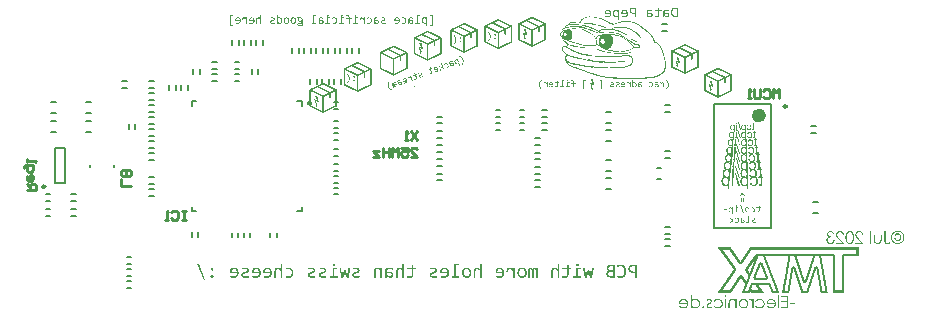
<source format=gbo>
G04*
G04 #@! TF.GenerationSoftware,Altium Limited,Altium Designer,22.8.2 (66)*
G04*
G04 Layer_Color=32896*
%FSLAX44Y44*%
%MOMM*%
G71*
G04*
G04 #@! TF.SameCoordinates,0D078035-4FBF-4C44-B062-B1887B6B3753*
G04*
G04*
G04 #@! TF.FilePolarity,Positive*
G04*
G01*
G75*
%ADD10C,0.2500*%
%ADD11C,0.2000*%
%ADD13C,0.2540*%
%ADD79C,0.6000*%
%ADD80C,0.1000*%
G36*
X1157547Y992468D02*
X1157535Y992403D01*
X1157601Y992391D01*
X1157589Y992326D01*
X1157655Y992314D01*
X1157643Y992249D01*
X1158036Y992180D01*
X1158047Y992245D01*
X1158112Y992234D01*
X1158124Y992299D01*
X1158189Y992288D01*
X1158201Y992353D01*
X1158397Y992318D01*
X1158385Y992253D01*
X1158451Y992242D01*
X1158462Y992307D01*
X1158593Y992284D01*
X1158616Y992415D01*
X1159074Y992334D01*
X1159097Y992465D01*
X1159228Y992442D01*
X1159240Y992507D01*
X1159305Y992495D01*
X1159293Y992430D01*
X1159947Y992315D01*
X1159959Y992380D01*
X1160024Y992369D01*
X1160036Y992434D01*
X1160101Y992422D01*
X1160113Y992488D01*
X1161028Y992326D01*
X1161051Y992457D01*
X1166022Y991581D01*
X1166011Y991515D01*
X1166076Y991504D01*
X1166064Y991439D01*
X1166784Y991312D01*
X1166772Y991246D01*
X1166838Y991235D01*
X1166826Y991169D01*
X1166891Y991158D01*
X1166880Y991092D01*
X1167207Y991035D01*
X1167218Y991100D01*
X1167349Y991077D01*
X1167338Y991012D01*
X1167403Y991000D01*
X1167392Y990935D01*
X1167457Y990923D01*
X1167446Y990858D01*
X1167969Y990766D01*
X1167957Y990700D01*
X1168023Y990688D01*
X1168011Y990623D01*
X1168534Y990531D01*
X1168523Y990465D01*
X1168588Y990454D01*
X1168577Y990389D01*
X1168642Y990377D01*
X1168631Y990312D01*
X1169219Y990208D01*
X1169196Y990077D01*
X1169785Y989973D01*
X1169773Y989908D01*
X1169838Y989896D01*
X1169827Y989831D01*
X1169892Y989819D01*
X1169881Y989754D01*
X1170077Y989719D01*
X1170089Y989785D01*
X1170154Y989773D01*
X1170143Y989708D01*
X1170273Y989685D01*
X1170250Y989554D01*
X1170512Y989508D01*
X1170500Y989443D01*
X1170566Y989431D01*
X1170554Y989365D01*
X1170620Y989354D01*
X1170608Y989288D01*
X1170673Y989277D01*
X1170685Y989342D01*
X1171077Y989273D01*
X1171066Y989208D01*
X1171131Y989196D01*
X1171120Y989131D01*
X1171185Y989119D01*
X1171173Y989054D01*
X1171239Y989042D01*
X1171227Y988977D01*
X1171293Y988966D01*
X1171281Y988900D01*
X1171674Y988831D01*
X1171662Y988765D01*
X1171728Y988754D01*
X1171716Y988689D01*
X1171781Y988677D01*
X1171770Y988612D01*
X1171966Y988577D01*
X1171978Y988643D01*
X1172043Y988631D01*
X1172031Y988566D01*
X1172162Y988542D01*
X1172139Y988412D01*
X1172597Y988331D01*
X1172574Y988200D01*
X1172705Y988177D01*
X1172693Y988112D01*
X1172759Y988100D01*
X1172736Y987969D01*
X1173193Y987889D01*
X1173170Y987758D01*
X1173432Y987712D01*
X1173420Y987646D01*
X1173486Y987635D01*
X1173474Y987569D01*
X1173540Y987558D01*
X1173528Y987492D01*
X1174051Y987400D01*
X1174063Y987466D01*
X1174128Y987454D01*
X1174117Y987389D01*
X1174182Y987377D01*
X1174171Y987312D01*
X1174236Y987300D01*
X1174224Y987235D01*
X1174813Y987131D01*
X1174790Y987000D01*
X1174921Y986977D01*
X1174909Y986912D01*
X1174975Y986900D01*
X1174986Y986966D01*
X1175509Y986873D01*
X1175498Y986808D01*
X1175563Y986796D01*
X1175552Y986731D01*
X1175617Y986719D01*
X1175606Y986654D01*
X1176783Y986447D01*
X1176794Y986512D01*
X1176860Y986500D01*
X1176883Y986631D01*
X1177079Y986597D01*
X1177067Y986531D01*
X1177133Y986520D01*
X1177121Y986454D01*
X1177187Y986443D01*
X1177175Y986377D01*
X1177241Y986366D01*
X1177252Y986431D01*
X1177318Y986420D01*
X1177329Y986485D01*
X1177395Y986473D01*
X1177406Y986539D01*
X1177929Y986447D01*
X1177918Y986381D01*
X1177983Y986370D01*
X1177995Y986435D01*
X1178060Y986424D01*
X1178072Y986489D01*
X1178137Y986478D01*
X1178149Y986543D01*
X1178410Y986497D01*
X1178422Y986562D01*
X1178487Y986551D01*
X1178499Y986616D01*
X1178695Y986581D01*
X1178706Y986647D01*
X1178772Y986635D01*
X1178783Y986701D01*
X1178849Y986689D01*
X1178860Y986755D01*
X1179122Y986708D01*
X1179145Y986839D01*
X1179407Y986793D01*
X1179418Y986859D01*
X1179483Y986847D01*
X1179495Y986912D01*
X1179560Y986901D01*
X1179572Y986966D01*
X1179768Y986932D01*
X1179780Y986997D01*
X1179845Y986985D01*
X1179857Y987051D01*
X1179922Y987039D01*
X1179933Y987105D01*
X1179999Y987093D01*
X1180011Y987159D01*
X1180141Y987136D01*
X1180153Y987201D01*
X1180218Y987189D01*
X1180207Y987124D01*
X1180403Y987089D01*
X1180414Y987155D01*
X1180480Y987143D01*
X1180491Y987209D01*
X1180557Y987197D01*
X1180568Y987263D01*
X1180830Y987216D01*
X1180853Y987347D01*
X1180984Y987324D01*
X1181007Y987455D01*
X1181072Y987443D01*
X1181084Y987509D01*
X1181345Y987463D01*
X1181357Y987528D01*
X1181422Y987517D01*
X1181434Y987582D01*
X1181499Y987570D01*
X1181511Y987636D01*
X1181576Y987624D01*
X1181588Y987690D01*
X1181653Y987678D01*
X1181665Y987744D01*
X1181796Y987721D01*
X1181784Y987655D01*
X1181980Y987621D01*
X1181992Y987686D01*
X1182057Y987674D01*
X1182080Y987805D01*
X1182538Y987725D01*
X1182561Y987855D01*
X1182823Y987809D01*
X1182834Y987875D01*
X1182899Y987863D01*
X1182911Y987928D01*
X1182977Y987917D01*
X1182988Y987982D01*
X1183184Y987948D01*
X1183196Y988013D01*
X1183261Y988002D01*
X1183273Y988067D01*
X1183665Y987998D01*
X1183677Y988063D01*
X1183742Y988052D01*
X1183754Y988117D01*
X1183819Y988105D01*
X1183830Y988171D01*
X1183896Y988159D01*
X1183907Y988225D01*
X1183973Y988213D01*
X1183984Y988279D01*
X1184050Y988267D01*
X1184038Y988202D01*
X1184104Y988190D01*
X1184081Y988059D01*
X1184146Y988048D01*
X1184157Y988113D01*
X1184223Y988102D01*
X1184234Y988167D01*
X1184300Y988156D01*
X1184311Y988221D01*
X1184377Y988210D01*
X1184388Y988275D01*
X1184454Y988263D01*
X1184465Y988329D01*
X1184858Y988260D01*
X1184869Y988325D01*
X1184935Y988313D01*
X1184946Y988379D01*
X1185012Y988367D01*
X1185023Y988433D01*
X1185219Y988398D01*
X1185208Y988333D01*
X1185273Y988321D01*
X1185285Y988387D01*
X1185415Y988363D01*
X1185439Y988494D01*
X1185896Y988414D01*
X1185919Y988544D01*
X1186050Y988521D01*
X1186062Y988587D01*
X1186127Y988575D01*
X1186116Y988510D01*
X1186508Y988441D01*
X1186519Y988506D01*
X1186585Y988494D01*
X1186608Y988625D01*
X1187066Y988545D01*
X1187089Y988675D01*
X1187481Y988606D01*
X1187493Y988672D01*
X1187558Y988660D01*
X1187570Y988726D01*
X1187635Y988714D01*
X1187647Y988779D01*
X1188366Y988652D01*
X1188355Y988587D01*
X1188420Y988576D01*
X1188431Y988641D01*
X1188497Y988629D01*
X1188508Y988695D01*
X1188574Y988683D01*
X1188585Y988749D01*
X1189632Y988564D01*
X1189655Y988695D01*
X1189786Y988672D01*
X1189797Y988737D01*
X1189863Y988726D01*
X1189851Y988660D01*
X1190570Y988533D01*
X1190582Y988599D01*
X1190647Y988587D01*
X1190670Y988718D01*
X1190932Y988672D01*
X1190909Y988541D01*
X1190974Y988530D01*
X1190963Y988464D01*
X1193906Y987945D01*
X1193917Y988011D01*
X1193983Y987999D01*
X1193971Y987934D01*
X1194037Y987922D01*
X1194025Y987857D01*
X1194091Y987845D01*
X1194079Y987780D01*
X1195583Y987515D01*
X1195572Y987449D01*
X1195637Y987438D01*
X1195626Y987372D01*
X1195691Y987361D01*
X1195679Y987296D01*
X1195745Y987284D01*
X1195757Y987349D01*
X1196280Y987257D01*
X1196268Y987192D01*
X1196333Y987180D01*
X1196322Y987115D01*
X1196387Y987103D01*
X1196376Y987038D01*
X1196964Y986934D01*
X1196941Y986803D01*
X1197203Y986757D01*
X1197191Y986692D01*
X1197257Y986680D01*
X1197245Y986615D01*
X1197311Y986603D01*
X1197299Y986538D01*
X1197692Y986469D01*
X1197703Y986534D01*
X1197769Y986523D01*
X1197757Y986457D01*
X1197822Y986446D01*
X1197811Y986380D01*
X1197876Y986369D01*
X1197865Y986303D01*
X1198126Y986257D01*
X1198103Y986126D01*
X1198234Y986103D01*
X1198223Y986038D01*
X1198288Y986026D01*
X1198299Y986092D01*
X1198496Y986057D01*
X1198484Y985992D01*
X1198550Y985980D01*
X1198538Y985915D01*
X1198603Y985903D01*
X1198592Y985838D01*
X1198984Y985769D01*
X1198973Y985703D01*
X1199038Y985692D01*
X1199027Y985626D01*
X1199288Y985580D01*
X1199265Y985449D01*
X1199331Y985438D01*
X1199319Y985372D01*
X1199581Y985326D01*
X1199569Y985261D01*
X1199635Y985249D01*
X1199623Y985184D01*
X1199885Y985138D01*
X1199862Y985007D01*
X1200123Y984961D01*
X1200112Y984896D01*
X1200177Y984884D01*
X1200154Y984753D01*
X1200416Y984707D01*
X1200404Y984642D01*
X1200470Y984630D01*
X1200458Y984565D01*
X1200850Y984495D01*
X1200839Y984430D01*
X1200904Y984419D01*
X1200893Y984353D01*
X1200958Y984342D01*
X1200947Y984276D01*
X1201012Y984265D01*
X1201000Y984199D01*
X1201066Y984188D01*
X1201054Y984122D01*
X1201316Y984076D01*
X1201293Y983945D01*
X1201554Y983899D01*
X1201543Y983834D01*
X1201608Y983822D01*
X1201585Y983692D01*
X1201847Y983645D01*
X1201835Y983580D01*
X1201901Y983568D01*
X1201889Y983503D01*
X1202151Y983457D01*
X1202128Y983326D01*
X1202193Y983315D01*
X1202182Y983249D01*
X1202443Y983203D01*
X1202432Y983138D01*
X1202497Y983126D01*
X1202486Y983061D01*
X1202747Y983015D01*
X1202724Y982884D01*
X1202790Y982872D01*
X1202778Y982807D01*
X1202843Y982795D01*
X1202832Y982730D01*
X1202897Y982719D01*
X1202886Y982653D01*
X1203147Y982607D01*
X1203124Y982476D01*
X1203386Y982430D01*
X1203374Y982365D01*
X1203440Y982353D01*
X1203428Y982288D01*
X1203494Y982276D01*
X1203482Y982211D01*
X1203744Y982165D01*
X1203721Y982034D01*
X1203982Y981988D01*
X1203971Y981922D01*
X1204036Y981911D01*
X1204025Y981845D01*
X1204090Y981834D01*
X1204078Y981768D01*
X1204209Y981745D01*
X1204221Y981811D01*
X1204417Y981776D01*
X1204405Y981711D01*
X1204471Y981699D01*
X1204448Y981569D01*
X1204709Y981522D01*
X1204698Y981457D01*
X1204763Y981445D01*
X1204752Y981380D01*
X1205013Y981334D01*
X1204990Y981203D01*
X1205056Y981191D01*
X1205044Y981126D01*
X1205306Y981080D01*
X1205294Y981014D01*
X1205360Y981003D01*
X1205348Y980938D01*
X1205610Y980891D01*
X1205587Y980761D01*
X1205652Y980749D01*
X1205640Y980684D01*
X1205706Y980672D01*
X1205694Y980607D01*
X1205760Y980595D01*
X1205748Y980530D01*
X1206010Y980484D01*
X1205998Y980418D01*
X1206064Y980407D01*
X1206052Y980341D01*
X1206117Y980330D01*
X1206106Y980265D01*
X1206171Y980253D01*
X1206160Y980188D01*
X1206225Y980176D01*
X1206214Y980111D01*
X1206410Y980076D01*
X1206398Y980011D01*
X1206464Y979999D01*
X1206452Y979934D01*
X1206518Y979922D01*
X1206506Y979857D01*
X1206572Y979845D01*
X1206560Y979780D01*
X1206822Y979734D01*
X1206810Y979668D01*
X1206876Y979657D01*
X1206852Y979526D01*
X1206983Y979503D01*
X1206960Y979372D01*
X1207091Y979349D01*
X1207068Y979218D01*
X1207133Y979207D01*
X1207122Y979141D01*
X1207383Y979095D01*
X1207372Y979030D01*
X1207437Y979018D01*
X1207426Y978953D01*
X1207491Y978941D01*
X1207480Y978876D01*
X1207545Y978864D01*
X1207533Y978799D01*
X1207599Y978788D01*
X1207587Y978722D01*
X1207653Y978710D01*
X1207641Y978645D01*
X1207707Y978634D01*
X1207695Y978568D01*
X1207957Y978522D01*
X1207934Y978391D01*
X1208195Y978345D01*
X1208184Y978280D01*
X1208249Y978268D01*
X1208238Y978203D01*
X1208303Y978191D01*
X1208291Y978126D01*
X1208357Y978114D01*
X1208345Y978049D01*
X1208411Y978037D01*
X1208399Y977972D01*
X1208465Y977961D01*
X1208453Y977895D01*
X1208518Y977884D01*
X1208507Y977818D01*
X1208572Y977807D01*
X1208561Y977741D01*
X1208626Y977730D01*
X1208603Y977599D01*
X1208865Y977553D01*
X1208853Y977487D01*
X1208919Y977476D01*
X1208907Y977410D01*
X1208972Y977399D01*
X1208961Y977334D01*
X1209026Y977322D01*
X1209015Y977256D01*
X1209080Y977245D01*
X1209069Y977180D01*
X1209134Y977168D01*
X1209122Y977103D01*
X1209188Y977091D01*
X1209176Y977026D01*
X1209438Y976980D01*
X1209415Y976849D01*
X1209546Y976826D01*
X1209534Y976760D01*
X1209600Y976749D01*
X1209576Y976618D01*
X1209707Y976595D01*
X1209684Y976464D01*
X1209815Y976441D01*
X1209792Y976310D01*
X1209857Y976299D01*
X1209846Y976233D01*
X1209977Y976210D01*
X1209954Y976079D01*
X1210084Y976056D01*
X1210061Y975926D01*
X1210323Y975880D01*
X1210311Y975814D01*
X1210377Y975803D01*
X1210365Y975737D01*
X1210431Y975726D01*
X1210419Y975660D01*
X1210484Y975649D01*
X1210473Y975583D01*
X1210538Y975572D01*
X1210527Y975506D01*
X1210592Y975495D01*
X1210581Y975429D01*
X1210646Y975418D01*
X1210635Y975352D01*
X1210700Y975341D01*
X1210688Y975275D01*
X1210754Y975264D01*
X1210742Y975199D01*
X1210808Y975187D01*
X1210796Y975122D01*
X1210862Y975110D01*
X1210850Y975045D01*
X1210916Y975033D01*
X1210904Y974968D01*
X1210969Y974956D01*
X1210958Y974891D01*
X1211023Y974879D01*
X1211012Y974814D01*
X1211077Y974802D01*
X1211066Y974737D01*
X1211131Y974725D01*
X1211120Y974660D01*
X1211185Y974649D01*
X1211173Y974583D01*
X1211239Y974572D01*
X1211227Y974506D01*
X1211293Y974495D01*
X1211246Y974233D01*
X1211377Y974210D01*
X1211331Y973948D01*
X1211397Y973937D01*
X1211385Y973871D01*
X1211450Y973860D01*
X1211439Y973794D01*
X1211504Y973783D01*
X1211493Y973718D01*
X1211558Y973706D01*
X1211547Y973641D01*
X1211612Y973629D01*
X1211600Y973564D01*
X1211666Y973552D01*
X1211654Y973487D01*
X1211720Y973475D01*
X1211708Y973410D01*
X1211774Y973398D01*
X1211751Y973268D01*
X1211685Y973279D01*
X1211651Y973083D01*
X1211716Y973071D01*
X1211704Y973006D01*
X1211770Y972994D01*
X1211758Y972929D01*
X1211824Y972917D01*
X1211812Y972852D01*
X1211878Y972840D01*
X1211866Y972775D01*
X1211932Y972764D01*
X1211920Y972698D01*
X1211985Y972687D01*
X1211974Y972621D01*
X1212039Y972610D01*
X1212028Y972544D01*
X1212093Y972533D01*
X1212082Y972467D01*
X1212147Y972456D01*
X1212135Y972391D01*
X1212201Y972379D01*
X1212189Y972314D01*
X1212255Y972302D01*
X1212243Y972237D01*
X1212309Y972225D01*
X1212274Y972029D01*
X1212339Y972017D01*
X1212328Y971952D01*
X1212393Y971940D01*
X1212382Y971875D01*
X1212447Y971863D01*
X1212436Y971798D01*
X1212501Y971787D01*
X1212489Y971721D01*
X1212555Y971710D01*
X1212543Y971644D01*
X1212609Y971633D01*
X1212597Y971567D01*
X1212663Y971556D01*
X1212651Y971490D01*
X1212716Y971479D01*
X1212670Y971217D01*
X1213128Y971136D01*
X1213105Y971006D01*
X1213694Y970902D01*
X1213671Y970771D01*
X1213736Y970760D01*
X1213725Y970694D01*
X1213986Y970648D01*
X1213998Y970713D01*
X1214063Y970702D01*
X1214052Y970636D01*
X1214117Y970625D01*
X1214105Y970559D01*
X1214171Y970548D01*
X1214159Y970483D01*
X1214421Y970436D01*
X1214409Y970371D01*
X1214475Y970359D01*
X1214463Y970294D01*
X1214529Y970283D01*
X1214517Y970217D01*
X1214583Y970206D01*
X1214594Y970271D01*
X1214856Y970225D01*
X1214844Y970160D01*
X1214910Y970148D01*
X1214886Y970017D01*
X1215017Y969994D01*
X1214994Y969863D01*
X1215256Y969817D01*
X1215244Y969752D01*
X1215310Y969740D01*
X1215298Y969675D01*
X1215363Y969663D01*
X1215352Y969598D01*
X1215548Y969563D01*
X1215537Y969498D01*
X1215602Y969486D01*
X1215591Y969421D01*
X1215852Y969375D01*
X1215841Y969309D01*
X1215906Y969298D01*
X1215894Y969233D01*
X1215960Y969221D01*
X1215948Y969156D01*
X1216014Y969144D01*
X1216002Y969079D01*
X1216068Y969067D01*
X1216056Y969002D01*
X1216121Y968990D01*
X1216110Y968925D01*
X1216175Y968913D01*
X1216164Y968848D01*
X1216229Y968836D01*
X1216218Y968771D01*
X1216283Y968759D01*
X1216272Y968694D01*
X1216337Y968682D01*
X1216325Y968617D01*
X1216522Y968583D01*
X1216510Y968517D01*
X1216575Y968505D01*
X1216564Y968440D01*
X1216629Y968429D01*
X1216618Y968363D01*
X1216683Y968352D01*
X1216672Y968286D01*
X1216737Y968275D01*
X1216726Y968209D01*
X1216791Y968198D01*
X1216779Y968132D01*
X1216845Y968121D01*
X1216833Y968055D01*
X1216899Y968044D01*
X1216887Y967979D01*
X1216953Y967967D01*
X1216941Y967902D01*
X1217006Y967890D01*
X1216995Y967825D01*
X1217060Y967813D01*
X1217049Y967748D01*
X1217114Y967736D01*
X1217103Y967671D01*
X1217168Y967659D01*
X1217157Y967594D01*
X1217222Y967582D01*
X1217210Y967517D01*
X1217276Y967505D01*
X1217264Y967440D01*
X1217330Y967429D01*
X1217318Y967363D01*
X1217383Y967352D01*
X1217372Y967286D01*
X1217437Y967275D01*
X1217426Y967209D01*
X1217491Y967198D01*
X1217480Y967132D01*
X1217545Y967121D01*
X1217534Y967055D01*
X1217599Y967044D01*
X1217587Y966978D01*
X1217653Y966967D01*
X1217641Y966901D01*
X1217707Y966890D01*
X1217661Y966628D01*
X1217791Y966605D01*
X1217780Y966540D01*
X1217845Y966528D01*
X1217834Y966463D01*
X1217899Y966451D01*
X1217888Y966386D01*
X1217953Y966375D01*
X1217907Y966113D01*
X1217972Y966101D01*
X1217961Y966036D01*
X1218026Y966024D01*
X1218015Y965959D01*
X1218080Y965947D01*
X1218068Y965882D01*
X1218134Y965871D01*
X1218122Y965805D01*
X1218188Y965794D01*
X1218153Y965597D01*
X1218219Y965586D01*
X1218207Y965520D01*
X1218272Y965509D01*
X1218261Y965443D01*
X1218326Y965432D01*
X1218315Y965367D01*
X1218380Y965355D01*
X1218334Y965093D01*
X1218399Y965082D01*
X1218388Y965016D01*
X1218519Y964994D01*
X1218473Y964732D01*
X1218538Y964720D01*
X1218526Y964655D01*
X1218592Y964643D01*
X1218580Y964578D01*
X1218646Y964566D01*
X1218634Y964501D01*
X1218700Y964490D01*
X1218688Y964424D01*
X1218753Y964413D01*
X1218719Y964216D01*
X1218784Y964205D01*
X1218773Y964139D01*
X1218838Y964128D01*
X1218792Y963866D01*
X1218857Y963855D01*
X1218846Y963789D01*
X1218911Y963778D01*
X1218900Y963712D01*
X1218965Y963701D01*
X1218954Y963635D01*
X1219084Y963613D01*
X1219038Y963351D01*
X1219104Y963339D01*
X1219092Y963274D01*
X1219158Y963262D01*
X1219111Y963001D01*
X1219242Y962978D01*
X1219231Y962912D01*
X1219296Y962901D01*
X1219250Y962639D01*
X1219315Y962628D01*
X1219304Y962562D01*
X1219369Y962551D01*
X1219358Y962485D01*
X1219423Y962474D01*
X1219412Y962408D01*
X1219477Y962397D01*
X1219465Y962331D01*
X1219531Y962320D01*
X1219508Y962189D01*
X1219442Y962201D01*
X1219408Y962004D01*
X1219473Y961993D01*
X1219462Y961927D01*
X1219593Y961905D01*
X1219546Y961643D01*
X1219612Y961631D01*
X1219600Y961566D01*
X1219666Y961554D01*
X1219620Y961293D01*
X1219750Y961270D01*
X1219739Y961204D01*
X1219804Y961193D01*
X1219758Y960931D01*
X1219823Y960920D01*
X1219812Y960854D01*
X1219877Y960843D01*
X1219866Y960777D01*
X1219931Y960766D01*
X1219920Y960700D01*
X1219985Y960689D01*
X1219950Y960493D01*
X1220016Y960481D01*
X1220004Y960416D01*
X1220070Y960404D01*
X1220058Y960339D01*
X1220124Y960327D01*
X1220077Y960066D01*
X1220208Y960043D01*
X1220127Y959585D01*
X1220258Y959562D01*
X1220247Y959496D01*
X1220312Y959485D01*
X1220266Y959223D01*
X1220331Y959212D01*
X1220320Y959146D01*
X1220385Y959135D01*
X1220339Y958873D01*
X1220470Y958850D01*
X1220424Y958588D01*
X1220489Y958577D01*
X1220478Y958511D01*
X1220543Y958500D01*
X1220532Y958435D01*
X1220597Y958423D01*
X1220585Y958358D01*
X1220651Y958346D01*
X1220639Y958281D01*
X1220705Y958269D01*
X1220636Y957877D01*
X1220766Y957854D01*
X1220755Y957788D01*
X1220820Y957777D01*
X1220774Y957515D01*
X1220839Y957504D01*
X1220828Y957438D01*
X1220893Y957427D01*
X1220824Y957034D01*
X1220890Y957023D01*
X1220878Y956957D01*
X1220944Y956946D01*
X1220909Y956749D01*
X1220974Y956738D01*
X1220963Y956673D01*
X1221028Y956661D01*
X1221017Y956596D01*
X1221082Y956584D01*
X1221036Y956322D01*
X1221167Y956300D01*
X1221121Y956038D01*
X1221186Y956026D01*
X1221174Y955961D01*
X1221240Y955949D01*
X1221228Y955884D01*
X1221294Y955872D01*
X1221259Y955676D01*
X1221324Y955665D01*
X1221313Y955599D01*
X1221378Y955588D01*
X1221332Y955326D01*
X1221398Y955315D01*
X1221386Y955249D01*
X1221451Y955238D01*
X1221440Y955172D01*
X1221505Y955161D01*
X1221494Y955095D01*
X1221428Y955107D01*
X1221382Y954845D01*
X1221448Y954834D01*
X1221436Y954768D01*
X1221567Y954745D01*
X1221486Y954287D01*
X1221617Y954265D01*
X1221548Y953872D01*
X1221613Y953860D01*
X1221602Y953795D01*
X1221667Y953784D01*
X1221656Y953718D01*
X1221721Y953707D01*
X1221686Y953511D01*
X1221621Y953522D01*
X1221598Y953391D01*
X1221663Y953380D01*
X1221652Y953314D01*
X1221717Y953303D01*
X1221706Y953237D01*
X1221771Y953226D01*
X1221587Y952179D01*
X1221717Y952156D01*
X1221694Y952026D01*
X1221760Y952014D01*
X1221748Y951948D01*
X1221683Y951960D01*
X1221590Y951437D01*
X1221656Y951425D01*
X1221644Y951360D01*
X1221710Y951348D01*
X1221698Y951283D01*
X1221764Y951272D01*
X1221614Y950421D01*
X1221679Y950410D01*
X1221668Y950344D01*
X1221733Y950333D01*
X1221583Y949483D01*
X1221648Y949471D01*
X1221637Y949406D01*
X1221702Y949394D01*
X1221691Y949329D01*
X1221756Y949317D01*
X1221583Y948336D01*
X1221518Y948348D01*
X1221506Y948282D01*
X1221376Y948305D01*
X1221214Y947390D01*
X1221083Y947413D01*
X1220922Y946497D01*
X1220791Y946520D01*
X1220779Y946455D01*
X1220714Y946466D01*
X1220645Y946074D01*
X1220710Y946062D01*
X1220699Y945997D01*
X1220633Y946009D01*
X1220610Y945878D01*
X1220480Y945901D01*
X1220399Y945443D01*
X1220268Y945466D01*
X1220222Y945204D01*
X1220156Y945216D01*
X1220145Y945151D01*
X1220079Y945162D01*
X1220068Y945097D01*
X1220003Y945108D01*
X1219991Y945043D01*
X1219926Y945054D01*
X1219914Y944989D01*
X1219849Y945001D01*
X1219803Y944739D01*
X1219672Y944762D01*
X1219660Y944697D01*
X1219595Y944708D01*
X1219549Y944446D01*
X1219483Y944458D01*
X1219472Y944393D01*
X1219406Y944404D01*
X1219395Y944339D01*
X1219330Y944350D01*
X1219318Y944285D01*
X1219252Y944296D01*
X1219241Y944231D01*
X1219176Y944243D01*
X1219164Y944177D01*
X1219099Y944189D01*
X1219087Y944123D01*
X1219022Y944135D01*
X1219010Y944069D01*
X1218945Y944081D01*
X1218933Y944016D01*
X1218868Y944027D01*
X1218856Y943962D01*
X1218791Y943973D01*
X1218779Y943908D01*
X1218714Y943919D01*
X1218702Y943854D01*
X1218637Y943866D01*
X1218625Y943800D01*
X1218560Y943812D01*
X1218549Y943746D01*
X1218483Y943758D01*
X1218472Y943692D01*
X1218406Y943704D01*
X1218395Y943638D01*
X1218329Y943650D01*
X1218318Y943585D01*
X1218252Y943596D01*
X1218241Y943531D01*
X1218176Y943542D01*
X1218164Y943477D01*
X1218099Y943488D01*
X1218087Y943423D01*
X1218022Y943435D01*
X1218010Y943369D01*
X1217945Y943381D01*
X1217933Y943315D01*
X1217868Y943327D01*
X1217856Y943261D01*
X1217791Y943273D01*
X1217779Y943207D01*
X1217714Y943219D01*
X1217702Y943154D01*
X1217637Y943165D01*
X1217625Y943100D01*
X1217560Y943111D01*
X1217549Y943046D01*
X1217483Y943057D01*
X1217471Y942992D01*
X1217406Y943004D01*
X1217395Y942938D01*
X1217329Y942950D01*
X1217318Y942884D01*
X1217056Y942930D01*
X1217045Y942865D01*
X1216979Y942877D01*
X1216968Y942811D01*
X1216902Y942823D01*
X1216891Y942757D01*
X1216825Y942769D01*
X1216814Y942703D01*
X1216748Y942715D01*
X1216737Y942650D01*
X1216671Y942661D01*
X1216648Y942530D01*
X1216387Y942576D01*
X1216375Y942511D01*
X1216310Y942523D01*
X1216298Y942457D01*
X1216233Y942469D01*
X1216221Y942403D01*
X1216156Y942415D01*
X1216144Y942349D01*
X1216079Y942361D01*
X1216067Y942296D01*
X1216002Y942307D01*
X1215991Y942242D01*
X1215925Y942253D01*
X1215913Y942188D01*
X1215848Y942199D01*
X1215837Y942134D01*
X1215771Y942145D01*
X1215760Y942080D01*
X1215694Y942092D01*
X1215683Y942026D01*
X1215617Y942038D01*
X1215606Y941972D01*
X1215540Y941984D01*
X1215529Y941918D01*
X1215267Y941965D01*
X1215244Y941834D01*
X1215113Y941857D01*
X1215102Y941791D01*
X1215036Y941803D01*
X1215013Y941672D01*
X1214752Y941718D01*
X1214740Y941653D01*
X1214675Y941664D01*
X1214663Y941599D01*
X1214598Y941610D01*
X1214586Y941545D01*
X1214521Y941557D01*
X1214510Y941491D01*
X1214444Y941503D01*
X1214433Y941437D01*
X1214236Y941472D01*
X1214225Y941407D01*
X1214159Y941418D01*
X1214148Y941353D01*
X1213886Y941399D01*
X1213875Y941333D01*
X1213809Y941345D01*
X1213798Y941280D01*
X1213732Y941291D01*
X1213721Y941226D01*
X1213655Y941237D01*
X1213632Y941106D01*
X1213371Y941152D01*
X1213359Y941087D01*
X1213294Y941099D01*
X1213282Y941033D01*
X1212890Y941103D01*
X1212878Y941037D01*
X1212813Y941049D01*
X1212802Y940983D01*
X1212736Y940995D01*
X1212725Y940929D01*
X1212528Y940964D01*
X1212517Y940899D01*
X1212451Y940910D01*
X1212440Y940845D01*
X1212178Y940891D01*
X1212167Y940825D01*
X1212101Y940837D01*
X1212090Y940771D01*
X1212024Y940783D01*
X1212013Y940718D01*
X1211947Y940729D01*
X1211959Y940795D01*
X1211567Y940864D01*
X1211555Y940798D01*
X1211490Y940810D01*
X1211478Y940744D01*
X1211413Y940756D01*
X1211401Y940691D01*
X1211140Y940737D01*
X1211116Y940606D01*
X1210528Y940710D01*
X1210505Y940579D01*
X1210439Y940591D01*
X1210428Y940525D01*
X1210166Y940571D01*
X1210178Y940637D01*
X1210112Y940648D01*
X1210101Y940583D01*
X1210035Y940594D01*
X1210024Y940529D01*
X1209959Y940540D01*
X1209947Y940475D01*
X1209685Y940521D01*
X1209674Y940456D01*
X1209609Y940467D01*
X1209597Y940402D01*
X1209401Y940436D01*
X1209389Y940371D01*
X1209324Y940383D01*
X1209312Y940317D01*
X1209247Y940329D01*
X1209235Y940263D01*
X1208516Y940390D01*
X1208493Y940259D01*
X1208231Y940305D01*
X1208220Y940240D01*
X1208154Y940252D01*
X1208143Y940186D01*
X1208077Y940198D01*
X1208066Y940132D01*
X1207673Y940202D01*
X1207685Y940267D01*
X1207620Y940278D01*
X1207608Y940213D01*
X1207543Y940225D01*
X1207531Y940159D01*
X1207466Y940171D01*
X1207454Y940105D01*
X1206866Y940209D01*
X1206842Y940078D01*
X1206712Y940101D01*
X1206700Y940036D01*
X1206635Y940048D01*
X1206646Y940113D01*
X1206254Y940182D01*
X1206242Y940117D01*
X1206177Y940128D01*
X1206154Y939997D01*
X1205565Y940101D01*
X1205554Y940036D01*
X1205488Y940047D01*
X1205477Y939982D01*
X1205084Y940051D01*
X1205073Y939986D01*
X1205007Y939997D01*
X1204996Y939932D01*
X1204931Y939943D01*
X1204919Y939878D01*
X1204265Y939993D01*
X1204277Y940059D01*
X1204211Y940070D01*
X1204200Y940005D01*
X1204069Y940028D01*
X1204046Y939897D01*
X1203130Y940059D01*
X1203119Y939993D01*
X1203053Y940005D01*
X1203042Y939939D01*
X1202845Y939974D01*
X1202834Y939909D01*
X1202769Y939920D01*
X1202757Y939855D01*
X1202692Y939866D01*
X1202680Y939801D01*
X1202288Y939870D01*
X1202276Y939805D01*
X1202211Y939816D01*
X1202199Y939751D01*
X1201676Y939843D01*
X1201664Y939778D01*
X1201599Y939789D01*
X1201588Y939724D01*
X1201522Y939735D01*
X1201511Y939670D01*
X1201249Y939716D01*
X1201226Y939585D01*
X1200637Y939689D01*
X1200626Y939623D01*
X1200560Y939635D01*
X1200549Y939570D01*
X1200483Y939581D01*
X1200472Y939516D01*
X1200406Y939527D01*
X1200418Y939593D01*
X1199895Y939685D01*
X1199883Y939620D01*
X1199818Y939631D01*
X1199806Y939566D01*
X1199741Y939577D01*
X1199729Y939512D01*
X1199010Y939639D01*
X1198998Y939573D01*
X1198933Y939585D01*
X1198922Y939519D01*
X1198660Y939566D01*
X1198637Y939435D01*
X1198571Y939446D01*
X1198560Y939381D01*
X1197840Y939508D01*
X1197852Y939573D01*
X1197787Y939585D01*
X1197775Y939519D01*
X1197710Y939531D01*
X1197698Y939465D01*
X1197633Y939477D01*
X1197621Y939411D01*
X1196575Y939596D01*
X1196563Y939531D01*
X1196498Y939542D01*
X1196486Y939477D01*
X1196421Y939488D01*
X1196409Y939423D01*
X1196344Y939434D01*
X1196356Y939500D01*
X1196094Y939546D01*
X1196082Y939481D01*
X1196017Y939492D01*
X1195994Y939361D01*
X1195275Y939488D01*
X1195263Y939423D01*
X1195198Y939434D01*
X1195186Y939369D01*
X1194336Y939519D01*
X1194324Y939453D01*
X1194259Y939465D01*
X1194247Y939399D01*
X1194182Y939411D01*
X1194170Y939346D01*
X1193647Y939438D01*
X1193659Y939503D01*
X1193593Y939515D01*
X1193582Y939449D01*
X1193451Y939473D01*
X1193428Y939342D01*
X1192185Y939561D01*
X1192162Y939430D01*
X1192031Y939453D01*
X1192020Y939388D01*
X1191954Y939399D01*
X1191966Y939465D01*
X1191247Y939592D01*
X1191235Y939526D01*
X1191170Y939538D01*
X1191147Y939407D01*
X1189315Y939730D01*
X1189304Y939664D01*
X1189239Y939676D01*
X1189227Y939610D01*
X1188508Y939737D01*
X1188484Y939606D01*
X1188419Y939618D01*
X1188408Y939553D01*
X1188146Y939599D01*
X1188158Y939664D01*
X1188092Y939676D01*
X1188081Y939610D01*
X1188015Y939622D01*
X1188004Y939556D01*
X1187938Y939568D01*
X1187927Y939502D01*
X1187338Y939606D01*
X1187315Y939475D01*
X1187184Y939499D01*
X1187173Y939433D01*
X1187107Y939445D01*
X1187119Y939510D01*
X1185941Y939718D01*
X1185930Y939652D01*
X1185865Y939664D01*
X1185842Y939533D01*
X1184926Y939694D01*
X1184903Y939564D01*
X1182875Y939921D01*
X1182852Y939790D01*
X1182787Y939802D01*
X1182775Y939736D01*
X1181402Y939979D01*
X1181413Y940044D01*
X1181348Y940055D01*
X1181337Y939990D01*
X1181271Y940002D01*
X1181260Y939936D01*
X1181194Y939948D01*
X1181183Y939882D01*
X1180005Y940090D01*
X1179994Y940025D01*
X1179929Y940036D01*
X1179917Y939971D01*
X1179852Y939982D01*
X1179840Y939917D01*
X1179775Y939928D01*
X1179786Y939994D01*
X1178740Y940178D01*
X1178728Y940113D01*
X1178663Y940125D01*
X1178640Y939994D01*
X1175239Y940593D01*
X1175227Y940528D01*
X1175162Y940539D01*
X1175151Y940474D01*
X1172731Y940901D01*
X1172719Y940835D01*
X1172654Y940847D01*
X1172642Y940781D01*
X1172577Y940793D01*
X1172565Y940727D01*
X1163605Y942308D01*
X1163617Y942373D01*
X1163551Y942384D01*
X1163563Y942450D01*
X1163497Y942461D01*
X1163509Y942527D01*
X1162136Y942769D01*
X1162159Y942900D01*
X1160654Y943165D01*
X1160666Y943230D01*
X1160601Y943242D01*
X1160612Y943307D01*
X1160547Y943319D01*
X1160558Y943384D01*
X1159381Y943592D01*
X1159370Y943526D01*
X1159304Y943538D01*
X1159316Y943603D01*
X1159250Y943615D01*
X1159262Y943680D01*
X1159196Y943692D01*
X1159208Y943757D01*
X1157377Y944080D01*
X1157400Y944211D01*
X1157269Y944234D01*
X1157280Y944299D01*
X1157215Y944311D01*
X1157204Y944246D01*
X1156680Y944338D01*
X1156692Y944403D01*
X1156626Y944415D01*
X1156638Y944480D01*
X1156572Y944492D01*
X1156584Y944557D01*
X1155995Y944661D01*
X1156019Y944792D01*
X1155299Y944918D01*
X1155311Y944984D01*
X1155245Y944995D01*
X1155257Y945061D01*
X1155191Y945072D01*
X1155203Y945138D01*
X1154810Y945207D01*
X1154799Y945142D01*
X1154734Y945153D01*
X1154745Y945219D01*
X1154680Y945230D01*
X1154691Y945295D01*
X1154626Y945307D01*
X1154637Y945372D01*
X1154441Y945407D01*
X1154376Y945418D01*
X1153787Y945522D01*
X1153799Y945588D01*
X1153733Y945599D01*
X1153745Y945665D01*
X1153025Y945791D01*
X1153037Y945857D01*
X1152971Y945868D01*
X1152995Y945999D01*
X1152406Y946103D01*
X1152418Y946168D01*
X1152352Y946180D01*
X1152364Y946245D01*
X1151644Y946372D01*
X1151667Y946503D01*
X1151602Y946514D01*
X1151613Y946580D01*
X1151221Y946649D01*
X1151209Y946584D01*
X1151144Y946595D01*
X1151156Y946661D01*
X1151025Y946684D01*
X1151048Y946814D01*
X1150132Y946976D01*
X1150144Y947041D01*
X1150078Y947053D01*
X1150090Y947118D01*
X1150024Y947130D01*
X1150036Y947195D01*
X1149971Y947207D01*
X1149959Y947141D01*
X1149240Y947268D01*
X1149251Y947334D01*
X1149186Y947345D01*
X1149209Y947476D01*
X1148162Y947660D01*
X1148174Y947726D01*
X1148109Y947737D01*
X1148120Y947803D01*
X1147270Y947953D01*
X1147281Y948018D01*
X1147216Y948030D01*
X1147227Y948095D01*
X1147162Y948107D01*
X1147174Y948172D01*
X1146454Y948299D01*
X1146443Y948233D01*
X1146377Y948245D01*
X1146389Y948310D01*
X1146323Y948322D01*
X1146335Y948387D01*
X1146270Y948399D01*
X1146281Y948464D01*
X1145431Y948614D01*
X1145442Y948680D01*
X1145377Y948691D01*
X1145388Y948756D01*
X1144211Y948964D01*
X1144223Y949029D01*
X1144157Y949041D01*
X1144169Y949106D01*
X1144103Y949118D01*
X1144115Y949183D01*
X1143265Y949333D01*
X1143276Y949399D01*
X1143211Y949410D01*
X1143223Y949475D01*
X1142503Y949602D01*
X1142526Y949733D01*
X1142461Y949745D01*
X1142472Y949810D01*
X1142211Y949856D01*
X1142199Y949791D01*
X1142134Y949802D01*
X1142145Y949868D01*
X1142080Y949879D01*
X1142091Y949945D01*
X1142026Y949956D01*
X1142038Y950022D01*
X1141122Y950183D01*
X1141145Y950314D01*
X1141014Y950337D01*
X1141026Y950402D01*
X1140960Y950414D01*
X1140949Y950349D01*
X1140556Y950418D01*
X1140568Y950483D01*
X1140502Y950495D01*
X1140526Y950625D01*
X1140068Y950706D01*
X1140091Y950837D01*
X1139698Y950906D01*
X1139710Y950972D01*
X1139645Y950983D01*
X1139656Y951049D01*
X1139591Y951060D01*
X1139602Y951125D01*
X1139406Y951160D01*
X1139395Y951095D01*
X1139264Y951118D01*
X1139275Y951183D01*
X1139210Y951195D01*
X1139221Y951260D01*
X1139156Y951272D01*
X1139167Y951337D01*
X1139102Y951348D01*
X1139114Y951414D01*
X1139048Y951425D01*
X1139060Y951491D01*
X1138864Y951525D01*
X1138875Y951591D01*
X1138810Y951602D01*
X1138821Y951668D01*
X1138756Y951679D01*
X1138767Y951745D01*
X1138702Y951756D01*
X1138714Y951822D01*
X1138648Y951833D01*
X1138660Y951898D01*
X1138398Y951945D01*
X1138410Y952010D01*
X1138344Y952022D01*
X1138356Y952087D01*
X1138290Y952098D01*
X1138302Y952164D01*
X1138236Y952175D01*
X1138248Y952241D01*
X1138183Y952252D01*
X1138194Y952318D01*
X1138129Y952329D01*
X1138175Y952591D01*
X1138109Y952602D01*
X1138121Y952668D01*
X1137859Y952714D01*
X1137906Y952976D01*
X1137840Y952987D01*
X1137851Y953053D01*
X1137786Y953064D01*
X1137798Y953129D01*
X1137732Y953141D01*
X1137744Y953206D01*
X1137678Y953218D01*
X1137690Y953283D01*
X1137625Y953295D01*
X1137636Y953360D01*
X1137505Y953383D01*
X1137517Y953449D01*
X1137451Y953460D01*
X1137440Y953395D01*
X1137244Y953429D01*
X1137255Y953495D01*
X1137190Y953506D01*
X1137201Y953572D01*
X1137136Y953583D01*
X1137148Y953649D01*
X1137082Y953660D01*
X1137094Y953726D01*
X1137028Y953737D01*
X1137040Y953803D01*
X1136974Y953814D01*
X1136986Y953879D01*
X1136920Y953891D01*
X1136967Y954153D01*
X1136836Y954176D01*
X1136882Y954437D01*
X1136816Y954449D01*
X1136828Y954514D01*
X1136697Y954537D01*
X1136778Y954995D01*
X1136647Y955018D01*
X1136693Y955280D01*
X1136628Y955291D01*
X1136639Y955357D01*
X1136574Y955368D01*
X1136586Y955434D01*
X1136520Y955445D01*
X1136555Y955641D01*
X1136489Y955653D01*
X1136501Y955718D01*
X1136435Y955730D01*
X1136505Y956122D01*
X1136570Y956111D01*
X1136582Y956176D01*
X1136647Y956165D01*
X1136670Y956295D01*
X1136605Y956307D01*
X1136616Y956372D01*
X1136551Y956384D01*
X1136620Y956776D01*
X1136555Y956788D01*
X1136566Y956853D01*
X1136501Y956865D01*
X1136535Y957061D01*
X1136470Y957073D01*
X1136481Y957138D01*
X1136416Y957149D01*
X1136428Y957215D01*
X1136362Y957226D01*
X1136466Y957815D01*
X1136335Y957838D01*
X1136381Y958100D01*
X1136447Y958088D01*
X1136458Y958154D01*
X1136524Y958142D01*
X1136593Y958534D01*
X1136658Y958523D01*
X1136670Y958588D01*
X1136735Y958577D01*
X1136747Y958642D01*
X1136812Y958631D01*
X1136847Y958827D01*
X1136912Y958815D01*
X1136924Y958881D01*
X1136989Y958869D01*
X1137035Y959131D01*
X1137101Y959119D01*
X1137112Y959185D01*
X1137178Y959173D01*
X1137212Y959369D01*
X1137278Y959358D01*
X1137289Y959423D01*
X1137354Y959412D01*
X1137366Y959477D01*
X1137431Y959465D01*
X1137524Y959989D01*
X1137458Y960000D01*
X1137470Y960066D01*
X1137404Y960077D01*
X1137416Y960143D01*
X1137350Y960154D01*
X1137362Y960219D01*
X1137297Y960231D01*
X1137308Y960296D01*
X1137243Y960308D01*
X1137254Y960373D01*
X1137189Y960385D01*
X1137200Y960450D01*
X1137135Y960462D01*
X1137147Y960527D01*
X1137081Y960539D01*
X1137093Y960604D01*
X1136831Y960650D01*
X1136854Y960781D01*
X1136592Y960827D01*
X1136604Y960893D01*
X1136539Y960904D01*
X1136550Y960970D01*
X1136485Y960981D01*
X1136496Y961047D01*
X1136431Y961058D01*
X1136442Y961123D01*
X1136377Y961135D01*
X1136388Y961200D01*
X1136127Y961246D01*
X1136150Y961377D01*
X1136085Y961389D01*
X1136096Y961454D01*
X1135835Y961500D01*
X1135846Y961566D01*
X1135781Y961577D01*
X1135792Y961643D01*
X1135727Y961654D01*
X1135738Y961720D01*
X1135673Y961731D01*
X1135684Y961797D01*
X1135619Y961808D01*
X1135631Y961873D01*
X1135565Y961885D01*
X1135588Y962016D01*
X1135327Y962062D01*
X1135338Y962127D01*
X1135273Y962139D01*
X1135284Y962204D01*
X1135219Y962216D01*
X1135230Y962281D01*
X1135165Y962293D01*
X1135177Y962358D01*
X1135111Y962370D01*
X1135123Y962435D01*
X1135057Y962447D01*
X1135069Y962512D01*
X1135003Y962524D01*
X1135015Y962589D01*
X1134949Y962600D01*
X1134961Y962666D01*
X1134896Y962677D01*
X1134907Y962743D01*
X1134842Y962754D01*
X1134853Y962820D01*
X1134788Y962831D01*
X1134799Y962897D01*
X1134734Y962908D01*
X1134746Y962974D01*
X1134680Y962985D01*
X1134692Y963051D01*
X1134626Y963062D01*
X1134638Y963128D01*
X1134573Y963139D01*
X1134584Y963204D01*
X1134519Y963216D01*
X1134530Y963281D01*
X1134465Y963293D01*
X1134476Y963358D01*
X1134411Y963370D01*
X1134422Y963435D01*
X1134357Y963447D01*
X1134369Y963512D01*
X1134303Y963524D01*
X1134315Y963589D01*
X1134249Y963601D01*
X1134261Y963666D01*
X1134195Y963678D01*
X1134207Y963743D01*
X1134141Y963755D01*
X1134153Y963820D01*
X1134088Y963831D01*
X1134099Y963897D01*
X1134034Y963908D01*
X1134045Y963974D01*
X1133980Y963985D01*
X1134015Y964182D01*
X1133949Y964193D01*
X1133961Y964258D01*
X1133895Y964270D01*
X1133941Y964532D01*
X1133876Y964543D01*
X1133887Y964609D01*
X1133822Y964620D01*
X1133834Y964685D01*
X1133768Y964697D01*
X1133780Y964762D01*
X1133845Y964751D01*
X1134087Y966124D01*
X1134022Y966136D01*
X1134034Y966201D01*
X1134099Y966190D01*
X1134122Y966320D01*
X1134253Y966297D01*
X1134333Y966755D01*
X1134464Y966732D01*
X1134510Y966994D01*
X1134576Y966982D01*
X1134587Y967048D01*
X1134718Y967025D01*
X1134764Y967286D01*
X1134830Y967275D01*
X1134841Y967340D01*
X1134907Y967328D01*
X1134918Y967394D01*
X1134984Y967382D01*
X1134995Y967448D01*
X1135061Y967436D01*
X1135072Y967502D01*
X1135137Y967490D01*
X1135149Y967556D01*
X1135214Y967544D01*
X1135226Y967609D01*
X1135291Y967598D01*
X1135303Y967663D01*
X1135368Y967652D01*
X1135380Y967717D01*
X1135641Y967671D01*
X1135664Y967802D01*
X1135926Y967756D01*
X1135938Y967821D01*
X1136003Y967810D01*
X1136014Y967875D01*
X1136080Y967863D01*
X1136091Y967929D01*
X1136222Y967906D01*
X1136211Y967840D01*
X1136276Y967829D01*
X1136264Y967763D01*
X1136330Y967752D01*
X1136318Y967686D01*
X1136711Y967617D01*
X1136699Y967552D01*
X1136765Y967540D01*
X1136753Y967475D01*
X1136819Y967463D01*
X1136807Y967398D01*
X1136872Y967386D01*
X1136861Y967321D01*
X1136926Y967309D01*
X1136915Y967244D01*
X1137242Y967187D01*
X1137253Y967252D01*
X1137319Y967240D01*
X1137330Y967306D01*
X1137396Y967294D01*
X1137407Y967360D01*
X1137473Y967348D01*
X1137484Y967413D01*
X1137550Y967402D01*
X1137619Y967794D01*
X1137553Y967806D01*
X1137565Y967871D01*
X1137630Y967860D01*
X1137642Y967925D01*
X1137707Y967914D01*
X1137719Y967979D01*
X1137784Y967968D01*
X1137853Y968360D01*
X1137788Y968372D01*
X1137799Y968437D01*
X1137734Y968448D01*
X1137746Y968514D01*
X1137680Y968525D01*
X1137692Y968591D01*
X1137626Y968602D01*
X1137638Y968668D01*
X1137572Y968679D01*
X1137618Y968941D01*
X1137488Y968964D01*
X1137534Y969225D01*
X1137468Y969237D01*
X1137480Y969302D01*
X1137349Y969325D01*
X1137395Y969587D01*
X1137330Y969599D01*
X1137342Y969664D01*
X1137276Y969676D01*
X1137345Y970068D01*
X1137280Y970079D01*
X1137291Y970145D01*
X1137226Y970156D01*
X1137237Y970222D01*
X1137172Y970233D01*
X1137184Y970299D01*
X1137118Y970310D01*
X1137130Y970376D01*
X1137064Y970387D01*
X1137076Y970453D01*
X1137010Y970464D01*
X1137022Y970530D01*
X1136957Y970541D01*
X1136945Y970476D01*
X1136553Y970545D01*
X1136564Y970610D01*
X1136499Y970622D01*
X1136510Y970687D01*
X1136445Y970699D01*
X1136457Y970764D01*
X1136195Y970810D01*
X1136218Y970941D01*
X1135956Y970987D01*
X1135968Y971053D01*
X1135902Y971064D01*
X1135914Y971130D01*
X1135849Y971141D01*
X1135860Y971207D01*
X1135599Y971253D01*
X1135622Y971383D01*
X1135360Y971430D01*
X1135371Y971495D01*
X1135306Y971507D01*
X1135318Y971572D01*
X1135056Y971618D01*
X1135079Y971749D01*
X1135014Y971760D01*
X1135025Y971826D01*
X1134764Y971872D01*
X1134787Y972003D01*
X1134525Y972049D01*
X1134537Y972114D01*
X1134471Y972126D01*
X1134483Y972191D01*
X1134417Y972203D01*
X1134429Y972268D01*
X1134363Y972280D01*
X1134375Y972345D01*
X1134310Y972356D01*
X1134321Y972422D01*
X1134060Y972468D01*
X1134083Y972599D01*
X1133821Y972645D01*
X1133832Y972710D01*
X1133767Y972722D01*
X1133779Y972787D01*
X1133713Y972799D01*
X1133725Y972864D01*
X1133659Y972876D01*
X1133671Y972941D01*
X1133605Y972953D01*
X1133617Y973018D01*
X1133552Y973030D01*
X1133563Y973095D01*
X1133498Y973107D01*
X1133625Y973826D01*
X1133755Y973803D01*
X1133767Y973868D01*
X1133832Y973857D01*
X1133925Y974380D01*
X1133859Y974391D01*
X1133871Y974457D01*
X1133805Y974469D01*
X1133817Y974534D01*
X1133752Y974545D01*
X1133763Y974611D01*
X1133501Y974657D01*
X1133513Y974722D01*
X1133447Y974734D01*
X1133459Y974799D01*
X1133394Y974811D01*
X1133405Y974876D01*
X1133340Y974888D01*
X1133351Y974953D01*
X1133286Y974965D01*
X1133297Y975030D01*
X1133232Y975042D01*
X1133244Y975107D01*
X1133178Y975118D01*
X1133190Y975184D01*
X1133124Y975195D01*
X1133136Y975261D01*
X1133071Y975272D01*
X1133082Y975338D01*
X1133017Y975349D01*
X1133028Y975415D01*
X1132963Y975426D01*
X1132974Y975492D01*
X1132909Y975503D01*
X1132920Y975569D01*
X1132855Y975580D01*
X1132867Y975646D01*
X1132801Y975657D01*
X1132813Y975723D01*
X1132747Y975734D01*
X1132759Y975799D01*
X1132693Y975811D01*
X1132705Y975876D01*
X1132639Y975888D01*
X1132651Y975953D01*
X1132586Y975965D01*
X1132597Y976030D01*
X1132532Y976042D01*
X1132543Y976107D01*
X1132478Y976119D01*
X1132489Y976184D01*
X1132424Y976196D01*
X1132436Y976261D01*
X1132370Y976273D01*
X1132382Y976338D01*
X1132316Y976349D01*
X1132328Y976415D01*
X1132262Y976426D01*
X1132274Y976492D01*
X1132208Y976503D01*
X1132220Y976569D01*
X1132155Y976580D01*
X1132189Y976777D01*
X1132255Y976765D01*
X1132278Y976896D01*
X1132212Y976907D01*
X1132224Y976973D01*
X1132159Y976984D01*
X1132170Y977050D01*
X1132105Y977061D01*
X1132312Y978238D01*
X1132378Y978227D01*
X1132389Y978292D01*
X1132455Y978281D01*
X1132501Y978542D01*
X1132631Y978519D01*
X1132643Y978585D01*
X1132708Y978573D01*
X1132755Y978835D01*
X1132885Y978812D01*
X1132931Y979073D01*
X1132997Y979062D01*
X1133008Y979127D01*
X1133074Y979116D01*
X1133085Y979181D01*
X1133151Y979169D01*
X1133185Y979366D01*
X1133120Y979377D01*
X1133143Y979508D01*
X1133208Y979497D01*
X1133220Y979562D01*
X1133285Y979550D01*
X1133297Y979616D01*
X1133362Y979604D01*
X1133455Y980127D01*
X1133389Y980139D01*
X1133401Y980204D01*
X1133335Y980216D01*
X1133347Y980281D01*
X1133281Y980293D01*
X1133304Y980424D01*
X1133370Y980412D01*
X1133439Y980805D01*
X1133635Y980770D01*
X1133647Y980835D01*
X1133712Y980824D01*
X1133804Y981347D01*
X1133870Y981336D01*
X1133881Y981401D01*
X1133947Y981389D01*
X1133958Y981455D01*
X1134024Y981443D01*
X1134070Y981705D01*
X1134201Y981682D01*
X1134212Y981747D01*
X1134277Y981736D01*
X1134289Y981801D01*
X1134354Y981789D01*
X1134366Y981855D01*
X1134431Y981843D01*
X1134443Y981909D01*
X1134508Y981897D01*
X1134520Y981963D01*
X1134585Y981951D01*
X1134597Y982017D01*
X1134662Y982005D01*
X1134674Y982070D01*
X1134739Y982059D01*
X1134751Y982124D01*
X1134816Y982113D01*
X1134828Y982178D01*
X1134893Y982167D01*
X1134904Y982232D01*
X1134970Y982220D01*
X1134981Y982286D01*
X1135047Y982274D01*
X1135058Y982340D01*
X1135124Y982328D01*
X1135147Y982459D01*
X1135408Y982413D01*
X1135420Y982478D01*
X1135485Y982467D01*
X1135497Y982532D01*
X1135562Y982521D01*
X1135574Y982586D01*
X1135835Y982540D01*
X1135859Y982671D01*
X1135989Y982648D01*
X1136232Y984021D01*
X1136297Y984010D01*
X1136308Y984075D01*
X1136374Y984063D01*
X1136385Y984129D01*
X1136451Y984117D01*
X1136485Y984313D01*
X1136551Y984302D01*
X1136562Y984367D01*
X1136628Y984356D01*
X1136639Y984421D01*
X1136705Y984410D01*
X1136716Y984475D01*
X1136782Y984464D01*
X1136828Y984725D01*
X1136893Y984714D01*
X1136905Y984779D01*
X1137035Y984756D01*
X1137058Y984887D01*
X1137189Y984864D01*
X1137212Y984995D01*
X1137343Y984971D01*
X1137355Y985037D01*
X1137420Y985025D01*
X1137443Y985156D01*
X1137705Y985110D01*
X1137716Y985175D01*
X1137782Y985164D01*
X1137793Y985229D01*
X1137859Y985218D01*
X1137870Y985283D01*
X1137936Y985272D01*
X1137947Y985337D01*
X1138012Y985325D01*
X1138024Y985391D01*
X1138220Y985356D01*
X1138232Y985422D01*
X1138297Y985410D01*
X1138309Y985475D01*
X1138374Y985464D01*
X1138386Y985529D01*
X1138451Y985518D01*
X1138463Y985583D01*
X1138724Y985537D01*
X1138736Y985602D01*
X1138801Y985591D01*
X1138824Y985722D01*
X1139282Y985641D01*
X1139305Y985772D01*
X1139567Y985726D01*
X1139578Y985791D01*
X1139644Y985780D01*
X1139655Y985845D01*
X1139721Y985834D01*
X1139732Y985899D01*
X1139797Y985887D01*
X1139809Y985953D01*
X1139874Y985941D01*
X1139886Y986007D01*
X1139951Y985995D01*
X1139963Y986060D01*
X1140028Y986049D01*
X1140063Y986245D01*
X1139997Y986257D01*
X1140009Y986322D01*
X1139878Y986345D01*
X1139947Y986738D01*
X1140013Y986726D01*
X1140024Y986792D01*
X1140090Y986780D01*
X1140101Y986845D01*
X1140167Y986834D01*
X1140213Y987095D01*
X1140344Y987072D01*
X1140367Y987203D01*
X1140497Y987180D01*
X1140520Y987311D01*
X1140586Y987299D01*
X1140597Y987365D01*
X1140728Y987342D01*
X1140751Y987473D01*
X1141013Y987426D01*
X1141024Y987492D01*
X1141090Y987480D01*
X1141101Y987546D01*
X1141298Y987511D01*
X1141309Y987577D01*
X1141375Y987565D01*
X1141386Y987630D01*
X1141451Y987619D01*
X1141463Y987684D01*
X1141725Y987638D01*
X1141748Y987769D01*
X1142009Y987723D01*
X1142021Y987788D01*
X1142086Y987777D01*
X1142098Y987842D01*
X1142163Y987831D01*
X1142175Y987896D01*
X1142436Y987850D01*
X1142459Y987980D01*
X1142917Y987900D01*
X1142940Y988031D01*
X1143071Y988008D01*
X1143083Y988073D01*
X1143148Y988061D01*
X1143136Y987996D01*
X1143660Y987904D01*
X1143671Y987969D01*
X1143736Y987958D01*
X1143748Y988023D01*
X1143813Y988011D01*
X1143825Y988077D01*
X1144348Y987985D01*
X1144360Y988050D01*
X1144425Y988038D01*
X1144437Y988104D01*
X1145025Y988000D01*
X1145048Y988131D01*
X1145114Y988119D01*
X1145125Y988185D01*
X1145518Y988116D01*
X1145506Y988050D01*
X1145572Y988039D01*
X1145583Y988104D01*
X1145714Y988081D01*
X1145737Y988212D01*
X1146195Y988131D01*
X1146218Y988262D01*
X1146349Y988239D01*
X1146360Y988304D01*
X1146426Y988293D01*
X1146414Y988227D01*
X1147395Y988054D01*
X1147407Y988120D01*
X1147472Y988108D01*
X1147484Y988174D01*
X1147549Y988162D01*
X1147561Y988227D01*
X1147953Y988158D01*
X1147930Y988027D01*
X1147995Y988016D01*
X1147984Y987951D01*
X1148245Y987904D01*
X1148257Y987970D01*
X1148322Y987958D01*
X1148311Y987893D01*
X1148376Y987881D01*
X1148365Y987816D01*
X1148430Y987804D01*
X1148418Y987739D01*
X1149138Y987612D01*
X1149149Y987678D01*
X1149215Y987666D01*
X1149249Y987862D01*
X1149184Y987874D01*
X1149207Y988005D01*
X1149273Y987993D01*
X1149284Y988058D01*
X1149349Y988047D01*
X1149361Y988112D01*
X1149426Y988101D01*
X1149634Y989278D01*
X1149699Y989266D01*
X1149711Y989332D01*
X1149776Y989320D01*
X1149811Y989517D01*
X1149876Y989505D01*
X1149888Y989570D01*
X1149953Y989559D01*
X1149965Y989624D01*
X1150030Y989613D01*
X1150076Y989874D01*
X1150207Y989851D01*
X1150253Y990113D01*
X1150319Y990101D01*
X1150330Y990167D01*
X1150396Y990155D01*
X1150407Y990221D01*
X1150472Y990209D01*
X1150484Y990275D01*
X1150549Y990263D01*
X1150561Y990328D01*
X1150626Y990317D01*
X1150638Y990382D01*
X1150703Y990371D01*
X1150715Y990436D01*
X1150780Y990425D01*
X1150792Y990490D01*
X1150857Y990478D01*
X1150869Y990544D01*
X1150934Y990532D01*
X1150946Y990598D01*
X1151011Y990586D01*
X1151022Y990652D01*
X1151088Y990640D01*
X1151099Y990705D01*
X1151165Y990694D01*
X1151176Y990759D01*
X1151242Y990748D01*
X1151253Y990813D01*
X1151319Y990802D01*
X1151330Y990867D01*
X1151396Y990855D01*
X1151430Y991052D01*
X1151496Y991040D01*
X1151507Y991106D01*
X1151573Y991094D01*
X1151596Y991225D01*
X1151857Y991179D01*
X1151869Y991244D01*
X1151934Y991233D01*
X1151946Y991298D01*
X1152207Y991252D01*
X1152219Y991317D01*
X1152284Y991306D01*
X1152307Y991437D01*
X1152569Y991390D01*
X1152580Y991456D01*
X1152646Y991444D01*
X1152657Y991510D01*
X1152919Y991463D01*
X1152942Y991594D01*
X1153007Y991583D01*
X1153019Y991648D01*
X1153281Y991602D01*
X1153304Y991733D01*
X1153565Y991687D01*
X1153577Y991752D01*
X1153642Y991741D01*
X1153654Y991806D01*
X1153719Y991795D01*
X1153731Y991860D01*
X1153861Y991837D01*
X1153850Y991771D01*
X1154177Y991714D01*
X1154188Y991779D01*
X1154254Y991768D01*
X1154265Y991833D01*
X1154331Y991822D01*
X1154342Y991887D01*
X1154604Y991841D01*
X1154627Y991972D01*
X1155085Y991891D01*
X1155108Y992022D01*
X1155173Y992010D01*
X1155185Y992076D01*
X1155446Y992029D01*
X1155458Y992095D01*
X1155523Y992083D01*
X1155535Y992149D01*
X1155797Y992103D01*
X1155819Y992233D01*
X1156081Y992187D01*
X1156093Y992253D01*
X1156158Y992241D01*
X1156181Y992372D01*
X1156639Y992291D01*
X1156662Y992422D01*
X1156924Y992376D01*
X1156935Y992441D01*
X1157001Y992430D01*
X1157012Y992495D01*
X1157077Y992484D01*
X1157089Y992549D01*
X1157547Y992468D01*
D02*
G37*
G36*
X1108690Y992197D02*
X1108839D01*
Y992148D01*
X1108938D01*
Y992098D01*
X1109037D01*
Y992049D01*
X1109137D01*
Y991999D01*
X1109236D01*
Y991949D01*
X1109335D01*
Y991900D01*
X1109434D01*
Y991850D01*
X1109533D01*
Y991801D01*
X1109633D01*
Y991751D01*
X1109732D01*
Y991701D01*
X1109831D01*
Y991652D01*
X1109930D01*
Y991602D01*
X1110030D01*
Y991553D01*
X1110178D01*
Y991503D01*
X1110278D01*
Y991453D01*
X1110377D01*
Y991404D01*
X1110476D01*
Y991354D01*
X1110575D01*
Y991304D01*
X1110675D01*
Y991255D01*
X1110774D01*
Y991205D01*
X1110873D01*
Y991156D01*
X1110972D01*
Y991106D01*
X1111071D01*
Y991056D01*
X1111171D01*
Y991007D01*
X1111270D01*
Y990957D01*
X1111369D01*
Y990908D01*
X1111468D01*
Y990858D01*
X1111568D01*
Y990808D01*
X1111667D01*
Y990759D01*
X1111815D01*
Y990709D01*
X1111915D01*
Y990659D01*
X1112014D01*
Y990610D01*
X1112113D01*
Y990560D01*
X1112212D01*
Y990511D01*
X1112312D01*
Y990461D01*
X1112411D01*
Y990412D01*
X1112510D01*
Y990362D01*
X1112609D01*
Y990312D01*
X1112709D01*
Y990263D01*
X1112808D01*
Y990213D01*
X1112907D01*
Y990163D01*
X1113006D01*
Y990114D01*
X1113105D01*
Y990064D01*
X1113205D01*
Y990015D01*
X1113304D01*
Y989965D01*
X1113403D01*
Y989915D01*
X1113552D01*
Y989866D01*
X1113651D01*
Y989816D01*
X1113750D01*
Y989767D01*
X1113849D01*
Y989717D01*
X1113949D01*
Y989667D01*
X1114048D01*
Y989618D01*
X1114147D01*
Y989568D01*
X1114246D01*
Y989519D01*
X1114346D01*
Y989469D01*
X1114445D01*
Y989419D01*
X1114544D01*
Y989370D01*
X1114643D01*
Y989320D01*
X1114743D01*
Y989270D01*
X1114842D01*
Y989221D01*
X1114941D01*
Y989171D01*
X1115040D01*
Y989122D01*
X1115189D01*
Y989072D01*
X1115288D01*
Y989022D01*
X1115387D01*
Y988973D01*
X1115487D01*
Y988923D01*
X1115586D01*
Y988874D01*
X1115685D01*
Y988824D01*
X1115784D01*
Y988774D01*
X1115883D01*
Y988725D01*
X1115983D01*
Y988675D01*
X1116082D01*
Y988626D01*
X1116181D01*
Y988576D01*
X1116280D01*
Y988526D01*
X1116380D01*
Y988477D01*
X1116479D01*
Y988427D01*
X1116578D01*
Y988378D01*
X1116677D01*
Y988328D01*
X1116826D01*
Y988278D01*
X1116925D01*
Y988229D01*
X1117025D01*
Y988179D01*
X1117124D01*
Y988130D01*
X1117223D01*
Y988080D01*
X1117322D01*
Y988030D01*
X1117421D01*
Y987981D01*
X1117521D01*
Y987931D01*
X1117620D01*
Y987881D01*
X1117719D01*
Y987832D01*
X1117818D01*
Y987782D01*
X1117917D01*
Y987733D01*
X1118017D01*
Y987683D01*
X1118116D01*
Y987633D01*
X1118215D01*
Y987584D01*
X1118314D01*
Y987534D01*
X1118463D01*
Y987485D01*
X1118562D01*
Y987435D01*
X1118662D01*
Y987385D01*
X1118761D01*
Y987336D01*
X1118860D01*
Y987286D01*
X1118959D01*
Y987236D01*
X1119059D01*
Y987187D01*
X1119158D01*
Y987137D01*
X1119257D01*
Y987088D01*
X1119356D01*
Y987038D01*
X1119455D01*
Y986989D01*
X1119555D01*
Y986939D01*
X1119654D01*
Y986889D01*
X1119803D01*
Y986840D01*
X1119902D01*
Y986790D01*
X1120001D01*
Y986740D01*
X1120051D01*
Y986691D01*
X1120100D01*
Y986592D01*
X1120150D01*
Y986492D01*
X1120200D01*
Y986244D01*
X1120249D01*
Y975479D01*
Y975430D01*
Y972800D01*
X1120200D01*
Y972602D01*
X1120150D01*
Y972503D01*
X1120100D01*
Y972453D01*
X1120051D01*
Y972403D01*
X1120001D01*
Y972354D01*
X1119951D01*
Y972304D01*
X1119852D01*
Y972254D01*
X1119753D01*
Y972205D01*
X1119654D01*
Y972155D01*
X1119555D01*
Y972106D01*
X1119455D01*
Y972056D01*
X1119356D01*
Y972006D01*
X1119257D01*
Y971957D01*
X1119158D01*
Y971907D01*
X1119059D01*
Y971858D01*
X1118959D01*
Y971808D01*
X1118860D01*
Y971758D01*
X1118761D01*
Y971709D01*
X1118662D01*
Y971659D01*
X1118562D01*
Y971609D01*
X1118463D01*
Y971560D01*
X1118314D01*
Y971510D01*
X1118215D01*
Y971461D01*
X1118116D01*
Y971411D01*
X1118017D01*
Y971361D01*
X1117917D01*
Y971312D01*
X1117818D01*
Y971262D01*
X1117719D01*
Y971213D01*
X1117620D01*
Y971163D01*
X1117521D01*
Y971114D01*
X1117421D01*
Y971064D01*
X1117322D01*
Y971014D01*
X1117223D01*
Y970965D01*
X1117124D01*
Y970915D01*
X1117025D01*
Y970865D01*
X1116925D01*
Y970816D01*
X1116826D01*
Y970766D01*
X1116677D01*
Y970717D01*
X1116578D01*
Y970667D01*
X1116479D01*
Y970617D01*
X1116380D01*
Y970568D01*
X1116280D01*
Y970518D01*
X1116181D01*
Y970469D01*
X1116082D01*
Y970419D01*
X1115983D01*
Y970369D01*
X1115883D01*
Y970320D01*
X1115784D01*
Y970270D01*
X1115685D01*
Y970220D01*
X1115586D01*
Y970171D01*
X1115487D01*
Y970121D01*
X1115387D01*
Y970072D01*
X1115288D01*
Y970022D01*
X1115189D01*
Y969972D01*
X1115040D01*
Y969923D01*
X1114941D01*
Y969873D01*
X1114842D01*
Y969824D01*
X1114743D01*
Y969774D01*
X1114643D01*
Y969724D01*
X1114544D01*
Y969675D01*
X1114445D01*
Y969625D01*
X1114346D01*
Y969576D01*
X1114246D01*
Y969526D01*
X1114147D01*
Y969476D01*
X1114048D01*
Y969427D01*
X1113949D01*
Y969377D01*
X1113849D01*
Y969327D01*
X1113750D01*
Y969278D01*
X1113651D01*
Y969228D01*
X1113502D01*
Y969179D01*
X1113403D01*
Y969129D01*
X1113304D01*
Y969080D01*
X1113205D01*
Y969030D01*
X1113105D01*
Y968980D01*
X1113006D01*
Y968931D01*
X1112907D01*
Y968881D01*
X1112808D01*
Y968831D01*
X1112709D01*
Y968782D01*
X1112609D01*
Y968732D01*
X1112510D01*
Y968683D01*
X1112411D01*
Y968633D01*
X1112312D01*
Y968583D01*
X1112212D01*
Y968534D01*
X1112113D01*
Y968484D01*
X1112014D01*
Y968435D01*
X1111865D01*
Y968385D01*
X1111766D01*
Y968335D01*
X1111667D01*
Y968286D01*
X1111568D01*
Y968236D01*
X1111468D01*
Y968186D01*
X1111369D01*
Y968137D01*
X1111270D01*
Y968087D01*
X1111171D01*
Y968038D01*
X1111071D01*
Y967988D01*
X1110972D01*
Y967939D01*
X1110873D01*
Y967889D01*
X1110774D01*
Y967839D01*
X1110675D01*
Y967790D01*
X1110575D01*
Y967740D01*
X1110476D01*
Y967690D01*
X1110377D01*
Y967641D01*
X1110228D01*
Y967591D01*
X1110129D01*
Y967542D01*
X1110030D01*
Y967492D01*
X1109930D01*
Y967442D01*
X1109831D01*
Y967393D01*
X1109732D01*
Y967343D01*
X1109633D01*
Y967293D01*
X1109533D01*
Y967244D01*
X1109434D01*
Y967194D01*
X1109335D01*
Y967145D01*
X1109236D01*
Y967095D01*
X1109137D01*
Y967046D01*
X1109037D01*
Y966996D01*
X1108938D01*
Y966946D01*
X1108839D01*
Y966897D01*
X1108690D01*
Y966847D01*
X1108343D01*
Y966897D01*
X1108244D01*
Y966946D01*
X1108144D01*
Y966996D01*
X1108045D01*
Y967046D01*
X1107946D01*
Y967095D01*
X1107797D01*
Y967145D01*
X1107698D01*
Y967194D01*
X1107599D01*
Y967244D01*
X1107499D01*
Y967293D01*
X1107400D01*
Y967343D01*
X1107301D01*
Y967393D01*
X1107202D01*
Y967442D01*
X1107103D01*
Y967492D01*
X1107003D01*
Y967542D01*
X1106904D01*
Y967591D01*
X1106805D01*
Y967641D01*
X1106706D01*
Y967690D01*
X1106607D01*
Y967740D01*
X1106507D01*
Y967790D01*
X1106408D01*
Y967839D01*
X1106309D01*
Y967889D01*
X1106160D01*
Y967939D01*
X1106061D01*
Y967988D01*
X1105962D01*
Y968038D01*
X1105862D01*
Y968087D01*
X1105763D01*
Y968137D01*
X1105664D01*
Y968186D01*
X1105565D01*
Y968236D01*
X1105465D01*
Y968286D01*
X1105366D01*
Y968335D01*
X1105267D01*
Y968385D01*
X1105168D01*
Y968435D01*
X1105069D01*
Y968484D01*
X1104969D01*
Y968534D01*
X1104870D01*
Y968583D01*
X1104771D01*
Y968633D01*
X1104672D01*
Y968683D01*
X1104523D01*
Y968732D01*
X1104424D01*
Y968782D01*
X1104324D01*
Y968831D01*
X1104225D01*
Y968881D01*
X1104126D01*
Y968931D01*
X1104027D01*
Y968980D01*
X1103928D01*
Y969030D01*
X1103828D01*
Y969080D01*
X1103729D01*
Y969129D01*
X1103630D01*
Y969179D01*
X1103531D01*
Y969228D01*
X1103431D01*
Y969278D01*
X1103332D01*
Y969327D01*
X1103233D01*
Y969377D01*
X1103134D01*
Y969427D01*
X1103035D01*
Y969476D01*
X1102886D01*
Y969526D01*
X1102787D01*
Y969576D01*
X1102687D01*
Y969625D01*
X1102588D01*
Y969675D01*
X1102489D01*
Y969724D01*
X1102390D01*
Y969774D01*
X1102290D01*
Y969824D01*
X1102191D01*
Y969873D01*
X1102092D01*
Y969923D01*
X1101993D01*
Y969972D01*
X1101894D01*
Y970022D01*
X1101794D01*
Y970072D01*
X1101695D01*
Y970121D01*
X1101596D01*
Y970171D01*
X1101497D01*
Y970220D01*
X1101398D01*
Y970270D01*
X1101249D01*
Y970320D01*
X1101150D01*
Y970369D01*
X1101050D01*
Y970419D01*
X1100951D01*
Y970469D01*
X1100852D01*
Y970518D01*
X1100753D01*
Y970568D01*
X1100653D01*
Y970617D01*
X1100554D01*
Y970667D01*
X1100455D01*
Y970717D01*
X1100356D01*
Y970766D01*
X1100257D01*
Y970816D01*
X1100157D01*
Y970865D01*
X1100058D01*
Y970915D01*
X1099959D01*
Y970965D01*
X1099860D01*
Y971014D01*
X1099761D01*
Y971064D01*
X1099612D01*
Y971114D01*
X1099512D01*
Y971163D01*
X1099413D01*
Y971213D01*
X1099314D01*
Y971262D01*
X1099215D01*
Y971312D01*
X1099116D01*
Y971361D01*
X1099016D01*
Y971411D01*
X1098917D01*
Y971461D01*
X1098818D01*
Y971510D01*
X1098719D01*
Y971560D01*
X1098619D01*
Y971609D01*
X1098520D01*
Y971659D01*
X1098421D01*
Y971709D01*
X1098322D01*
Y971758D01*
X1098223D01*
Y971808D01*
X1098123D01*
Y971858D01*
X1097974D01*
Y971907D01*
X1097875D01*
Y971957D01*
X1097776D01*
Y972006D01*
X1097677D01*
Y972056D01*
X1097578D01*
Y972106D01*
X1097478D01*
Y972155D01*
X1097379D01*
Y972205D01*
X1097280D01*
Y972254D01*
X1097181D01*
Y972304D01*
X1097131D01*
Y972354D01*
X1097032D01*
Y972403D01*
X1096982D01*
Y972503D01*
X1096933D01*
Y972602D01*
X1096883D01*
Y972751D01*
X1096833D01*
Y986344D01*
X1096883D01*
Y986492D01*
X1096933D01*
Y986592D01*
X1096982D01*
Y986691D01*
X1097032D01*
Y986740D01*
X1097082D01*
Y986790D01*
X1097181D01*
Y986840D01*
X1097280D01*
Y986889D01*
X1097379D01*
Y986939D01*
X1097478D01*
Y986989D01*
X1097578D01*
Y987038D01*
X1097677D01*
Y987088D01*
X1097776D01*
Y987137D01*
X1097875D01*
Y987187D01*
X1097974D01*
Y987236D01*
X1098074D01*
Y987286D01*
X1098173D01*
Y987336D01*
X1098272D01*
Y987385D01*
X1098371D01*
Y987435D01*
X1098520D01*
Y987485D01*
X1098619D01*
Y987534D01*
X1098719D01*
Y987584D01*
X1098818D01*
Y987633D01*
X1098917D01*
Y987683D01*
X1099016D01*
Y987733D01*
X1099116D01*
Y987782D01*
X1099215D01*
Y987832D01*
X1099314D01*
Y987881D01*
X1099413D01*
Y987931D01*
X1099512D01*
Y987981D01*
X1099612D01*
Y988030D01*
X1099711D01*
Y988080D01*
X1099810D01*
Y988130D01*
X1099909D01*
Y988179D01*
X1100008D01*
Y988229D01*
X1100157D01*
Y988278D01*
X1100257D01*
Y988328D01*
X1100356D01*
Y988378D01*
X1100455D01*
Y988427D01*
X1100554D01*
Y988477D01*
X1100653D01*
Y988526D01*
X1100753D01*
Y988576D01*
X1100852D01*
Y988626D01*
X1100951D01*
Y988675D01*
X1101050D01*
Y988725D01*
X1101150D01*
Y988774D01*
X1101249D01*
Y988824D01*
X1101348D01*
Y988874D01*
X1101447D01*
Y988923D01*
X1101546D01*
Y988973D01*
X1101646D01*
Y989022D01*
X1101794D01*
Y989072D01*
X1101894D01*
Y989122D01*
X1101993D01*
Y989171D01*
X1102092D01*
Y989221D01*
X1102191D01*
Y989270D01*
X1102290D01*
Y989320D01*
X1102390D01*
Y989370D01*
X1102489D01*
Y989419D01*
X1102588D01*
Y989469D01*
X1102687D01*
Y989519D01*
X1102787D01*
Y989568D01*
X1102886D01*
Y989618D01*
X1102985D01*
Y989667D01*
X1103084D01*
Y989717D01*
X1103184D01*
Y989767D01*
X1103283D01*
Y989816D01*
X1103431D01*
Y989866D01*
X1103531D01*
Y989915D01*
X1103630D01*
Y989965D01*
X1103729D01*
Y990015D01*
X1103828D01*
Y990064D01*
X1103928D01*
Y990114D01*
X1104027D01*
Y990163D01*
X1104126D01*
Y990213D01*
X1104225D01*
Y990263D01*
X1104324D01*
Y990312D01*
X1104424D01*
Y990362D01*
X1104523D01*
Y990412D01*
X1104622D01*
Y990461D01*
X1104721D01*
Y990511D01*
X1104821D01*
Y990560D01*
X1104920D01*
Y990610D01*
X1105069D01*
Y990659D01*
X1105168D01*
Y990709D01*
X1105267D01*
Y990759D01*
X1105366D01*
Y990808D01*
X1105465D01*
Y990858D01*
X1105565D01*
Y990908D01*
X1105664D01*
Y990957D01*
X1105763D01*
Y991007D01*
X1105862D01*
Y991056D01*
X1105962D01*
Y991106D01*
X1106061D01*
Y991156D01*
X1106160D01*
Y991205D01*
X1106259D01*
Y991255D01*
X1106358D01*
Y991304D01*
X1106458D01*
Y991354D01*
X1106557D01*
Y991404D01*
X1106706D01*
Y991453D01*
X1106805D01*
Y991503D01*
X1106904D01*
Y991553D01*
X1107003D01*
Y991602D01*
X1107103D01*
Y991652D01*
X1107202D01*
Y991701D01*
X1107301D01*
Y991751D01*
X1107400D01*
Y991801D01*
X1107499D01*
Y991850D01*
X1107599D01*
Y991900D01*
X1107698D01*
Y991949D01*
X1107797D01*
Y991999D01*
X1107896D01*
Y992049D01*
X1107996D01*
Y992098D01*
X1108095D01*
Y992148D01*
X1108194D01*
Y992197D01*
X1108343D01*
Y992247D01*
X1108690D01*
Y992197D01*
D02*
G37*
G36*
X1080006Y990223D02*
X1080155D01*
Y990173D01*
X1080254D01*
Y990124D01*
X1080353D01*
Y990074D01*
X1080452D01*
Y990024D01*
X1080552D01*
Y989975D01*
X1080651D01*
Y989925D01*
X1080750D01*
Y989876D01*
X1080849D01*
Y989826D01*
X1080949D01*
Y989777D01*
X1081048D01*
Y989727D01*
X1081147D01*
Y989677D01*
X1081246D01*
Y989628D01*
X1081346D01*
Y989578D01*
X1081494D01*
Y989528D01*
X1081593D01*
Y989479D01*
X1081693D01*
Y989429D01*
X1081792D01*
Y989380D01*
X1081891D01*
Y989330D01*
X1081990D01*
Y989280D01*
X1082090D01*
Y989231D01*
X1082189D01*
Y989181D01*
X1082288D01*
Y989131D01*
X1082387D01*
Y989082D01*
X1082486D01*
Y989032D01*
X1082586D01*
Y988983D01*
X1082685D01*
Y988933D01*
X1082784D01*
Y988884D01*
X1082883D01*
Y988834D01*
X1082983D01*
Y988784D01*
X1083131D01*
Y988735D01*
X1083231D01*
Y988685D01*
X1083330D01*
Y988635D01*
X1083429D01*
Y988586D01*
X1083528D01*
Y988536D01*
X1083627D01*
Y988487D01*
X1083727D01*
Y988437D01*
X1083826D01*
Y988387D01*
X1083925D01*
Y988338D01*
X1084024D01*
Y988288D01*
X1084124D01*
Y988239D01*
X1084223D01*
Y988189D01*
X1084322D01*
Y988139D01*
X1084421D01*
Y988090D01*
X1084520D01*
Y988040D01*
X1084620D01*
Y987990D01*
X1084719D01*
Y987941D01*
X1084868D01*
Y987891D01*
X1084967D01*
Y987842D01*
X1085066D01*
Y987792D01*
X1085165D01*
Y987742D01*
X1085265D01*
Y987693D01*
X1085364D01*
Y987643D01*
X1085463D01*
Y987594D01*
X1085562D01*
Y987544D01*
X1085661D01*
Y987494D01*
X1085761D01*
Y987445D01*
X1085860D01*
Y987395D01*
X1085959D01*
Y987346D01*
X1086058D01*
Y987296D01*
X1086158D01*
Y987246D01*
X1086257D01*
Y987197D01*
X1086356D01*
Y987147D01*
X1086505D01*
Y987098D01*
X1086604D01*
Y987048D01*
X1086703D01*
Y986998D01*
X1086803D01*
Y986949D01*
X1086902D01*
Y986899D01*
X1087001D01*
Y986850D01*
X1087100D01*
Y986800D01*
X1087199D01*
Y986750D01*
X1087299D01*
Y986701D01*
X1087398D01*
Y986651D01*
X1087497D01*
Y986601D01*
X1087596D01*
Y986552D01*
X1087695D01*
Y986502D01*
X1087795D01*
Y986453D01*
X1087894D01*
Y986403D01*
X1087993D01*
Y986353D01*
X1088142D01*
Y986304D01*
X1088241D01*
Y986254D01*
X1088340D01*
Y986205D01*
X1088440D01*
Y986155D01*
X1088539D01*
Y986105D01*
X1088638D01*
Y986056D01*
X1088737D01*
Y986006D01*
X1088837D01*
Y985956D01*
X1088936D01*
Y985907D01*
X1089035D01*
Y985857D01*
X1089134D01*
Y985808D01*
X1089233D01*
Y985758D01*
X1089333D01*
Y985708D01*
X1089432D01*
Y985659D01*
X1089531D01*
Y985609D01*
X1089630D01*
Y985560D01*
X1089779D01*
Y985510D01*
X1089878D01*
Y985461D01*
X1089977D01*
Y985411D01*
X1090077D01*
Y985361D01*
X1090176D01*
Y985312D01*
X1090275D01*
Y985262D01*
X1090374D01*
Y985212D01*
X1090474D01*
Y985163D01*
X1090573D01*
Y985113D01*
X1090672D01*
Y985064D01*
X1090771D01*
Y985014D01*
X1090871D01*
Y984964D01*
X1090970D01*
Y984915D01*
X1091118D01*
Y984865D01*
X1091218D01*
Y984816D01*
X1091317D01*
Y984766D01*
X1091367D01*
Y984716D01*
X1091416D01*
Y984617D01*
X1091466D01*
Y984518D01*
X1091515D01*
Y984270D01*
X1091565D01*
Y973505D01*
Y973455D01*
Y970826D01*
X1091515D01*
Y970627D01*
X1091466D01*
Y970528D01*
X1091416D01*
Y970478D01*
X1091367D01*
Y970429D01*
X1091317D01*
Y970379D01*
X1091267D01*
Y970330D01*
X1091168D01*
Y970280D01*
X1091069D01*
Y970230D01*
X1090970D01*
Y970181D01*
X1090871D01*
Y970131D01*
X1090771D01*
Y970081D01*
X1090672D01*
Y970032D01*
X1090573D01*
Y969982D01*
X1090474D01*
Y969933D01*
X1090374D01*
Y969883D01*
X1090275D01*
Y969834D01*
X1090176D01*
Y969784D01*
X1090077D01*
Y969734D01*
X1089977D01*
Y969685D01*
X1089878D01*
Y969635D01*
X1089779D01*
Y969585D01*
X1089630D01*
Y969536D01*
X1089531D01*
Y969486D01*
X1089432D01*
Y969437D01*
X1089333D01*
Y969387D01*
X1089233D01*
Y969337D01*
X1089134D01*
Y969288D01*
X1089035D01*
Y969238D01*
X1088936D01*
Y969189D01*
X1088837D01*
Y969139D01*
X1088737D01*
Y969089D01*
X1088638D01*
Y969040D01*
X1088539D01*
Y968990D01*
X1088440D01*
Y968941D01*
X1088340D01*
Y968891D01*
X1088241D01*
Y968841D01*
X1088142D01*
Y968792D01*
X1087993D01*
Y968742D01*
X1087894D01*
Y968692D01*
X1087795D01*
Y968643D01*
X1087695D01*
Y968593D01*
X1087596D01*
Y968544D01*
X1087497D01*
Y968494D01*
X1087398D01*
Y968444D01*
X1087299D01*
Y968395D01*
X1087199D01*
Y968345D01*
X1087100D01*
Y968296D01*
X1087001D01*
Y968246D01*
X1086902D01*
Y968196D01*
X1086803D01*
Y968147D01*
X1086703D01*
Y968097D01*
X1086604D01*
Y968048D01*
X1086505D01*
Y967998D01*
X1086356D01*
Y967948D01*
X1086257D01*
Y967899D01*
X1086158D01*
Y967849D01*
X1086058D01*
Y967800D01*
X1085959D01*
Y967750D01*
X1085860D01*
Y967700D01*
X1085761D01*
Y967651D01*
X1085661D01*
Y967601D01*
X1085562D01*
Y967551D01*
X1085463D01*
Y967502D01*
X1085364D01*
Y967452D01*
X1085265D01*
Y967403D01*
X1085165D01*
Y967353D01*
X1085066D01*
Y967303D01*
X1084967D01*
Y967254D01*
X1084818D01*
Y967204D01*
X1084719D01*
Y967155D01*
X1084620D01*
Y967105D01*
X1084520D01*
Y967055D01*
X1084421D01*
Y967006D01*
X1084322D01*
Y966956D01*
X1084223D01*
Y966907D01*
X1084124D01*
Y966857D01*
X1084024D01*
Y966807D01*
X1083925D01*
Y966758D01*
X1083826D01*
Y966708D01*
X1083727D01*
Y966658D01*
X1083627D01*
Y966609D01*
X1083528D01*
Y966559D01*
X1083429D01*
Y966510D01*
X1083330D01*
Y966460D01*
X1083181D01*
Y966411D01*
X1083082D01*
Y966361D01*
X1082983D01*
Y966311D01*
X1082883D01*
Y966262D01*
X1082784D01*
Y966212D01*
X1082685D01*
Y966162D01*
X1082586D01*
Y966113D01*
X1082486D01*
Y966063D01*
X1082387D01*
Y966014D01*
X1082288D01*
Y965964D01*
X1082189D01*
Y965914D01*
X1082090D01*
Y965865D01*
X1081990D01*
Y965815D01*
X1081891D01*
Y965766D01*
X1081792D01*
Y965716D01*
X1081693D01*
Y965666D01*
X1081544D01*
Y965617D01*
X1081445D01*
Y965567D01*
X1081346D01*
Y965518D01*
X1081246D01*
Y965468D01*
X1081147D01*
Y965418D01*
X1081048D01*
Y965369D01*
X1080949D01*
Y965319D01*
X1080849D01*
Y965269D01*
X1080750D01*
Y965220D01*
X1080651D01*
Y965170D01*
X1080552D01*
Y965121D01*
X1080452D01*
Y965071D01*
X1080353D01*
Y965021D01*
X1080254D01*
Y964972D01*
X1080155D01*
Y964922D01*
X1080006D01*
Y964873D01*
X1079659D01*
Y964922D01*
X1079559D01*
Y964972D01*
X1079460D01*
Y965021D01*
X1079361D01*
Y965071D01*
X1079262D01*
Y965121D01*
X1079113D01*
Y965170D01*
X1079014D01*
Y965220D01*
X1078915D01*
Y965269D01*
X1078815D01*
Y965319D01*
X1078716D01*
Y965369D01*
X1078617D01*
Y965418D01*
X1078518D01*
Y965468D01*
X1078419D01*
Y965518D01*
X1078319D01*
Y965567D01*
X1078220D01*
Y965617D01*
X1078121D01*
Y965666D01*
X1078022D01*
Y965716D01*
X1077922D01*
Y965766D01*
X1077823D01*
Y965815D01*
X1077724D01*
Y965865D01*
X1077625D01*
Y965914D01*
X1077476D01*
Y965964D01*
X1077377D01*
Y966014D01*
X1077278D01*
Y966063D01*
X1077178D01*
Y966113D01*
X1077079D01*
Y966162D01*
X1076980D01*
Y966212D01*
X1076881D01*
Y966262D01*
X1076781D01*
Y966311D01*
X1076682D01*
Y966361D01*
X1076583D01*
Y966411D01*
X1076484D01*
Y966460D01*
X1076385D01*
Y966510D01*
X1076285D01*
Y966559D01*
X1076186D01*
Y966609D01*
X1076087D01*
Y966658D01*
X1075988D01*
Y966708D01*
X1075839D01*
Y966758D01*
X1075740D01*
Y966807D01*
X1075640D01*
Y966857D01*
X1075541D01*
Y966907D01*
X1075442D01*
Y966956D01*
X1075343D01*
Y967006D01*
X1075244D01*
Y967055D01*
X1075144D01*
Y967105D01*
X1075045D01*
Y967155D01*
X1074946D01*
Y967204D01*
X1074847D01*
Y967254D01*
X1074747D01*
Y967303D01*
X1074648D01*
Y967353D01*
X1074549D01*
Y967403D01*
X1074450D01*
Y967452D01*
X1074351D01*
Y967502D01*
X1074202D01*
Y967551D01*
X1074102D01*
Y967601D01*
X1074003D01*
Y967651D01*
X1073904D01*
Y967700D01*
X1073805D01*
Y967750D01*
X1073706D01*
Y967800D01*
X1073606D01*
Y967849D01*
X1073507D01*
Y967899D01*
X1073408D01*
Y967948D01*
X1073309D01*
Y967998D01*
X1073210D01*
Y968048D01*
X1073110D01*
Y968097D01*
X1073011D01*
Y968147D01*
X1072912D01*
Y968196D01*
X1072813D01*
Y968246D01*
X1072713D01*
Y968296D01*
X1072565D01*
Y968345D01*
X1072465D01*
Y968395D01*
X1072366D01*
Y968444D01*
X1072267D01*
Y968494D01*
X1072168D01*
Y968544D01*
X1072068D01*
Y968593D01*
X1071969D01*
Y968643D01*
X1071870D01*
Y968692D01*
X1071771D01*
Y968742D01*
X1071672D01*
Y968792D01*
X1071572D01*
Y968841D01*
X1071473D01*
Y968891D01*
X1071374D01*
Y968941D01*
X1071275D01*
Y968990D01*
X1071176D01*
Y969040D01*
X1071076D01*
Y969089D01*
X1070928D01*
Y969139D01*
X1070828D01*
Y969189D01*
X1070729D01*
Y969238D01*
X1070630D01*
Y969288D01*
X1070531D01*
Y969337D01*
X1070431D01*
Y969387D01*
X1070332D01*
Y969437D01*
X1070233D01*
Y969486D01*
X1070134D01*
Y969536D01*
X1070034D01*
Y969585D01*
X1069935D01*
Y969635D01*
X1069836D01*
Y969685D01*
X1069737D01*
Y969734D01*
X1069638D01*
Y969784D01*
X1069538D01*
Y969834D01*
X1069439D01*
Y969883D01*
X1069290D01*
Y969933D01*
X1069191D01*
Y969982D01*
X1069092D01*
Y970032D01*
X1068993D01*
Y970081D01*
X1068894D01*
Y970131D01*
X1068794D01*
Y970181D01*
X1068695D01*
Y970230D01*
X1068596D01*
Y970280D01*
X1068497D01*
Y970330D01*
X1068447D01*
Y970379D01*
X1068348D01*
Y970429D01*
X1068298D01*
Y970528D01*
X1068249D01*
Y970627D01*
X1068199D01*
Y970776D01*
X1068149D01*
Y984369D01*
X1068199D01*
Y984518D01*
X1068249D01*
Y984617D01*
X1068298D01*
Y984716D01*
X1068348D01*
Y984766D01*
X1068397D01*
Y984816D01*
X1068497D01*
Y984865D01*
X1068596D01*
Y984915D01*
X1068695D01*
Y984964D01*
X1068794D01*
Y985014D01*
X1068894D01*
Y985064D01*
X1068993D01*
Y985113D01*
X1069092D01*
Y985163D01*
X1069191D01*
Y985212D01*
X1069290D01*
Y985262D01*
X1069390D01*
Y985312D01*
X1069489D01*
Y985361D01*
X1069588D01*
Y985411D01*
X1069687D01*
Y985461D01*
X1069836D01*
Y985510D01*
X1069935D01*
Y985560D01*
X1070034D01*
Y985609D01*
X1070134D01*
Y985659D01*
X1070233D01*
Y985708D01*
X1070332D01*
Y985758D01*
X1070431D01*
Y985808D01*
X1070531D01*
Y985857D01*
X1070630D01*
Y985907D01*
X1070729D01*
Y985956D01*
X1070828D01*
Y986006D01*
X1070928D01*
Y986056D01*
X1071027D01*
Y986105D01*
X1071126D01*
Y986155D01*
X1071225D01*
Y986205D01*
X1071324D01*
Y986254D01*
X1071473D01*
Y986304D01*
X1071572D01*
Y986353D01*
X1071672D01*
Y986403D01*
X1071771D01*
Y986453D01*
X1071870D01*
Y986502D01*
X1071969D01*
Y986552D01*
X1072068D01*
Y986601D01*
X1072168D01*
Y986651D01*
X1072267D01*
Y986701D01*
X1072366D01*
Y986750D01*
X1072465D01*
Y986800D01*
X1072565D01*
Y986850D01*
X1072664D01*
Y986899D01*
X1072763D01*
Y986949D01*
X1072862D01*
Y986998D01*
X1072962D01*
Y987048D01*
X1073110D01*
Y987098D01*
X1073210D01*
Y987147D01*
X1073309D01*
Y987197D01*
X1073408D01*
Y987246D01*
X1073507D01*
Y987296D01*
X1073606D01*
Y987346D01*
X1073706D01*
Y987395D01*
X1073805D01*
Y987445D01*
X1073904D01*
Y987494D01*
X1074003D01*
Y987544D01*
X1074102D01*
Y987594D01*
X1074202D01*
Y987643D01*
X1074301D01*
Y987693D01*
X1074400D01*
Y987742D01*
X1074499D01*
Y987792D01*
X1074599D01*
Y987842D01*
X1074747D01*
Y987891D01*
X1074847D01*
Y987941D01*
X1074946D01*
Y987990D01*
X1075045D01*
Y988040D01*
X1075144D01*
Y988090D01*
X1075244D01*
Y988139D01*
X1075343D01*
Y988189D01*
X1075442D01*
Y988239D01*
X1075541D01*
Y988288D01*
X1075640D01*
Y988338D01*
X1075740D01*
Y988387D01*
X1075839D01*
Y988437D01*
X1075938D01*
Y988487D01*
X1076037D01*
Y988536D01*
X1076136D01*
Y988586D01*
X1076236D01*
Y988635D01*
X1076385D01*
Y988685D01*
X1076484D01*
Y988735D01*
X1076583D01*
Y988784D01*
X1076682D01*
Y988834D01*
X1076781D01*
Y988884D01*
X1076881D01*
Y988933D01*
X1076980D01*
Y988983D01*
X1077079D01*
Y989032D01*
X1077178D01*
Y989082D01*
X1077278D01*
Y989131D01*
X1077377D01*
Y989181D01*
X1077476D01*
Y989231D01*
X1077575D01*
Y989280D01*
X1077674D01*
Y989330D01*
X1077774D01*
Y989380D01*
X1077873D01*
Y989429D01*
X1078022D01*
Y989479D01*
X1078121D01*
Y989528D01*
X1078220D01*
Y989578D01*
X1078319D01*
Y989628D01*
X1078419D01*
Y989677D01*
X1078518D01*
Y989727D01*
X1078617D01*
Y989777D01*
X1078716D01*
Y989826D01*
X1078815D01*
Y989876D01*
X1078915D01*
Y989925D01*
X1079014D01*
Y989975D01*
X1079113D01*
Y990024D01*
X1079212D01*
Y990074D01*
X1079312D01*
Y990124D01*
X1079411D01*
Y990173D01*
X1079510D01*
Y990223D01*
X1079659D01*
Y990273D01*
X1080006D01*
Y990223D01*
D02*
G37*
G36*
X1051133Y987018D02*
X1051282D01*
Y986969D01*
X1051381D01*
Y986919D01*
X1051481D01*
Y986869D01*
X1051580D01*
Y986820D01*
X1051679D01*
Y986770D01*
X1051778D01*
Y986721D01*
X1051878D01*
Y986671D01*
X1051977D01*
Y986621D01*
X1052076D01*
Y986572D01*
X1052175D01*
Y986522D01*
X1052274D01*
Y986472D01*
X1052374D01*
Y986423D01*
X1052473D01*
Y986373D01*
X1052622D01*
Y986324D01*
X1052721D01*
Y986274D01*
X1052820D01*
Y986224D01*
X1052919D01*
Y986175D01*
X1053018D01*
Y986125D01*
X1053118D01*
Y986076D01*
X1053217D01*
Y986026D01*
X1053316D01*
Y985976D01*
X1053415D01*
Y985927D01*
X1053515D01*
Y985877D01*
X1053614D01*
Y985828D01*
X1053713D01*
Y985778D01*
X1053812D01*
Y985728D01*
X1053912D01*
Y985679D01*
X1054011D01*
Y985629D01*
X1054110D01*
Y985580D01*
X1054259D01*
Y985530D01*
X1054358D01*
Y985480D01*
X1054457D01*
Y985431D01*
X1054556D01*
Y985381D01*
X1054656D01*
Y985331D01*
X1054755D01*
Y985282D01*
X1054854D01*
Y985232D01*
X1054953D01*
Y985183D01*
X1055052D01*
Y985133D01*
X1055152D01*
Y985083D01*
X1055251D01*
Y985034D01*
X1055350D01*
Y984984D01*
X1055449D01*
Y984935D01*
X1055549D01*
Y984885D01*
X1055648D01*
Y984835D01*
X1055747D01*
Y984786D01*
X1055846D01*
Y984736D01*
X1055995D01*
Y984687D01*
X1056094D01*
Y984637D01*
X1056193D01*
Y984587D01*
X1056293D01*
Y984538D01*
X1056392D01*
Y984488D01*
X1056491D01*
Y984438D01*
X1056590D01*
Y984389D01*
X1056690D01*
Y984339D01*
X1056789D01*
Y984290D01*
X1056888D01*
Y984240D01*
X1056987D01*
Y984191D01*
X1057086D01*
Y984141D01*
X1057186D01*
Y984091D01*
X1057285D01*
Y984042D01*
X1057384D01*
Y983992D01*
X1057483D01*
Y983942D01*
X1057632D01*
Y983893D01*
X1057731D01*
Y983843D01*
X1057831D01*
Y983794D01*
X1057930D01*
Y983744D01*
X1058029D01*
Y983694D01*
X1058128D01*
Y983645D01*
X1058227D01*
Y983595D01*
X1058327D01*
Y983546D01*
X1058426D01*
Y983496D01*
X1058525D01*
Y983446D01*
X1058624D01*
Y983397D01*
X1058724D01*
Y983347D01*
X1058823D01*
Y983298D01*
X1058922D01*
Y983248D01*
X1059021D01*
Y983198D01*
X1059120D01*
Y983149D01*
X1059269D01*
Y983099D01*
X1059369D01*
Y983049D01*
X1059468D01*
Y983000D01*
X1059567D01*
Y982950D01*
X1059666D01*
Y982901D01*
X1059765D01*
Y982851D01*
X1059865D01*
Y982801D01*
X1059964D01*
Y982752D01*
X1060063D01*
Y982702D01*
X1060162D01*
Y982653D01*
X1060262D01*
Y982603D01*
X1060361D01*
Y982553D01*
X1060460D01*
Y982504D01*
X1060559D01*
Y982454D01*
X1060658D01*
Y982404D01*
X1060758D01*
Y982355D01*
X1060906D01*
Y982305D01*
X1061006D01*
Y982256D01*
X1061105D01*
Y982206D01*
X1061204D01*
Y982157D01*
X1061303D01*
Y982107D01*
X1061403D01*
Y982057D01*
X1061502D01*
Y982008D01*
X1061601D01*
Y981958D01*
X1061700D01*
Y981908D01*
X1061799D01*
Y981859D01*
X1061899D01*
Y981809D01*
X1061998D01*
Y981760D01*
X1062097D01*
Y981710D01*
X1062246D01*
Y981660D01*
X1062345D01*
Y981611D01*
X1062444D01*
Y981561D01*
X1062494D01*
Y981512D01*
X1062543D01*
Y981412D01*
X1062593D01*
Y981313D01*
X1062643D01*
Y981065D01*
X1062692D01*
Y970300D01*
Y970250D01*
Y967621D01*
X1062643D01*
Y967422D01*
X1062593D01*
Y967323D01*
X1062543D01*
Y967274D01*
X1062494D01*
Y967224D01*
X1062444D01*
Y967174D01*
X1062395D01*
Y967125D01*
X1062296D01*
Y967075D01*
X1062196D01*
Y967026D01*
X1062097D01*
Y966976D01*
X1061998D01*
Y966926D01*
X1061899D01*
Y966877D01*
X1061799D01*
Y966827D01*
X1061700D01*
Y966778D01*
X1061601D01*
Y966728D01*
X1061502D01*
Y966678D01*
X1061403D01*
Y966629D01*
X1061303D01*
Y966579D01*
X1061204D01*
Y966529D01*
X1061105D01*
Y966480D01*
X1061006D01*
Y966430D01*
X1060906D01*
Y966381D01*
X1060758D01*
Y966331D01*
X1060658D01*
Y966282D01*
X1060559D01*
Y966232D01*
X1060460D01*
Y966182D01*
X1060361D01*
Y966133D01*
X1060262D01*
Y966083D01*
X1060162D01*
Y966033D01*
X1060063D01*
Y965984D01*
X1059964D01*
Y965934D01*
X1059865D01*
Y965885D01*
X1059765D01*
Y965835D01*
X1059666D01*
Y965785D01*
X1059567D01*
Y965736D01*
X1059468D01*
Y965686D01*
X1059369D01*
Y965637D01*
X1059269D01*
Y965587D01*
X1059120D01*
Y965537D01*
X1059021D01*
Y965488D01*
X1058922D01*
Y965438D01*
X1058823D01*
Y965388D01*
X1058724D01*
Y965339D01*
X1058624D01*
Y965289D01*
X1058525D01*
Y965240D01*
X1058426D01*
Y965190D01*
X1058327D01*
Y965141D01*
X1058227D01*
Y965091D01*
X1058128D01*
Y965041D01*
X1058029D01*
Y964992D01*
X1057930D01*
Y964942D01*
X1057831D01*
Y964892D01*
X1057731D01*
Y964843D01*
X1057632D01*
Y964793D01*
X1057483D01*
Y964744D01*
X1057384D01*
Y964694D01*
X1057285D01*
Y964644D01*
X1057186D01*
Y964595D01*
X1057086D01*
Y964545D01*
X1056987D01*
Y964495D01*
X1056888D01*
Y964446D01*
X1056789D01*
Y964396D01*
X1056690D01*
Y964347D01*
X1056590D01*
Y964297D01*
X1056491D01*
Y964248D01*
X1056392D01*
Y964198D01*
X1056293D01*
Y964148D01*
X1056193D01*
Y964099D01*
X1056094D01*
Y964049D01*
X1055946D01*
Y963999D01*
X1055846D01*
Y963950D01*
X1055747D01*
Y963900D01*
X1055648D01*
Y963851D01*
X1055549D01*
Y963801D01*
X1055449D01*
Y963751D01*
X1055350D01*
Y963702D01*
X1055251D01*
Y963652D01*
X1055152D01*
Y963603D01*
X1055052D01*
Y963553D01*
X1054953D01*
Y963503D01*
X1054854D01*
Y963454D01*
X1054755D01*
Y963404D01*
X1054656D01*
Y963354D01*
X1054556D01*
Y963305D01*
X1054457D01*
Y963255D01*
X1054308D01*
Y963206D01*
X1054209D01*
Y963156D01*
X1054110D01*
Y963107D01*
X1054011D01*
Y963057D01*
X1053912D01*
Y963007D01*
X1053812D01*
Y962958D01*
X1053713D01*
Y962908D01*
X1053614D01*
Y962858D01*
X1053515D01*
Y962809D01*
X1053415D01*
Y962759D01*
X1053316D01*
Y962710D01*
X1053217D01*
Y962660D01*
X1053118D01*
Y962610D01*
X1053018D01*
Y962561D01*
X1052919D01*
Y962511D01*
X1052820D01*
Y962461D01*
X1052671D01*
Y962412D01*
X1052572D01*
Y962362D01*
X1052473D01*
Y962313D01*
X1052374D01*
Y962263D01*
X1052274D01*
Y962214D01*
X1052175D01*
Y962164D01*
X1052076D01*
Y962114D01*
X1051977D01*
Y962065D01*
X1051878D01*
Y962015D01*
X1051778D01*
Y961965D01*
X1051679D01*
Y961916D01*
X1051580D01*
Y961866D01*
X1051481D01*
Y961817D01*
X1051381D01*
Y961767D01*
X1051282D01*
Y961717D01*
X1051133D01*
Y961668D01*
X1050786D01*
Y961717D01*
X1050687D01*
Y961767D01*
X1050588D01*
Y961817D01*
X1050489D01*
Y961866D01*
X1050389D01*
Y961916D01*
X1050240D01*
Y961965D01*
X1050141D01*
Y962015D01*
X1050042D01*
Y962065D01*
X1049943D01*
Y962114D01*
X1049844D01*
Y962164D01*
X1049744D01*
Y962214D01*
X1049645D01*
Y962263D01*
X1049546D01*
Y962313D01*
X1049447D01*
Y962362D01*
X1049347D01*
Y962412D01*
X1049248D01*
Y962461D01*
X1049149D01*
Y962511D01*
X1049050D01*
Y962561D01*
X1048951D01*
Y962610D01*
X1048851D01*
Y962660D01*
X1048752D01*
Y962710D01*
X1048603D01*
Y962759D01*
X1048504D01*
Y962809D01*
X1048405D01*
Y962858D01*
X1048306D01*
Y962908D01*
X1048206D01*
Y962958D01*
X1048107D01*
Y963007D01*
X1048008D01*
Y963057D01*
X1047909D01*
Y963107D01*
X1047810D01*
Y963156D01*
X1047710D01*
Y963206D01*
X1047611D01*
Y963255D01*
X1047512D01*
Y963305D01*
X1047413D01*
Y963354D01*
X1047314D01*
Y963404D01*
X1047214D01*
Y963454D01*
X1047115D01*
Y963503D01*
X1046966D01*
Y963553D01*
X1046867D01*
Y963603D01*
X1046768D01*
Y963652D01*
X1046668D01*
Y963702D01*
X1046569D01*
Y963751D01*
X1046470D01*
Y963801D01*
X1046371D01*
Y963851D01*
X1046272D01*
Y963900D01*
X1046172D01*
Y963950D01*
X1046073D01*
Y963999D01*
X1045974D01*
Y964049D01*
X1045875D01*
Y964099D01*
X1045776D01*
Y964148D01*
X1045676D01*
Y964198D01*
X1045577D01*
Y964248D01*
X1045478D01*
Y964297D01*
X1045329D01*
Y964347D01*
X1045230D01*
Y964396D01*
X1045131D01*
Y964446D01*
X1045031D01*
Y964495D01*
X1044932D01*
Y964545D01*
X1044833D01*
Y964595D01*
X1044734D01*
Y964644D01*
X1044634D01*
Y964694D01*
X1044535D01*
Y964744D01*
X1044436D01*
Y964793D01*
X1044337D01*
Y964843D01*
X1044238D01*
Y964892D01*
X1044138D01*
Y964942D01*
X1044039D01*
Y964992D01*
X1043940D01*
Y965041D01*
X1043841D01*
Y965091D01*
X1043692D01*
Y965141D01*
X1043593D01*
Y965190D01*
X1043493D01*
Y965240D01*
X1043394D01*
Y965289D01*
X1043295D01*
Y965339D01*
X1043196D01*
Y965388D01*
X1043097D01*
Y965438D01*
X1042997D01*
Y965488D01*
X1042898D01*
Y965537D01*
X1042799D01*
Y965587D01*
X1042700D01*
Y965637D01*
X1042601D01*
Y965686D01*
X1042501D01*
Y965736D01*
X1042402D01*
Y965785D01*
X1042303D01*
Y965835D01*
X1042204D01*
Y965885D01*
X1042055D01*
Y965934D01*
X1041956D01*
Y965984D01*
X1041856D01*
Y966033D01*
X1041757D01*
Y966083D01*
X1041658D01*
Y966133D01*
X1041559D01*
Y966182D01*
X1041460D01*
Y966232D01*
X1041360D01*
Y966282D01*
X1041261D01*
Y966331D01*
X1041162D01*
Y966381D01*
X1041063D01*
Y966430D01*
X1040964D01*
Y966480D01*
X1040864D01*
Y966529D01*
X1040765D01*
Y966579D01*
X1040666D01*
Y966629D01*
X1040567D01*
Y966678D01*
X1040418D01*
Y966728D01*
X1040319D01*
Y966778D01*
X1040219D01*
Y966827D01*
X1040120D01*
Y966877D01*
X1040021D01*
Y966926D01*
X1039922D01*
Y966976D01*
X1039822D01*
Y967026D01*
X1039723D01*
Y967075D01*
X1039624D01*
Y967125D01*
X1039574D01*
Y967174D01*
X1039475D01*
Y967224D01*
X1039426D01*
Y967323D01*
X1039376D01*
Y967422D01*
X1039326D01*
Y967571D01*
X1039277D01*
Y981164D01*
X1039326D01*
Y981313D01*
X1039376D01*
Y981412D01*
X1039426D01*
Y981512D01*
X1039475D01*
Y981561D01*
X1039525D01*
Y981611D01*
X1039624D01*
Y981660D01*
X1039723D01*
Y981710D01*
X1039822D01*
Y981760D01*
X1039922D01*
Y981809D01*
X1040021D01*
Y981859D01*
X1040120D01*
Y981908D01*
X1040219D01*
Y981958D01*
X1040319D01*
Y982008D01*
X1040418D01*
Y982057D01*
X1040517D01*
Y982107D01*
X1040616D01*
Y982157D01*
X1040715D01*
Y982206D01*
X1040815D01*
Y982256D01*
X1040964D01*
Y982305D01*
X1041063D01*
Y982355D01*
X1041162D01*
Y982404D01*
X1041261D01*
Y982454D01*
X1041360D01*
Y982504D01*
X1041460D01*
Y982553D01*
X1041559D01*
Y982603D01*
X1041658D01*
Y982653D01*
X1041757D01*
Y982702D01*
X1041856D01*
Y982752D01*
X1041956D01*
Y982801D01*
X1042055D01*
Y982851D01*
X1042154D01*
Y982901D01*
X1042253D01*
Y982950D01*
X1042353D01*
Y983000D01*
X1042452D01*
Y983049D01*
X1042601D01*
Y983099D01*
X1042700D01*
Y983149D01*
X1042799D01*
Y983198D01*
X1042898D01*
Y983248D01*
X1042997D01*
Y983298D01*
X1043097D01*
Y983347D01*
X1043196D01*
Y983397D01*
X1043295D01*
Y983446D01*
X1043394D01*
Y983496D01*
X1043493D01*
Y983546D01*
X1043593D01*
Y983595D01*
X1043692D01*
Y983645D01*
X1043791D01*
Y983694D01*
X1043890D01*
Y983744D01*
X1043990D01*
Y983794D01*
X1044089D01*
Y983843D01*
X1044238D01*
Y983893D01*
X1044337D01*
Y983942D01*
X1044436D01*
Y983992D01*
X1044535D01*
Y984042D01*
X1044634D01*
Y984091D01*
X1044734D01*
Y984141D01*
X1044833D01*
Y984191D01*
X1044932D01*
Y984240D01*
X1045031D01*
Y984290D01*
X1045131D01*
Y984339D01*
X1045230D01*
Y984389D01*
X1045329D01*
Y984438D01*
X1045428D01*
Y984488D01*
X1045527D01*
Y984538D01*
X1045627D01*
Y984587D01*
X1045726D01*
Y984637D01*
X1045875D01*
Y984687D01*
X1045974D01*
Y984736D01*
X1046073D01*
Y984786D01*
X1046172D01*
Y984835D01*
X1046272D01*
Y984885D01*
X1046371D01*
Y984935D01*
X1046470D01*
Y984984D01*
X1046569D01*
Y985034D01*
X1046668D01*
Y985083D01*
X1046768D01*
Y985133D01*
X1046867D01*
Y985183D01*
X1046966D01*
Y985232D01*
X1047065D01*
Y985282D01*
X1047165D01*
Y985331D01*
X1047264D01*
Y985381D01*
X1047363D01*
Y985431D01*
X1047512D01*
Y985480D01*
X1047611D01*
Y985530D01*
X1047710D01*
Y985580D01*
X1047810D01*
Y985629D01*
X1047909D01*
Y985679D01*
X1048008D01*
Y985728D01*
X1048107D01*
Y985778D01*
X1048206D01*
Y985828D01*
X1048306D01*
Y985877D01*
X1048405D01*
Y985927D01*
X1048504D01*
Y985976D01*
X1048603D01*
Y986026D01*
X1048702D01*
Y986076D01*
X1048802D01*
Y986125D01*
X1048901D01*
Y986175D01*
X1049000D01*
Y986224D01*
X1049149D01*
Y986274D01*
X1049248D01*
Y986324D01*
X1049347D01*
Y986373D01*
X1049447D01*
Y986423D01*
X1049546D01*
Y986472D01*
X1049645D01*
Y986522D01*
X1049744D01*
Y986572D01*
X1049844D01*
Y986621D01*
X1049943D01*
Y986671D01*
X1050042D01*
Y986721D01*
X1050141D01*
Y986770D01*
X1050240D01*
Y986820D01*
X1050340D01*
Y986869D01*
X1050439D01*
Y986919D01*
X1050538D01*
Y986969D01*
X1050637D01*
Y987018D01*
X1050786D01*
Y987068D01*
X1051133D01*
Y987018D01*
D02*
G37*
G36*
X1020237Y980390D02*
X1020386D01*
Y980341D01*
X1020485D01*
Y980291D01*
X1020584D01*
Y980242D01*
X1020683D01*
Y980192D01*
X1020782D01*
Y980142D01*
X1020882D01*
Y980093D01*
X1020981D01*
Y980043D01*
X1021080D01*
Y979994D01*
X1021179D01*
Y979944D01*
X1021278D01*
Y979894D01*
X1021378D01*
Y979845D01*
X1021477D01*
Y979795D01*
X1021576D01*
Y979745D01*
X1021725D01*
Y979696D01*
X1021824D01*
Y979646D01*
X1021923D01*
Y979597D01*
X1022023D01*
Y979547D01*
X1022122D01*
Y979497D01*
X1022221D01*
Y979448D01*
X1022320D01*
Y979398D01*
X1022419D01*
Y979349D01*
X1022519D01*
Y979299D01*
X1022618D01*
Y979249D01*
X1022717D01*
Y979200D01*
X1022816D01*
Y979150D01*
X1022915D01*
Y979101D01*
X1023015D01*
Y979051D01*
X1023114D01*
Y979001D01*
X1023213D01*
Y978952D01*
X1023362D01*
Y978902D01*
X1023461D01*
Y978852D01*
X1023560D01*
Y978803D01*
X1023660D01*
Y978753D01*
X1023759D01*
Y978704D01*
X1023858D01*
Y978654D01*
X1023957D01*
Y978604D01*
X1024056D01*
Y978555D01*
X1024156D01*
Y978505D01*
X1024255D01*
Y978456D01*
X1024354D01*
Y978406D01*
X1024453D01*
Y978356D01*
X1024553D01*
Y978307D01*
X1024652D01*
Y978257D01*
X1024751D01*
Y978208D01*
X1024850D01*
Y978158D01*
X1024949D01*
Y978108D01*
X1025098D01*
Y978059D01*
X1025198D01*
Y978009D01*
X1025297D01*
Y977960D01*
X1025396D01*
Y977910D01*
X1025495D01*
Y977860D01*
X1025594D01*
Y977811D01*
X1025694D01*
Y977761D01*
X1025793D01*
Y977711D01*
X1025892D01*
Y977662D01*
X1025991D01*
Y977612D01*
X1026090D01*
Y977563D01*
X1026190D01*
Y977513D01*
X1026289D01*
Y977464D01*
X1026388D01*
Y977414D01*
X1026487D01*
Y977364D01*
X1026587D01*
Y977315D01*
X1026736D01*
Y977265D01*
X1026835D01*
Y977215D01*
X1026934D01*
Y977166D01*
X1027033D01*
Y977116D01*
X1027132D01*
Y977067D01*
X1027232D01*
Y977017D01*
X1027331D01*
Y976967D01*
X1027430D01*
Y976918D01*
X1027529D01*
Y976868D01*
X1027628D01*
Y976818D01*
X1027728D01*
Y976769D01*
X1027827D01*
Y976719D01*
X1027926D01*
Y976670D01*
X1028025D01*
Y976620D01*
X1028124D01*
Y976571D01*
X1028224D01*
Y976521D01*
X1028373D01*
Y976471D01*
X1028472D01*
Y976422D01*
X1028571D01*
Y976372D01*
X1028670D01*
Y976322D01*
X1028769D01*
Y976273D01*
X1028869D01*
Y976223D01*
X1028968D01*
Y976174D01*
X1029067D01*
Y976124D01*
X1029166D01*
Y976074D01*
X1029266D01*
Y976025D01*
X1029365D01*
Y975975D01*
X1029464D01*
Y975926D01*
X1029563D01*
Y975876D01*
X1029662D01*
Y975826D01*
X1029762D01*
Y975777D01*
X1029861D01*
Y975727D01*
X1030010D01*
Y975677D01*
X1030109D01*
Y975628D01*
X1030208D01*
Y975578D01*
X1030307D01*
Y975529D01*
X1030406D01*
Y975479D01*
X1030506D01*
Y975429D01*
X1030605D01*
Y975380D01*
X1030704D01*
Y975330D01*
X1030803D01*
Y975281D01*
X1030903D01*
Y975231D01*
X1031002D01*
Y975181D01*
X1031101D01*
Y975132D01*
X1031200D01*
Y975082D01*
X1031349D01*
Y975033D01*
X1031448D01*
Y974983D01*
X1031548D01*
Y974933D01*
X1031597D01*
Y974884D01*
X1031647D01*
Y974784D01*
X1031696D01*
Y974685D01*
X1031746D01*
Y974437D01*
X1031796D01*
Y963672D01*
Y963622D01*
Y960993D01*
X1031746D01*
Y960795D01*
X1031696D01*
Y960695D01*
X1031647D01*
Y960646D01*
X1031597D01*
Y960596D01*
X1031548D01*
Y960547D01*
X1031498D01*
Y960497D01*
X1031399D01*
Y960447D01*
X1031300D01*
Y960398D01*
X1031200D01*
Y960348D01*
X1031101D01*
Y960299D01*
X1031002D01*
Y960249D01*
X1030903D01*
Y960199D01*
X1030803D01*
Y960150D01*
X1030704D01*
Y960100D01*
X1030605D01*
Y960051D01*
X1030506D01*
Y960001D01*
X1030406D01*
Y959951D01*
X1030307D01*
Y959902D01*
X1030208D01*
Y959852D01*
X1030109D01*
Y959802D01*
X1030010D01*
Y959753D01*
X1029861D01*
Y959703D01*
X1029762D01*
Y959654D01*
X1029662D01*
Y959604D01*
X1029563D01*
Y959554D01*
X1029464D01*
Y959505D01*
X1029365D01*
Y959455D01*
X1029266D01*
Y959406D01*
X1029166D01*
Y959356D01*
X1029067D01*
Y959306D01*
X1028968D01*
Y959257D01*
X1028869D01*
Y959207D01*
X1028769D01*
Y959158D01*
X1028670D01*
Y959108D01*
X1028571D01*
Y959058D01*
X1028472D01*
Y959009D01*
X1028373D01*
Y958959D01*
X1028224D01*
Y958910D01*
X1028124D01*
Y958860D01*
X1028025D01*
Y958810D01*
X1027926D01*
Y958761D01*
X1027827D01*
Y958711D01*
X1027728D01*
Y958661D01*
X1027628D01*
Y958612D01*
X1027529D01*
Y958562D01*
X1027430D01*
Y958513D01*
X1027331D01*
Y958463D01*
X1027232D01*
Y958413D01*
X1027132D01*
Y958364D01*
X1027033D01*
Y958314D01*
X1026934D01*
Y958265D01*
X1026835D01*
Y958215D01*
X1026736D01*
Y958165D01*
X1026587D01*
Y958116D01*
X1026487D01*
Y958066D01*
X1026388D01*
Y958017D01*
X1026289D01*
Y957967D01*
X1026190D01*
Y957917D01*
X1026090D01*
Y957868D01*
X1025991D01*
Y957818D01*
X1025892D01*
Y957768D01*
X1025793D01*
Y957719D01*
X1025694D01*
Y957669D01*
X1025594D01*
Y957620D01*
X1025495D01*
Y957570D01*
X1025396D01*
Y957521D01*
X1025297D01*
Y957471D01*
X1025198D01*
Y957421D01*
X1025049D01*
Y957372D01*
X1024949D01*
Y957322D01*
X1024850D01*
Y957272D01*
X1024751D01*
Y957223D01*
X1024652D01*
Y957173D01*
X1024553D01*
Y957124D01*
X1024453D01*
Y957074D01*
X1024354D01*
Y957024D01*
X1024255D01*
Y956975D01*
X1024156D01*
Y956925D01*
X1024056D01*
Y956876D01*
X1023957D01*
Y956826D01*
X1023858D01*
Y956776D01*
X1023759D01*
Y956727D01*
X1023660D01*
Y956677D01*
X1023560D01*
Y956628D01*
X1023412D01*
Y956578D01*
X1023312D01*
Y956528D01*
X1023213D01*
Y956479D01*
X1023114D01*
Y956429D01*
X1023015D01*
Y956379D01*
X1022915D01*
Y956330D01*
X1022816D01*
Y956280D01*
X1022717D01*
Y956231D01*
X1022618D01*
Y956181D01*
X1022519D01*
Y956131D01*
X1022419D01*
Y956082D01*
X1022320D01*
Y956032D01*
X1022221D01*
Y955983D01*
X1022122D01*
Y955933D01*
X1022023D01*
Y955883D01*
X1021923D01*
Y955834D01*
X1021775D01*
Y955784D01*
X1021675D01*
Y955734D01*
X1021576D01*
Y955685D01*
X1021477D01*
Y955635D01*
X1021378D01*
Y955586D01*
X1021278D01*
Y955536D01*
X1021179D01*
Y955487D01*
X1021080D01*
Y955437D01*
X1020981D01*
Y955387D01*
X1020882D01*
Y955338D01*
X1020782D01*
Y955288D01*
X1020683D01*
Y955238D01*
X1020584D01*
Y955189D01*
X1020485D01*
Y955139D01*
X1020386D01*
Y955090D01*
X1020237D01*
Y955040D01*
X1019889D01*
Y955090D01*
X1019790D01*
Y955139D01*
X1019691D01*
Y955189D01*
X1019592D01*
Y955238D01*
X1019492D01*
Y955288D01*
X1019344D01*
Y955338D01*
X1019244D01*
Y955387D01*
X1019145D01*
Y955437D01*
X1019046D01*
Y955487D01*
X1018947D01*
Y955536D01*
X1018848D01*
Y955586D01*
X1018748D01*
Y955635D01*
X1018649D01*
Y955685D01*
X1018550D01*
Y955734D01*
X1018451D01*
Y955784D01*
X1018352D01*
Y955834D01*
X1018252D01*
Y955883D01*
X1018153D01*
Y955933D01*
X1018054D01*
Y955983D01*
X1017955D01*
Y956032D01*
X1017855D01*
Y956082D01*
X1017707D01*
Y956131D01*
X1017607D01*
Y956181D01*
X1017508D01*
Y956231D01*
X1017409D01*
Y956280D01*
X1017310D01*
Y956330D01*
X1017210D01*
Y956379D01*
X1017111D01*
Y956429D01*
X1017012D01*
Y956479D01*
X1016913D01*
Y956528D01*
X1016814D01*
Y956578D01*
X1016714D01*
Y956628D01*
X1016615D01*
Y956677D01*
X1016516D01*
Y956727D01*
X1016417D01*
Y956776D01*
X1016318D01*
Y956826D01*
X1016218D01*
Y956876D01*
X1016069D01*
Y956925D01*
X1015970D01*
Y956975D01*
X1015871D01*
Y957024D01*
X1015772D01*
Y957074D01*
X1015673D01*
Y957124D01*
X1015573D01*
Y957173D01*
X1015474D01*
Y957223D01*
X1015375D01*
Y957272D01*
X1015276D01*
Y957322D01*
X1015176D01*
Y957372D01*
X1015077D01*
Y957421D01*
X1014978D01*
Y957471D01*
X1014879D01*
Y957521D01*
X1014780D01*
Y957570D01*
X1014680D01*
Y957620D01*
X1014581D01*
Y957669D01*
X1014432D01*
Y957719D01*
X1014333D01*
Y957768D01*
X1014234D01*
Y957818D01*
X1014135D01*
Y957868D01*
X1014035D01*
Y957917D01*
X1013936D01*
Y957967D01*
X1013837D01*
Y958017D01*
X1013738D01*
Y958066D01*
X1013639D01*
Y958116D01*
X1013539D01*
Y958165D01*
X1013440D01*
Y958215D01*
X1013341D01*
Y958265D01*
X1013242D01*
Y958314D01*
X1013142D01*
Y958364D01*
X1013043D01*
Y958413D01*
X1012944D01*
Y958463D01*
X1012795D01*
Y958513D01*
X1012696D01*
Y958562D01*
X1012597D01*
Y958612D01*
X1012498D01*
Y958661D01*
X1012398D01*
Y958711D01*
X1012299D01*
Y958761D01*
X1012200D01*
Y958810D01*
X1012101D01*
Y958860D01*
X1012001D01*
Y958910D01*
X1011902D01*
Y958959D01*
X1011803D01*
Y959009D01*
X1011704D01*
Y959058D01*
X1011605D01*
Y959108D01*
X1011505D01*
Y959158D01*
X1011406D01*
Y959207D01*
X1011307D01*
Y959257D01*
X1011158D01*
Y959306D01*
X1011059D01*
Y959356D01*
X1010960D01*
Y959406D01*
X1010861D01*
Y959455D01*
X1010761D01*
Y959505D01*
X1010662D01*
Y959554D01*
X1010563D01*
Y959604D01*
X1010464D01*
Y959654D01*
X1010364D01*
Y959703D01*
X1010265D01*
Y959753D01*
X1010166D01*
Y959802D01*
X1010067D01*
Y959852D01*
X1009967D01*
Y959902D01*
X1009868D01*
Y959951D01*
X1009769D01*
Y960001D01*
X1009670D01*
Y960051D01*
X1009521D01*
Y960100D01*
X1009422D01*
Y960150D01*
X1009323D01*
Y960199D01*
X1009223D01*
Y960249D01*
X1009124D01*
Y960299D01*
X1009025D01*
Y960348D01*
X1008926D01*
Y960398D01*
X1008827D01*
Y960447D01*
X1008727D01*
Y960497D01*
X1008678D01*
Y960547D01*
X1008578D01*
Y960596D01*
X1008529D01*
Y960695D01*
X1008479D01*
Y960795D01*
X1008430D01*
Y960944D01*
X1008380D01*
Y974537D01*
X1008430D01*
Y974685D01*
X1008479D01*
Y974784D01*
X1008529D01*
Y974884D01*
X1008578D01*
Y974933D01*
X1008628D01*
Y974983D01*
X1008727D01*
Y975033D01*
X1008827D01*
Y975082D01*
X1008926D01*
Y975132D01*
X1009025D01*
Y975181D01*
X1009124D01*
Y975231D01*
X1009223D01*
Y975281D01*
X1009323D01*
Y975330D01*
X1009422D01*
Y975380D01*
X1009521D01*
Y975429D01*
X1009620D01*
Y975479D01*
X1009719D01*
Y975529D01*
X1009819D01*
Y975578D01*
X1009918D01*
Y975628D01*
X1010067D01*
Y975677D01*
X1010166D01*
Y975727D01*
X1010265D01*
Y975777D01*
X1010364D01*
Y975826D01*
X1010464D01*
Y975876D01*
X1010563D01*
Y975926D01*
X1010662D01*
Y975975D01*
X1010761D01*
Y976025D01*
X1010861D01*
Y976074D01*
X1010960D01*
Y976124D01*
X1011059D01*
Y976174D01*
X1011158D01*
Y976223D01*
X1011257D01*
Y976273D01*
X1011357D01*
Y976322D01*
X1011456D01*
Y976372D01*
X1011555D01*
Y976422D01*
X1011704D01*
Y976471D01*
X1011803D01*
Y976521D01*
X1011902D01*
Y976571D01*
X1012001D01*
Y976620D01*
X1012101D01*
Y976670D01*
X1012200D01*
Y976719D01*
X1012299D01*
Y976769D01*
X1012398D01*
Y976818D01*
X1012498D01*
Y976868D01*
X1012597D01*
Y976918D01*
X1012696D01*
Y976967D01*
X1012795D01*
Y977017D01*
X1012894D01*
Y977067D01*
X1012994D01*
Y977116D01*
X1013093D01*
Y977166D01*
X1013192D01*
Y977215D01*
X1013341D01*
Y977265D01*
X1013440D01*
Y977315D01*
X1013539D01*
Y977364D01*
X1013639D01*
Y977414D01*
X1013738D01*
Y977464D01*
X1013837D01*
Y977513D01*
X1013936D01*
Y977563D01*
X1014035D01*
Y977612D01*
X1014135D01*
Y977662D01*
X1014234D01*
Y977711D01*
X1014333D01*
Y977761D01*
X1014432D01*
Y977811D01*
X1014531D01*
Y977860D01*
X1014631D01*
Y977910D01*
X1014730D01*
Y977960D01*
X1014829D01*
Y978009D01*
X1014978D01*
Y978059D01*
X1015077D01*
Y978108D01*
X1015176D01*
Y978158D01*
X1015276D01*
Y978208D01*
X1015375D01*
Y978257D01*
X1015474D01*
Y978307D01*
X1015573D01*
Y978356D01*
X1015673D01*
Y978406D01*
X1015772D01*
Y978456D01*
X1015871D01*
Y978505D01*
X1015970D01*
Y978555D01*
X1016069D01*
Y978604D01*
X1016169D01*
Y978654D01*
X1016268D01*
Y978704D01*
X1016367D01*
Y978753D01*
X1016466D01*
Y978803D01*
X1016615D01*
Y978852D01*
X1016714D01*
Y978902D01*
X1016814D01*
Y978952D01*
X1016913D01*
Y979001D01*
X1017012D01*
Y979051D01*
X1017111D01*
Y979101D01*
X1017210D01*
Y979150D01*
X1017310D01*
Y979200D01*
X1017409D01*
Y979249D01*
X1017508D01*
Y979299D01*
X1017607D01*
Y979349D01*
X1017707D01*
Y979398D01*
X1017806D01*
Y979448D01*
X1017905D01*
Y979497D01*
X1018004D01*
Y979547D01*
X1018103D01*
Y979597D01*
X1018252D01*
Y979646D01*
X1018352D01*
Y979696D01*
X1018451D01*
Y979745D01*
X1018550D01*
Y979795D01*
X1018649D01*
Y979845D01*
X1018748D01*
Y979894D01*
X1018848D01*
Y979944D01*
X1018947D01*
Y979994D01*
X1019046D01*
Y980043D01*
X1019145D01*
Y980093D01*
X1019244D01*
Y980142D01*
X1019344D01*
Y980192D01*
X1019443D01*
Y980242D01*
X1019542D01*
Y980291D01*
X1019641D01*
Y980341D01*
X1019741D01*
Y980390D01*
X1019889D01*
Y980440D01*
X1020237D01*
Y980390D01*
D02*
G37*
G36*
X1238121Y969139D02*
X1238270D01*
Y969089D01*
X1238369D01*
Y969040D01*
X1238468D01*
Y968990D01*
X1238568D01*
Y968941D01*
X1238667D01*
Y968891D01*
X1238766D01*
Y968841D01*
X1238865D01*
Y968792D01*
X1238964D01*
Y968742D01*
X1239064D01*
Y968692D01*
X1239163D01*
Y968643D01*
X1239262D01*
Y968593D01*
X1239361D01*
Y968544D01*
X1239461D01*
Y968494D01*
X1239609D01*
Y968444D01*
X1239708D01*
Y968395D01*
X1239808D01*
Y968345D01*
X1239907D01*
Y968296D01*
X1240006D01*
Y968246D01*
X1240105D01*
Y968196D01*
X1240205D01*
Y968147D01*
X1240304D01*
Y968097D01*
X1240403D01*
Y968048D01*
X1240502D01*
Y967998D01*
X1240602D01*
Y967948D01*
X1240701D01*
Y967899D01*
X1240800D01*
Y967849D01*
X1240899D01*
Y967800D01*
X1240998D01*
Y967750D01*
X1241098D01*
Y967700D01*
X1241246D01*
Y967651D01*
X1241346D01*
Y967601D01*
X1241445D01*
Y967551D01*
X1241544D01*
Y967502D01*
X1241643D01*
Y967452D01*
X1241742D01*
Y967403D01*
X1241842D01*
Y967353D01*
X1241941D01*
Y967303D01*
X1242040D01*
Y967254D01*
X1242139D01*
Y967204D01*
X1242239D01*
Y967155D01*
X1242338D01*
Y967105D01*
X1242437D01*
Y967055D01*
X1242536D01*
Y967006D01*
X1242635D01*
Y966956D01*
X1242735D01*
Y966907D01*
X1242834D01*
Y966857D01*
X1242983D01*
Y966807D01*
X1243082D01*
Y966758D01*
X1243181D01*
Y966708D01*
X1243280D01*
Y966658D01*
X1243380D01*
Y966609D01*
X1243479D01*
Y966559D01*
X1243578D01*
Y966510D01*
X1243677D01*
Y966460D01*
X1243776D01*
Y966411D01*
X1243876D01*
Y966361D01*
X1243975D01*
Y966311D01*
X1244074D01*
Y966262D01*
X1244173D01*
Y966212D01*
X1244273D01*
Y966162D01*
X1244372D01*
Y966113D01*
X1244471D01*
Y966063D01*
X1244620D01*
Y966014D01*
X1244719D01*
Y965964D01*
X1244818D01*
Y965914D01*
X1244918D01*
Y965865D01*
X1245017D01*
Y965815D01*
X1245116D01*
Y965766D01*
X1245215D01*
Y965716D01*
X1245314D01*
Y965666D01*
X1245414D01*
Y965617D01*
X1245513D01*
Y965567D01*
X1245612D01*
Y965518D01*
X1245711D01*
Y965468D01*
X1245810D01*
Y965418D01*
X1245910D01*
Y965369D01*
X1246009D01*
Y965319D01*
X1246108D01*
Y965269D01*
X1246257D01*
Y965220D01*
X1246356D01*
Y965170D01*
X1246455D01*
Y965121D01*
X1246555D01*
Y965071D01*
X1246654D01*
Y965021D01*
X1246753D01*
Y964972D01*
X1246852D01*
Y964922D01*
X1246952D01*
Y964873D01*
X1247051D01*
Y964823D01*
X1247150D01*
Y964773D01*
X1247249D01*
Y964724D01*
X1247348D01*
Y964674D01*
X1247448D01*
Y964624D01*
X1247547D01*
Y964575D01*
X1247646D01*
Y964525D01*
X1247745D01*
Y964476D01*
X1247894D01*
Y964426D01*
X1247993D01*
Y964377D01*
X1248092D01*
Y964327D01*
X1248192D01*
Y964277D01*
X1248291D01*
Y964228D01*
X1248390D01*
Y964178D01*
X1248489D01*
Y964128D01*
X1248589D01*
Y964079D01*
X1248688D01*
Y964029D01*
X1248787D01*
Y963980D01*
X1248886D01*
Y963930D01*
X1248986D01*
Y963880D01*
X1249085D01*
Y963831D01*
X1249233D01*
Y963781D01*
X1249333D01*
Y963732D01*
X1249432D01*
Y963682D01*
X1249482D01*
Y963632D01*
X1249531D01*
Y963533D01*
X1249581D01*
Y963434D01*
X1249630D01*
Y963186D01*
X1249680D01*
Y952421D01*
Y952371D01*
Y949742D01*
X1249630D01*
Y949543D01*
X1249581D01*
Y949444D01*
X1249531D01*
Y949394D01*
X1249482D01*
Y949345D01*
X1249432D01*
Y949295D01*
X1249382D01*
Y949246D01*
X1249283D01*
Y949196D01*
X1249184D01*
Y949146D01*
X1249085D01*
Y949097D01*
X1248986D01*
Y949047D01*
X1248886D01*
Y948998D01*
X1248787D01*
Y948948D01*
X1248688D01*
Y948898D01*
X1248589D01*
Y948849D01*
X1248489D01*
Y948799D01*
X1248390D01*
Y948749D01*
X1248291D01*
Y948700D01*
X1248192D01*
Y948650D01*
X1248092D01*
Y948601D01*
X1247993D01*
Y948551D01*
X1247894D01*
Y948502D01*
X1247745D01*
Y948452D01*
X1247646D01*
Y948402D01*
X1247547D01*
Y948353D01*
X1247448D01*
Y948303D01*
X1247348D01*
Y948253D01*
X1247249D01*
Y948204D01*
X1247150D01*
Y948154D01*
X1247051D01*
Y948105D01*
X1246952D01*
Y948055D01*
X1246852D01*
Y948005D01*
X1246753D01*
Y947956D01*
X1246654D01*
Y947906D01*
X1246555D01*
Y947857D01*
X1246455D01*
Y947807D01*
X1246356D01*
Y947757D01*
X1246257D01*
Y947708D01*
X1246108D01*
Y947658D01*
X1246009D01*
Y947608D01*
X1245910D01*
Y947559D01*
X1245810D01*
Y947509D01*
X1245711D01*
Y947460D01*
X1245612D01*
Y947410D01*
X1245513D01*
Y947361D01*
X1245414D01*
Y947311D01*
X1245314D01*
Y947261D01*
X1245215D01*
Y947212D01*
X1245116D01*
Y947162D01*
X1245017D01*
Y947112D01*
X1244918D01*
Y947063D01*
X1244818D01*
Y947013D01*
X1244719D01*
Y946964D01*
X1244620D01*
Y946914D01*
X1244471D01*
Y946864D01*
X1244372D01*
Y946815D01*
X1244273D01*
Y946765D01*
X1244173D01*
Y946715D01*
X1244074D01*
Y946666D01*
X1243975D01*
Y946616D01*
X1243876D01*
Y946567D01*
X1243776D01*
Y946517D01*
X1243677D01*
Y946468D01*
X1243578D01*
Y946418D01*
X1243479D01*
Y946368D01*
X1243380D01*
Y946319D01*
X1243280D01*
Y946269D01*
X1243181D01*
Y946219D01*
X1243082D01*
Y946170D01*
X1242933D01*
Y946120D01*
X1242834D01*
Y946071D01*
X1242735D01*
Y946021D01*
X1242635D01*
Y945971D01*
X1242536D01*
Y945922D01*
X1242437D01*
Y945872D01*
X1242338D01*
Y945823D01*
X1242239D01*
Y945773D01*
X1242139D01*
Y945723D01*
X1242040D01*
Y945674D01*
X1241941D01*
Y945624D01*
X1241842D01*
Y945574D01*
X1241742D01*
Y945525D01*
X1241643D01*
Y945475D01*
X1241544D01*
Y945426D01*
X1241445D01*
Y945376D01*
X1241296D01*
Y945327D01*
X1241197D01*
Y945277D01*
X1241098D01*
Y945227D01*
X1240998D01*
Y945178D01*
X1240899D01*
Y945128D01*
X1240800D01*
Y945078D01*
X1240701D01*
Y945029D01*
X1240602D01*
Y944979D01*
X1240502D01*
Y944930D01*
X1240403D01*
Y944880D01*
X1240304D01*
Y944830D01*
X1240205D01*
Y944781D01*
X1240105D01*
Y944731D01*
X1240006D01*
Y944681D01*
X1239907D01*
Y944632D01*
X1239808D01*
Y944582D01*
X1239659D01*
Y944533D01*
X1239560D01*
Y944483D01*
X1239461D01*
Y944434D01*
X1239361D01*
Y944384D01*
X1239262D01*
Y944334D01*
X1239163D01*
Y944285D01*
X1239064D01*
Y944235D01*
X1238964D01*
Y944185D01*
X1238865D01*
Y944136D01*
X1238766D01*
Y944086D01*
X1238667D01*
Y944037D01*
X1238568D01*
Y943987D01*
X1238468D01*
Y943937D01*
X1238369D01*
Y943888D01*
X1238270D01*
Y943838D01*
X1238121D01*
Y943789D01*
X1237774D01*
Y943838D01*
X1237674D01*
Y943888D01*
X1237575D01*
Y943937D01*
X1237476D01*
Y943987D01*
X1237377D01*
Y944037D01*
X1237228D01*
Y944086D01*
X1237129D01*
Y944136D01*
X1237030D01*
Y944185D01*
X1236930D01*
Y944235D01*
X1236831D01*
Y944285D01*
X1236732D01*
Y944334D01*
X1236633D01*
Y944384D01*
X1236534D01*
Y944434D01*
X1236434D01*
Y944483D01*
X1236335D01*
Y944533D01*
X1236236D01*
Y944582D01*
X1236137D01*
Y944632D01*
X1236037D01*
Y944681D01*
X1235938D01*
Y944731D01*
X1235839D01*
Y944781D01*
X1235740D01*
Y944830D01*
X1235591D01*
Y944880D01*
X1235492D01*
Y944930D01*
X1235393D01*
Y944979D01*
X1235293D01*
Y945029D01*
X1235194D01*
Y945078D01*
X1235095D01*
Y945128D01*
X1234996D01*
Y945178D01*
X1234896D01*
Y945227D01*
X1234797D01*
Y945277D01*
X1234698D01*
Y945327D01*
X1234599D01*
Y945376D01*
X1234500D01*
Y945426D01*
X1234400D01*
Y945475D01*
X1234301D01*
Y945525D01*
X1234202D01*
Y945574D01*
X1234103D01*
Y945624D01*
X1233954D01*
Y945674D01*
X1233855D01*
Y945723D01*
X1233755D01*
Y945773D01*
X1233656D01*
Y945823D01*
X1233557D01*
Y945872D01*
X1233458D01*
Y945922D01*
X1233359D01*
Y945971D01*
X1233259D01*
Y946021D01*
X1233160D01*
Y946071D01*
X1233061D01*
Y946120D01*
X1232962D01*
Y946170D01*
X1232862D01*
Y946219D01*
X1232763D01*
Y946269D01*
X1232664D01*
Y946319D01*
X1232565D01*
Y946368D01*
X1232466D01*
Y946418D01*
X1232317D01*
Y946468D01*
X1232217D01*
Y946517D01*
X1232118D01*
Y946567D01*
X1232019D01*
Y946616D01*
X1231920D01*
Y946666D01*
X1231821D01*
Y946715D01*
X1231721D01*
Y946765D01*
X1231622D01*
Y946815D01*
X1231523D01*
Y946864D01*
X1231424D01*
Y946914D01*
X1231324D01*
Y946964D01*
X1231225D01*
Y947013D01*
X1231126D01*
Y947063D01*
X1231027D01*
Y947112D01*
X1230928D01*
Y947162D01*
X1230828D01*
Y947212D01*
X1230680D01*
Y947261D01*
X1230580D01*
Y947311D01*
X1230481D01*
Y947361D01*
X1230382D01*
Y947410D01*
X1230283D01*
Y947460D01*
X1230183D01*
Y947509D01*
X1230084D01*
Y947559D01*
X1229985D01*
Y947608D01*
X1229886D01*
Y947658D01*
X1229787D01*
Y947708D01*
X1229687D01*
Y947757D01*
X1229588D01*
Y947807D01*
X1229489D01*
Y947857D01*
X1229390D01*
Y947906D01*
X1229291D01*
Y947956D01*
X1229191D01*
Y948005D01*
X1229043D01*
Y948055D01*
X1228943D01*
Y948105D01*
X1228844D01*
Y948154D01*
X1228745D01*
Y948204D01*
X1228646D01*
Y948253D01*
X1228546D01*
Y948303D01*
X1228447D01*
Y948353D01*
X1228348D01*
Y948402D01*
X1228249D01*
Y948452D01*
X1228149D01*
Y948502D01*
X1228050D01*
Y948551D01*
X1227951D01*
Y948601D01*
X1227852D01*
Y948650D01*
X1227753D01*
Y948700D01*
X1227654D01*
Y948749D01*
X1227554D01*
Y948799D01*
X1227405D01*
Y948849D01*
X1227306D01*
Y948898D01*
X1227207D01*
Y948948D01*
X1227108D01*
Y948998D01*
X1227009D01*
Y949047D01*
X1226909D01*
Y949097D01*
X1226810D01*
Y949146D01*
X1226711D01*
Y949196D01*
X1226612D01*
Y949246D01*
X1226562D01*
Y949295D01*
X1226463D01*
Y949345D01*
X1226413D01*
Y949444D01*
X1226364D01*
Y949543D01*
X1226314D01*
Y949692D01*
X1226264D01*
Y963285D01*
X1226314D01*
Y963434D01*
X1226364D01*
Y963533D01*
X1226413D01*
Y963632D01*
X1226463D01*
Y963682D01*
X1226512D01*
Y963732D01*
X1226612D01*
Y963781D01*
X1226711D01*
Y963831D01*
X1226810D01*
Y963880D01*
X1226909D01*
Y963930D01*
X1227009D01*
Y963980D01*
X1227108D01*
Y964029D01*
X1227207D01*
Y964079D01*
X1227306D01*
Y964128D01*
X1227405D01*
Y964178D01*
X1227505D01*
Y964228D01*
X1227604D01*
Y964277D01*
X1227703D01*
Y964327D01*
X1227802D01*
Y964377D01*
X1227951D01*
Y964426D01*
X1228050D01*
Y964476D01*
X1228149D01*
Y964525D01*
X1228249D01*
Y964575D01*
X1228348D01*
Y964624D01*
X1228447D01*
Y964674D01*
X1228546D01*
Y964724D01*
X1228646D01*
Y964773D01*
X1228745D01*
Y964823D01*
X1228844D01*
Y964873D01*
X1228943D01*
Y964922D01*
X1229043D01*
Y964972D01*
X1229142D01*
Y965021D01*
X1229241D01*
Y965071D01*
X1229340D01*
Y965121D01*
X1229439D01*
Y965170D01*
X1229588D01*
Y965220D01*
X1229687D01*
Y965269D01*
X1229787D01*
Y965319D01*
X1229886D01*
Y965369D01*
X1229985D01*
Y965418D01*
X1230084D01*
Y965468D01*
X1230183D01*
Y965518D01*
X1230283D01*
Y965567D01*
X1230382D01*
Y965617D01*
X1230481D01*
Y965666D01*
X1230580D01*
Y965716D01*
X1230680D01*
Y965766D01*
X1230779D01*
Y965815D01*
X1230878D01*
Y965865D01*
X1230977D01*
Y965914D01*
X1231077D01*
Y965964D01*
X1231225D01*
Y966014D01*
X1231324D01*
Y966063D01*
X1231424D01*
Y966113D01*
X1231523D01*
Y966162D01*
X1231622D01*
Y966212D01*
X1231721D01*
Y966262D01*
X1231821D01*
Y966311D01*
X1231920D01*
Y966361D01*
X1232019D01*
Y966411D01*
X1232118D01*
Y966460D01*
X1232217D01*
Y966510D01*
X1232317D01*
Y966559D01*
X1232416D01*
Y966609D01*
X1232515D01*
Y966658D01*
X1232614D01*
Y966708D01*
X1232714D01*
Y966758D01*
X1232862D01*
Y966807D01*
X1232962D01*
Y966857D01*
X1233061D01*
Y966907D01*
X1233160D01*
Y966956D01*
X1233259D01*
Y967006D01*
X1233359D01*
Y967055D01*
X1233458D01*
Y967105D01*
X1233557D01*
Y967155D01*
X1233656D01*
Y967204D01*
X1233755D01*
Y967254D01*
X1233855D01*
Y967303D01*
X1233954D01*
Y967353D01*
X1234053D01*
Y967403D01*
X1234152D01*
Y967452D01*
X1234251D01*
Y967502D01*
X1234351D01*
Y967551D01*
X1234500D01*
Y967601D01*
X1234599D01*
Y967651D01*
X1234698D01*
Y967700D01*
X1234797D01*
Y967750D01*
X1234896D01*
Y967800D01*
X1234996D01*
Y967849D01*
X1235095D01*
Y967899D01*
X1235194D01*
Y967948D01*
X1235293D01*
Y967998D01*
X1235393D01*
Y968048D01*
X1235492D01*
Y968097D01*
X1235591D01*
Y968147D01*
X1235690D01*
Y968196D01*
X1235789D01*
Y968246D01*
X1235889D01*
Y968296D01*
X1235988D01*
Y968345D01*
X1236137D01*
Y968395D01*
X1236236D01*
Y968444D01*
X1236335D01*
Y968494D01*
X1236434D01*
Y968544D01*
X1236534D01*
Y968593D01*
X1236633D01*
Y968643D01*
X1236732D01*
Y968692D01*
X1236831D01*
Y968742D01*
X1236930D01*
Y968792D01*
X1237030D01*
Y968841D01*
X1237129D01*
Y968891D01*
X1237228D01*
Y968941D01*
X1237327D01*
Y968990D01*
X1237427D01*
Y969040D01*
X1237526D01*
Y969089D01*
X1237625D01*
Y969139D01*
X1237774D01*
Y969189D01*
X1238121D01*
Y969139D01*
D02*
G37*
G36*
X991443Y967849D02*
X991592D01*
Y967800D01*
X991691D01*
Y967750D01*
X991791D01*
Y967700D01*
X991890D01*
Y967651D01*
X991989D01*
Y967601D01*
X992088D01*
Y967551D01*
X992188D01*
Y967502D01*
X992287D01*
Y967452D01*
X992386D01*
Y967403D01*
X992485D01*
Y967353D01*
X992584D01*
Y967303D01*
X992684D01*
Y967254D01*
X992783D01*
Y967204D01*
X992932D01*
Y967155D01*
X993031D01*
Y967105D01*
X993130D01*
Y967055D01*
X993229D01*
Y967006D01*
X993328D01*
Y966956D01*
X993428D01*
Y966907D01*
X993527D01*
Y966857D01*
X993626D01*
Y966807D01*
X993725D01*
Y966758D01*
X993825D01*
Y966708D01*
X993924D01*
Y966658D01*
X994023D01*
Y966609D01*
X994122D01*
Y966559D01*
X994221D01*
Y966510D01*
X994321D01*
Y966460D01*
X994420D01*
Y966411D01*
X994569D01*
Y966361D01*
X994668D01*
Y966311D01*
X994767D01*
Y966262D01*
X994866D01*
Y966212D01*
X994966D01*
Y966162D01*
X995065D01*
Y966113D01*
X995164D01*
Y966063D01*
X995263D01*
Y966014D01*
X995362D01*
Y965964D01*
X995462D01*
Y965914D01*
X995561D01*
Y965865D01*
X995660D01*
Y965815D01*
X995759D01*
Y965766D01*
X995859D01*
Y965716D01*
X995958D01*
Y965666D01*
X996057D01*
Y965617D01*
X996156D01*
Y965567D01*
X996305D01*
Y965518D01*
X996404D01*
Y965468D01*
X996504D01*
Y965418D01*
X996603D01*
Y965369D01*
X996702D01*
Y965319D01*
X996801D01*
Y965269D01*
X996900D01*
Y965220D01*
X997000D01*
Y965170D01*
X997099D01*
Y965121D01*
X997198D01*
Y965071D01*
X997297D01*
Y965021D01*
X997396D01*
Y964972D01*
X997496D01*
Y964922D01*
X997595D01*
Y964873D01*
X997694D01*
Y964823D01*
X997793D01*
Y964773D01*
X997942D01*
Y964724D01*
X998041D01*
Y964674D01*
X998141D01*
Y964624D01*
X998240D01*
Y964575D01*
X998339D01*
Y964525D01*
X998438D01*
Y964476D01*
X998538D01*
Y964426D01*
X998637D01*
Y964377D01*
X998736D01*
Y964327D01*
X998835D01*
Y964277D01*
X998934D01*
Y964228D01*
X999034D01*
Y964178D01*
X999133D01*
Y964128D01*
X999232D01*
Y964079D01*
X999331D01*
Y964029D01*
X999430D01*
Y963980D01*
X999579D01*
Y963930D01*
X999678D01*
Y963880D01*
X999778D01*
Y963831D01*
X999877D01*
Y963781D01*
X999976D01*
Y963732D01*
X1000075D01*
Y963682D01*
X1000175D01*
Y963632D01*
X1000274D01*
Y963583D01*
X1000373D01*
Y963533D01*
X1000472D01*
Y963484D01*
X1000572D01*
Y963434D01*
X1000671D01*
Y963384D01*
X1000770D01*
Y963335D01*
X1000869D01*
Y963285D01*
X1000968D01*
Y963235D01*
X1001068D01*
Y963186D01*
X1001216D01*
Y963136D01*
X1001316D01*
Y963087D01*
X1001415D01*
Y963037D01*
X1001514D01*
Y962987D01*
X1001613D01*
Y962938D01*
X1001712D01*
Y962888D01*
X1001812D01*
Y962839D01*
X1001911D01*
Y962789D01*
X1002010D01*
Y962739D01*
X1002109D01*
Y962690D01*
X1002209D01*
Y962640D01*
X1002308D01*
Y962591D01*
X1002407D01*
Y962541D01*
X1002556D01*
Y962491D01*
X1002655D01*
Y962442D01*
X1002754D01*
Y962392D01*
X1002804D01*
Y962343D01*
X1002853D01*
Y962243D01*
X1002903D01*
Y962144D01*
X1002953D01*
Y961896D01*
X1003002D01*
Y951131D01*
Y951081D01*
Y948452D01*
X1002953D01*
Y948253D01*
X1002903D01*
Y948154D01*
X1002853D01*
Y948105D01*
X1002804D01*
Y948055D01*
X1002754D01*
Y948005D01*
X1002705D01*
Y947956D01*
X1002606D01*
Y947906D01*
X1002506D01*
Y947857D01*
X1002407D01*
Y947807D01*
X1002308D01*
Y947757D01*
X1002209D01*
Y947708D01*
X1002109D01*
Y947658D01*
X1002010D01*
Y947608D01*
X1001911D01*
Y947559D01*
X1001812D01*
Y947509D01*
X1001712D01*
Y947460D01*
X1001613D01*
Y947410D01*
X1001514D01*
Y947361D01*
X1001415D01*
Y947311D01*
X1001316D01*
Y947261D01*
X1001216D01*
Y947212D01*
X1001068D01*
Y947162D01*
X1000968D01*
Y947112D01*
X1000869D01*
Y947063D01*
X1000770D01*
Y947013D01*
X1000671D01*
Y946964D01*
X1000572D01*
Y946914D01*
X1000472D01*
Y946864D01*
X1000373D01*
Y946815D01*
X1000274D01*
Y946765D01*
X1000175D01*
Y946716D01*
X1000075D01*
Y946666D01*
X999976D01*
Y946616D01*
X999877D01*
Y946567D01*
X999778D01*
Y946517D01*
X999678D01*
Y946468D01*
X999579D01*
Y946418D01*
X999430D01*
Y946368D01*
X999331D01*
Y946319D01*
X999232D01*
Y946269D01*
X999133D01*
Y946219D01*
X999034D01*
Y946170D01*
X998934D01*
Y946120D01*
X998835D01*
Y946071D01*
X998736D01*
Y946021D01*
X998637D01*
Y945971D01*
X998538D01*
Y945922D01*
X998438D01*
Y945872D01*
X998339D01*
Y945823D01*
X998240D01*
Y945773D01*
X998141D01*
Y945723D01*
X998041D01*
Y945674D01*
X997942D01*
Y945624D01*
X997793D01*
Y945574D01*
X997694D01*
Y945525D01*
X997595D01*
Y945475D01*
X997496D01*
Y945426D01*
X997396D01*
Y945376D01*
X997297D01*
Y945327D01*
X997198D01*
Y945277D01*
X997099D01*
Y945227D01*
X997000D01*
Y945178D01*
X996900D01*
Y945128D01*
X996801D01*
Y945079D01*
X996702D01*
Y945029D01*
X996603D01*
Y944979D01*
X996504D01*
Y944930D01*
X996404D01*
Y944880D01*
X996255D01*
Y944830D01*
X996156D01*
Y944781D01*
X996057D01*
Y944731D01*
X995958D01*
Y944682D01*
X995859D01*
Y944632D01*
X995759D01*
Y944582D01*
X995660D01*
Y944533D01*
X995561D01*
Y944483D01*
X995462D01*
Y944434D01*
X995362D01*
Y944384D01*
X995263D01*
Y944334D01*
X995164D01*
Y944285D01*
X995065D01*
Y944235D01*
X994966D01*
Y944185D01*
X994866D01*
Y944136D01*
X994767D01*
Y944086D01*
X994618D01*
Y944037D01*
X994519D01*
Y943987D01*
X994420D01*
Y943937D01*
X994321D01*
Y943888D01*
X994221D01*
Y943838D01*
X994122D01*
Y943789D01*
X994023D01*
Y943739D01*
X993924D01*
Y943689D01*
X993825D01*
Y943640D01*
X993725D01*
Y943590D01*
X993626D01*
Y943541D01*
X993527D01*
Y943491D01*
X993428D01*
Y943441D01*
X993328D01*
Y943392D01*
X993229D01*
Y943342D01*
X993130D01*
Y943292D01*
X992981D01*
Y943243D01*
X992882D01*
Y943193D01*
X992783D01*
Y943144D01*
X992684D01*
Y943094D01*
X992584D01*
Y943044D01*
X992485D01*
Y942995D01*
X992386D01*
Y942945D01*
X992287D01*
Y942896D01*
X992188D01*
Y942846D01*
X992088D01*
Y942796D01*
X991989D01*
Y942747D01*
X991890D01*
Y942697D01*
X991791D01*
Y942648D01*
X991691D01*
Y942598D01*
X991592D01*
Y942548D01*
X991443D01*
Y942499D01*
X991096D01*
Y942548D01*
X990997D01*
Y942598D01*
X990898D01*
Y942648D01*
X990798D01*
Y942697D01*
X990699D01*
Y942747D01*
X990550D01*
Y942796D01*
X990451D01*
Y942846D01*
X990352D01*
Y942896D01*
X990253D01*
Y942945D01*
X990154D01*
Y942995D01*
X990054D01*
Y943044D01*
X989955D01*
Y943094D01*
X989856D01*
Y943144D01*
X989757D01*
Y943193D01*
X989657D01*
Y943243D01*
X989558D01*
Y943292D01*
X989459D01*
Y943342D01*
X989360D01*
Y943392D01*
X989261D01*
Y943441D01*
X989161D01*
Y943491D01*
X989062D01*
Y943541D01*
X988913D01*
Y943590D01*
X988814D01*
Y943640D01*
X988715D01*
Y943689D01*
X988616D01*
Y943739D01*
X988516D01*
Y943789D01*
X988417D01*
Y943838D01*
X988318D01*
Y943888D01*
X988219D01*
Y943937D01*
X988120D01*
Y943987D01*
X988020D01*
Y944037D01*
X987921D01*
Y944086D01*
X987822D01*
Y944136D01*
X987723D01*
Y944185D01*
X987624D01*
Y944235D01*
X987524D01*
Y944285D01*
X987425D01*
Y944334D01*
X987276D01*
Y944384D01*
X987177D01*
Y944434D01*
X987078D01*
Y944483D01*
X986979D01*
Y944533D01*
X986879D01*
Y944582D01*
X986780D01*
Y944632D01*
X986681D01*
Y944682D01*
X986582D01*
Y944731D01*
X986482D01*
Y944781D01*
X986383D01*
Y944830D01*
X986284D01*
Y944880D01*
X986185D01*
Y944930D01*
X986086D01*
Y944979D01*
X985986D01*
Y945029D01*
X985887D01*
Y945079D01*
X985788D01*
Y945128D01*
X985639D01*
Y945178D01*
X985540D01*
Y945227D01*
X985441D01*
Y945277D01*
X985341D01*
Y945327D01*
X985242D01*
Y945376D01*
X985143D01*
Y945426D01*
X985044D01*
Y945475D01*
X984945D01*
Y945525D01*
X984845D01*
Y945574D01*
X984746D01*
Y945624D01*
X984647D01*
Y945674D01*
X984548D01*
Y945723D01*
X984448D01*
Y945773D01*
X984349D01*
Y945823D01*
X984250D01*
Y945872D01*
X984151D01*
Y945922D01*
X984002D01*
Y945971D01*
X983903D01*
Y946021D01*
X983803D01*
Y946071D01*
X983704D01*
Y946120D01*
X983605D01*
Y946170D01*
X983506D01*
Y946219D01*
X983407D01*
Y946269D01*
X983307D01*
Y946319D01*
X983208D01*
Y946368D01*
X983109D01*
Y946418D01*
X983010D01*
Y946468D01*
X982911D01*
Y946517D01*
X982811D01*
Y946567D01*
X982712D01*
Y946616D01*
X982613D01*
Y946666D01*
X982514D01*
Y946716D01*
X982365D01*
Y946765D01*
X982266D01*
Y946815D01*
X982166D01*
Y946864D01*
X982067D01*
Y946914D01*
X981968D01*
Y946964D01*
X981869D01*
Y947013D01*
X981769D01*
Y947063D01*
X981670D01*
Y947112D01*
X981571D01*
Y947162D01*
X981472D01*
Y947212D01*
X981373D01*
Y947261D01*
X981273D01*
Y947311D01*
X981174D01*
Y947361D01*
X981075D01*
Y947410D01*
X980976D01*
Y947460D01*
X980877D01*
Y947509D01*
X980728D01*
Y947559D01*
X980629D01*
Y947608D01*
X980529D01*
Y947658D01*
X980430D01*
Y947708D01*
X980331D01*
Y947757D01*
X980232D01*
Y947807D01*
X980132D01*
Y947857D01*
X980033D01*
Y947906D01*
X979934D01*
Y947956D01*
X979884D01*
Y948005D01*
X979785D01*
Y948055D01*
X979736D01*
Y948154D01*
X979686D01*
Y948253D01*
X979636D01*
Y948402D01*
X979587D01*
Y961995D01*
X979636D01*
Y962144D01*
X979686D01*
Y962243D01*
X979736D01*
Y962343D01*
X979785D01*
Y962392D01*
X979835D01*
Y962442D01*
X979934D01*
Y962491D01*
X980033D01*
Y962541D01*
X980132D01*
Y962591D01*
X980232D01*
Y962640D01*
X980331D01*
Y962690D01*
X980430D01*
Y962739D01*
X980529D01*
Y962789D01*
X980629D01*
Y962839D01*
X980728D01*
Y962888D01*
X980827D01*
Y962938D01*
X980926D01*
Y962987D01*
X981025D01*
Y963037D01*
X981125D01*
Y963087D01*
X981273D01*
Y963136D01*
X981373D01*
Y963186D01*
X981472D01*
Y963235D01*
X981571D01*
Y963285D01*
X981670D01*
Y963335D01*
X981769D01*
Y963384D01*
X981869D01*
Y963434D01*
X981968D01*
Y963484D01*
X982067D01*
Y963533D01*
X982166D01*
Y963583D01*
X982266D01*
Y963632D01*
X982365D01*
Y963682D01*
X982464D01*
Y963732D01*
X982563D01*
Y963781D01*
X982663D01*
Y963831D01*
X982762D01*
Y963880D01*
X982911D01*
Y963930D01*
X983010D01*
Y963980D01*
X983109D01*
Y964029D01*
X983208D01*
Y964079D01*
X983307D01*
Y964128D01*
X983407D01*
Y964178D01*
X983506D01*
Y964228D01*
X983605D01*
Y964277D01*
X983704D01*
Y964327D01*
X983803D01*
Y964377D01*
X983903D01*
Y964426D01*
X984002D01*
Y964476D01*
X984101D01*
Y964525D01*
X984200D01*
Y964575D01*
X984300D01*
Y964624D01*
X984399D01*
Y964674D01*
X984548D01*
Y964724D01*
X984647D01*
Y964773D01*
X984746D01*
Y964823D01*
X984845D01*
Y964873D01*
X984945D01*
Y964922D01*
X985044D01*
Y964972D01*
X985143D01*
Y965021D01*
X985242D01*
Y965071D01*
X985341D01*
Y965121D01*
X985441D01*
Y965170D01*
X985540D01*
Y965220D01*
X985639D01*
Y965269D01*
X985738D01*
Y965319D01*
X985837D01*
Y965369D01*
X985937D01*
Y965418D01*
X986036D01*
Y965468D01*
X986185D01*
Y965518D01*
X986284D01*
Y965567D01*
X986383D01*
Y965617D01*
X986482D01*
Y965666D01*
X986582D01*
Y965716D01*
X986681D01*
Y965766D01*
X986780D01*
Y965815D01*
X986879D01*
Y965865D01*
X986979D01*
Y965914D01*
X987078D01*
Y965964D01*
X987177D01*
Y966014D01*
X987276D01*
Y966063D01*
X987375D01*
Y966113D01*
X987475D01*
Y966162D01*
X987574D01*
Y966212D01*
X987673D01*
Y966262D01*
X987822D01*
Y966311D01*
X987921D01*
Y966361D01*
X988020D01*
Y966411D01*
X988120D01*
Y966460D01*
X988219D01*
Y966510D01*
X988318D01*
Y966559D01*
X988417D01*
Y966609D01*
X988516D01*
Y966658D01*
X988616D01*
Y966708D01*
X988715D01*
Y966758D01*
X988814D01*
Y966807D01*
X988913D01*
Y966857D01*
X989013D01*
Y966907D01*
X989112D01*
Y966956D01*
X989211D01*
Y967006D01*
X989310D01*
Y967055D01*
X989459D01*
Y967105D01*
X989558D01*
Y967155D01*
X989657D01*
Y967204D01*
X989757D01*
Y967254D01*
X989856D01*
Y967303D01*
X989955D01*
Y967353D01*
X990054D01*
Y967403D01*
X990154D01*
Y967452D01*
X990253D01*
Y967502D01*
X990352D01*
Y967551D01*
X990451D01*
Y967601D01*
X990550D01*
Y967651D01*
X990650D01*
Y967700D01*
X990749D01*
Y967750D01*
X990848D01*
Y967800D01*
X990947D01*
Y967849D01*
X991096D01*
Y967899D01*
X991443D01*
Y967849D01*
D02*
G37*
G36*
X1159918Y939208D02*
Y939184D01*
Y939160D01*
X1159966D01*
Y939136D01*
X1159966Y939112D01*
Y939088D01*
Y939064D01*
Y939040D01*
Y939016D01*
X1159966Y938992D01*
X1159990D01*
Y938968D01*
Y938944D01*
Y938920D01*
Y938896D01*
Y938872D01*
X1160038D01*
X1160038Y938848D01*
Y938824D01*
X1160038Y938800D01*
Y938776D01*
Y938752D01*
Y938728D01*
Y938704D01*
X1160086D01*
Y938680D01*
Y938656D01*
Y938632D01*
X1160086Y938608D01*
Y938584D01*
X1160110D01*
Y938560D01*
Y938536D01*
Y938512D01*
Y938488D01*
X1160110Y938464D01*
Y938440D01*
X1160158D01*
Y938416D01*
Y938392D01*
Y938368D01*
Y938344D01*
Y938320D01*
Y938296D01*
Y938272D01*
X1160206D01*
Y938248D01*
Y938224D01*
Y938200D01*
Y938176D01*
Y938152D01*
X1160230D01*
Y938128D01*
Y938104D01*
X1160230Y938080D01*
Y938056D01*
Y938032D01*
X1160230Y938008D01*
Y937984D01*
X1160278D01*
X1160278Y937960D01*
X1160278Y937936D01*
X1160278Y937912D01*
X1160278Y937888D01*
X1160278Y937864D01*
Y937840D01*
X1160326D01*
Y937816D01*
Y937792D01*
Y937768D01*
Y937744D01*
Y937720D01*
X1160350D01*
X1160350Y937696D01*
Y937672D01*
X1160350Y937648D01*
Y937624D01*
X1160350Y937600D01*
X1160350Y937576D01*
X1160350Y937552D01*
X1160398D01*
Y937528D01*
Y937504D01*
X1160398Y937480D01*
X1160398Y937456D01*
Y937432D01*
Y937408D01*
Y937384D01*
X1160446D01*
Y937360D01*
Y937336D01*
Y937312D01*
Y937288D01*
Y937264D01*
X1160470D01*
Y937240D01*
Y937216D01*
Y937192D01*
Y937168D01*
Y937144D01*
Y937120D01*
X1160518Y937120D01*
X1160518Y937096D01*
X1160518Y937072D01*
Y937048D01*
Y937024D01*
Y937000D01*
Y936976D01*
Y936952D01*
X1160566D01*
Y936928D01*
Y936904D01*
Y936880D01*
Y936856D01*
Y936832D01*
X1160590D01*
Y936808D01*
Y936784D01*
Y936760D01*
Y936736D01*
Y936712D01*
Y936688D01*
Y936664D01*
X1160638D01*
Y936640D01*
Y936616D01*
Y936592D01*
Y936568D01*
Y936544D01*
X1160686D01*
X1160686Y936520D01*
X1160686Y936496D01*
Y936472D01*
Y936448D01*
Y936424D01*
Y936400D01*
X1160710D01*
Y936376D01*
Y936352D01*
Y936328D01*
Y936304D01*
Y936280D01*
Y936256D01*
Y936232D01*
X1160758D01*
Y936208D01*
Y936184D01*
Y936160D01*
Y936136D01*
Y936112D01*
X1160806Y936112D01*
Y936088D01*
Y936064D01*
X1160806Y936040D01*
X1160806Y936016D01*
Y935992D01*
Y935968D01*
Y935944D01*
X1160830D01*
X1160830Y935920D01*
Y935896D01*
Y935872D01*
Y935848D01*
Y935824D01*
X1160878D01*
Y935800D01*
Y935776D01*
Y935752D01*
Y935728D01*
Y935704D01*
Y935680D01*
X1160926D01*
Y935656D01*
Y935632D01*
Y935608D01*
Y935584D01*
Y935560D01*
Y935536D01*
Y935512D01*
X1160950D01*
X1160950Y935488D01*
X1160950Y935464D01*
Y935440D01*
Y935416D01*
Y935392D01*
X1160998D01*
X1160998Y935368D01*
Y935344D01*
Y935320D01*
Y935296D01*
X1160998Y935272D01*
X1160998Y935248D01*
Y935224D01*
X1161046D01*
Y935200D01*
Y935176D01*
Y935152D01*
Y935128D01*
Y935104D01*
Y935080D01*
X1161070D01*
Y935056D01*
Y935032D01*
Y935008D01*
Y934984D01*
Y934960D01*
X1161118D01*
Y934936D01*
Y934912D01*
Y934888D01*
Y934864D01*
Y934840D01*
Y934816D01*
Y934792D01*
X1161166D01*
Y934768D01*
Y934744D01*
Y934720D01*
Y934696D01*
Y934672D01*
Y934648D01*
Y934624D01*
X1161190D01*
Y934600D01*
Y934576D01*
Y934552D01*
Y934528D01*
Y934504D01*
X1161238D01*
Y934480D01*
Y934456D01*
Y934432D01*
Y934408D01*
Y934384D01*
Y934360D01*
X1161286D01*
Y934336D01*
Y934312D01*
Y934288D01*
Y934264D01*
Y934240D01*
Y934216D01*
Y934192D01*
X1161310D01*
Y934168D01*
Y934144D01*
Y934120D01*
Y934096D01*
Y934072D01*
X1161358D01*
Y934048D01*
Y934024D01*
Y934000D01*
Y933976D01*
Y933952D01*
Y933928D01*
Y933904D01*
X1161406D01*
Y933880D01*
Y933856D01*
Y933832D01*
Y933808D01*
Y933784D01*
X1161358D01*
Y933808D01*
Y933832D01*
X1161286Y933832D01*
Y933856D01*
Y933880D01*
X1161190D01*
Y933904D01*
X1161118D01*
Y933928D01*
Y933952D01*
X1161046Y933952D01*
Y933976D01*
Y934000D01*
X1160950D01*
Y934024D01*
X1160878D01*
Y934048D01*
Y934072D01*
X1160806D01*
Y934096D01*
Y934120D01*
X1160710D01*
Y934144D01*
X1160638D01*
Y934168D01*
Y934192D01*
X1160566D01*
Y934216D01*
Y934240D01*
X1160470D01*
Y934264D01*
X1160398Y934264D01*
Y934288D01*
Y934312D01*
X1160326D01*
Y934336D01*
Y934360D01*
X1160230D01*
Y934384D01*
X1160158D01*
Y934408D01*
Y934432D01*
X1160086Y934432D01*
X1160086Y934456D01*
Y934480D01*
X1159990D01*
Y934504D01*
X1159918D01*
Y934528D01*
Y934552D01*
X1159846D01*
Y934576D01*
Y934600D01*
X1159750D01*
Y934624D01*
X1159678D01*
X1159678Y934648D01*
X1159678Y934672D01*
X1159606D01*
Y934696D01*
Y934720D01*
X1159510D01*
Y934744D01*
X1159438D01*
Y934768D01*
Y934792D01*
X1159366D01*
Y934816D01*
X1159366Y934840D01*
X1159270D01*
Y934864D01*
X1159198Y934864D01*
Y934888D01*
Y934912D01*
X1159126D01*
X1159126Y934936D01*
X1159126Y934960D01*
X1159030D01*
Y934936D01*
Y934912D01*
Y934888D01*
Y934864D01*
X1159078Y934864D01*
Y934840D01*
X1159078Y934816D01*
Y934792D01*
X1159078Y934768D01*
Y934744D01*
Y934720D01*
X1159078Y934696D01*
X1159078Y934672D01*
X1159078Y934648D01*
X1159078Y934624D01*
X1159126D01*
Y934600D01*
Y934576D01*
Y934552D01*
Y934528D01*
Y934504D01*
X1159126Y934480D01*
Y934456D01*
X1159126Y934432D01*
X1159126Y934408D01*
X1159126Y934384D01*
Y934360D01*
X1159150D01*
Y934336D01*
Y934312D01*
Y934288D01*
Y934264D01*
Y934240D01*
Y934216D01*
Y934192D01*
Y934168D01*
Y934144D01*
Y934120D01*
X1159198D01*
X1159198Y934096D01*
X1159198Y934072D01*
X1159198Y934048D01*
Y934024D01*
Y934000D01*
X1159198Y933976D01*
X1159198Y933952D01*
X1159198Y933928D01*
X1159198Y933904D01*
Y933880D01*
Y933856D01*
Y933832D01*
X1159246Y933832D01*
Y933808D01*
X1159246Y933784D01*
X1159246Y933760D01*
X1159246Y933736D01*
Y933712D01*
X1159246Y933688D01*
Y933664D01*
Y933640D01*
Y933616D01*
X1159246Y933592D01*
X1159270D01*
Y933568D01*
Y933544D01*
Y933520D01*
Y933496D01*
Y933472D01*
Y933448D01*
Y933424D01*
Y933400D01*
Y933376D01*
Y933352D01*
X1159318D01*
Y933328D01*
Y933304D01*
Y933280D01*
Y933256D01*
Y933232D01*
Y933208D01*
Y933184D01*
Y933160D01*
Y933136D01*
Y933112D01*
Y933088D01*
Y933064D01*
X1159366Y933064D01*
Y933040D01*
X1159366Y933016D01*
Y932992D01*
Y932968D01*
X1159366Y932944D01*
Y932920D01*
X1159366Y932896D01*
Y932872D01*
X1159366Y932848D01*
X1159366Y932824D01*
X1159390D01*
Y932800D01*
Y932776D01*
X1159390Y932752D01*
X1159390Y932728D01*
Y932704D01*
Y932680D01*
Y932656D01*
X1159390Y932632D01*
X1159390Y932608D01*
Y932584D01*
X1159438D01*
Y932560D01*
Y932536D01*
Y932512D01*
Y932488D01*
Y932464D01*
Y932440D01*
Y932416D01*
Y932392D01*
Y932368D01*
Y932344D01*
Y932320D01*
X1159486D01*
Y932296D01*
Y932272D01*
Y932248D01*
Y932224D01*
Y932200D01*
Y932176D01*
Y932152D01*
Y932128D01*
Y932104D01*
Y932080D01*
X1159510D01*
Y932056D01*
Y932032D01*
Y932008D01*
Y931984D01*
Y931960D01*
X1159606D01*
Y931984D01*
X1159630D01*
Y932008D01*
Y932032D01*
X1159678D01*
X1159678Y932056D01*
X1159678Y932080D01*
X1159726D01*
Y932104D01*
X1159750D01*
Y932128D01*
Y932152D01*
X1159798D01*
Y932176D01*
Y932200D01*
X1159846Y932200D01*
Y932224D01*
X1159870Y932224D01*
Y932248D01*
Y932272D01*
X1159918D01*
Y932296D01*
Y932320D01*
X1159966D01*
X1159966Y932344D01*
X1159990Y932344D01*
Y932368D01*
Y932392D01*
X1160038Y932392D01*
Y932368D01*
Y932344D01*
X1159990Y932344D01*
Y932320D01*
Y932296D01*
Y932272D01*
Y932248D01*
Y932224D01*
X1159966D01*
Y932200D01*
Y932176D01*
X1159966Y932152D01*
Y932128D01*
Y932104D01*
X1159966Y932080D01*
X1159918Y932080D01*
Y932056D01*
Y932032D01*
Y932008D01*
Y931984D01*
X1159918Y931960D01*
X1159918Y931936D01*
Y931912D01*
Y931888D01*
Y931864D01*
X1159870D01*
Y931840D01*
Y931816D01*
Y931792D01*
Y931768D01*
Y931744D01*
Y931720D01*
X1159846D01*
Y931696D01*
Y931672D01*
Y931648D01*
Y931624D01*
Y931600D01*
Y931576D01*
Y931552D01*
Y931528D01*
Y931504D01*
X1159798Y931504D01*
X1159798Y931480D01*
X1159798Y931456D01*
Y931432D01*
Y931408D01*
Y931384D01*
Y931360D01*
X1159798Y931336D01*
X1159798Y931312D01*
X1159750D01*
Y931288D01*
Y931264D01*
Y931240D01*
Y931216D01*
Y931192D01*
Y931168D01*
Y931144D01*
Y931120D01*
X1159726Y931120D01*
Y931096D01*
Y931072D01*
Y931048D01*
Y931024D01*
Y931000D01*
Y930976D01*
Y930952D01*
Y930928D01*
Y930904D01*
X1159678D01*
X1159678Y930880D01*
X1159678Y930856D01*
X1159678Y930832D01*
X1159678Y930808D01*
X1159678Y930784D01*
Y930760D01*
Y930736D01*
X1159678Y930712D01*
X1159630D01*
Y930688D01*
Y930664D01*
Y930640D01*
Y930616D01*
Y930592D01*
Y930568D01*
Y930544D01*
Y930520D01*
X1159606D01*
Y930496D01*
Y930472D01*
Y930448D01*
Y930424D01*
Y930400D01*
Y930376D01*
Y930352D01*
Y930328D01*
Y930304D01*
X1159558Y930304D01*
X1159558Y930280D01*
Y930256D01*
Y930232D01*
X1159558Y930208D01*
Y930184D01*
Y930160D01*
X1159558Y930136D01*
Y930112D01*
X1159558Y930088D01*
X1159558Y930064D01*
X1159510D01*
Y930040D01*
Y930016D01*
Y929992D01*
X1159486D01*
Y930016D01*
Y930040D01*
X1159438D01*
Y930064D01*
Y930088D01*
X1159438Y930112D01*
X1159390D01*
Y930136D01*
Y930160D01*
X1159366D01*
X1159366Y930184D01*
X1159366Y930208D01*
X1159366Y930232D01*
X1159318D01*
Y930256D01*
Y930280D01*
X1159270D01*
Y930304D01*
Y930328D01*
Y930352D01*
X1159246D01*
Y930376D01*
X1159246Y930400D01*
X1159198D01*
Y930424D01*
Y930448D01*
X1159198Y930472D01*
X1159150D01*
Y930496D01*
Y930520D01*
X1159126D01*
Y930544D01*
X1159078D01*
X1159078Y930568D01*
Y930592D01*
Y930616D01*
X1159078Y930640D01*
X1159030D01*
Y930664D01*
X1159006D01*
Y930688D01*
Y930712D01*
Y930736D01*
Y930760D01*
X1158958D01*
Y930784D01*
X1158910Y930784D01*
Y930808D01*
Y930832D01*
Y930856D01*
Y930880D01*
X1158886D01*
Y930904D01*
X1158838Y930904D01*
X1158838Y930928D01*
Y930952D01*
Y930976D01*
Y931000D01*
X1158790D01*
Y931024D01*
X1158766D01*
Y931048D01*
Y931072D01*
Y931096D01*
Y931120D01*
X1158718D01*
Y931144D01*
X1158670D01*
Y931168D01*
Y931192D01*
Y931216D01*
Y931240D01*
X1158646D01*
X1158646Y931264D01*
X1158598D01*
Y931288D01*
Y931312D01*
Y931336D01*
Y931360D01*
X1158550D01*
Y931384D01*
X1158526Y931384D01*
Y931408D01*
Y931432D01*
Y931456D01*
Y931480D01*
X1158478D01*
Y931504D01*
X1158430Y931504D01*
Y931528D01*
Y931552D01*
Y931576D01*
Y931600D01*
X1158406D01*
X1158406Y931624D01*
X1158358D01*
X1158358Y931648D01*
X1158358Y931672D01*
Y931696D01*
Y931720D01*
X1158310D01*
X1158310Y931744D01*
X1158310Y931768D01*
X1158310Y931792D01*
X1158286D01*
Y931816D01*
Y931840D01*
X1158238D01*
Y931864D01*
X1158190D01*
Y931888D01*
Y931912D01*
Y931936D01*
Y931960D01*
X1158166D01*
Y931984D01*
Y932008D01*
Y932032D01*
X1158190D01*
Y932008D01*
Y931984D01*
X1158286D01*
Y931960D01*
X1158358Y931960D01*
Y931936D01*
Y931912D01*
X1158478D01*
X1158478Y931888D01*
X1158478Y931864D01*
X1158550D01*
Y931840D01*
X1158670D01*
Y931816D01*
Y931792D01*
X1158766D01*
Y931768D01*
Y931744D01*
X1158790D01*
Y931768D01*
Y931792D01*
Y931816D01*
Y931840D01*
Y931864D01*
X1158766D01*
Y931888D01*
Y931912D01*
Y931936D01*
Y931960D01*
Y931984D01*
X1158718D01*
Y932008D01*
Y932032D01*
Y932056D01*
Y932080D01*
Y932104D01*
Y932128D01*
Y932152D01*
X1158670D01*
X1158670Y932176D01*
Y932200D01*
Y932224D01*
Y932248D01*
Y932272D01*
X1158646D01*
X1158646Y932296D01*
X1158646Y932320D01*
Y932344D01*
Y932368D01*
Y932392D01*
Y932416D01*
X1158646Y932440D01*
X1158598D01*
Y932464D01*
Y932488D01*
Y932512D01*
Y932536D01*
Y932560D01*
Y932584D01*
X1158550D01*
Y932608D01*
Y932632D01*
Y932656D01*
X1158550Y932680D01*
X1158550Y932704D01*
Y932728D01*
Y932752D01*
X1158526D01*
Y932776D01*
Y932800D01*
X1158526Y932824D01*
X1158526Y932848D01*
Y932872D01*
Y932896D01*
X1158526Y932920D01*
X1158478D01*
Y932944D01*
Y932968D01*
Y932992D01*
Y933016D01*
Y933040D01*
Y933064D01*
X1158430Y933064D01*
Y933088D01*
Y933112D01*
Y933136D01*
Y933160D01*
Y933184D01*
X1158406D01*
Y933208D01*
Y933232D01*
Y933256D01*
X1158406Y933280D01*
X1158406Y933304D01*
Y933328D01*
Y933352D01*
X1158358D01*
Y933376D01*
X1158358Y933400D01*
Y933424D01*
X1158358Y933448D01*
Y933472D01*
Y933496D01*
Y933520D01*
X1158310D01*
X1158310Y933544D01*
Y933568D01*
X1158310Y933592D01*
X1158310Y933616D01*
X1158310Y933640D01*
X1158310Y933664D01*
X1158286D01*
Y933688D01*
Y933712D01*
Y933736D01*
Y933760D01*
Y933784D01*
X1158238D01*
Y933808D01*
Y933832D01*
Y933856D01*
Y933880D01*
Y933904D01*
Y933928D01*
Y933952D01*
X1158190D01*
Y933976D01*
Y934000D01*
Y934024D01*
Y934048D01*
Y934072D01*
Y934096D01*
Y934120D01*
X1158166D01*
Y934144D01*
Y934168D01*
Y934192D01*
Y934216D01*
Y934240D01*
Y934264D01*
X1158118Y934264D01*
Y934288D01*
Y934312D01*
Y934336D01*
Y934360D01*
Y934384D01*
Y934408D01*
Y934432D01*
X1158070Y934432D01*
Y934456D01*
Y934480D01*
Y934504D01*
Y934528D01*
Y934552D01*
X1158046D01*
Y934576D01*
Y934600D01*
Y934624D01*
Y934648D01*
Y934672D01*
Y934696D01*
Y934720D01*
X1157998D01*
Y934744D01*
Y934768D01*
Y934792D01*
Y934816D01*
Y934840D01*
Y934864D01*
X1157950Y934864D01*
Y934888D01*
Y934912D01*
Y934936D01*
Y934960D01*
Y934984D01*
Y935008D01*
Y935032D01*
X1157926D01*
X1157926Y935056D01*
X1157926Y935080D01*
Y935104D01*
Y935128D01*
Y935152D01*
X1157878D01*
Y935176D01*
Y935200D01*
Y935224D01*
Y935248D01*
Y935272D01*
Y935296D01*
Y935320D01*
X1157830Y935320D01*
Y935344D01*
Y935368D01*
Y935392D01*
Y935416D01*
Y935440D01*
Y935464D01*
X1157806D01*
Y935488D01*
X1157806Y935512D01*
Y935536D01*
X1157806Y935560D01*
Y935584D01*
Y935608D01*
Y935632D01*
X1157758D01*
Y935656D01*
Y935680D01*
Y935704D01*
Y935728D01*
Y935752D01*
Y935776D01*
Y935800D01*
X1157710D01*
Y935824D01*
Y935848D01*
Y935872D01*
Y935896D01*
Y935920D01*
X1157686Y935920D01*
Y935944D01*
Y935968D01*
Y935992D01*
Y936016D01*
Y936040D01*
Y936064D01*
X1157638D01*
Y936088D01*
Y936112D01*
Y936136D01*
Y936160D01*
Y936184D01*
Y936208D01*
Y936232D01*
X1157590D01*
Y936256D01*
Y936280D01*
Y936304D01*
Y936328D01*
Y936352D01*
X1157566D01*
Y936376D01*
Y936400D01*
Y936424D01*
Y936448D01*
Y936472D01*
X1157638Y936472D01*
Y936448D01*
Y936424D01*
X1157710Y936424D01*
Y936400D01*
X1157806Y936400D01*
X1157806Y936376D01*
Y936352D01*
X1157878D01*
Y936328D01*
Y936304D01*
X1157926Y936304D01*
Y936280D01*
X1157998D01*
Y936256D01*
Y936232D01*
X1158070D01*
Y936208D01*
X1158070Y936184D01*
X1158166D01*
Y936160D01*
X1158238D01*
Y936136D01*
Y936112D01*
X1158310D01*
X1158310Y936088D01*
X1158310Y936064D01*
X1158406D01*
Y936040D01*
X1158478D01*
Y936016D01*
Y935992D01*
X1158550D01*
Y935968D01*
Y935944D01*
X1158646D01*
Y935920D01*
X1158718D01*
Y935896D01*
Y935872D01*
X1158790D01*
Y935848D01*
Y935824D01*
X1158886D01*
Y935800D01*
X1158958D01*
Y935776D01*
Y935752D01*
X1159030D01*
Y935728D01*
Y935704D01*
X1159126D01*
Y935680D01*
X1159198D01*
Y935656D01*
Y935632D01*
X1159270D01*
Y935608D01*
Y935584D01*
X1159366Y935584D01*
Y935560D01*
X1159438D01*
Y935536D01*
Y935512D01*
X1159486D01*
Y935488D01*
Y935464D01*
X1159606D01*
Y935440D01*
X1159630D01*
Y935416D01*
Y935392D01*
X1159726D01*
Y935368D01*
Y935344D01*
X1159750D01*
Y935368D01*
Y935392D01*
Y935416D01*
Y935440D01*
Y935464D01*
X1159726D01*
Y935488D01*
Y935512D01*
Y935536D01*
Y935560D01*
X1159678D01*
Y935584D01*
Y935608D01*
Y935632D01*
X1159630D01*
Y935656D01*
Y935680D01*
Y935704D01*
Y935728D01*
Y935752D01*
X1159606D01*
Y935776D01*
Y935800D01*
Y935824D01*
X1159558D01*
X1159558Y935848D01*
Y935872D01*
X1159558Y935896D01*
Y935920D01*
X1159510D01*
Y935944D01*
Y935968D01*
Y935992D01*
Y936016D01*
Y936040D01*
X1159486D01*
Y936064D01*
Y936088D01*
Y936112D01*
X1159438D01*
Y936136D01*
Y936160D01*
Y936184D01*
Y936208D01*
Y936232D01*
X1159390D01*
X1159390Y936256D01*
Y936280D01*
X1159390Y936304D01*
X1159366Y936304D01*
Y936328D01*
Y936352D01*
Y936376D01*
Y936400D01*
X1159318D01*
Y936424D01*
Y936448D01*
Y936472D01*
Y936496D01*
Y936520D01*
X1159270D01*
Y936544D01*
Y936568D01*
Y936592D01*
X1159246D01*
Y936616D01*
X1159246Y936640D01*
Y936664D01*
Y936688D01*
Y936712D01*
X1159198D01*
Y936736D01*
Y936760D01*
Y936784D01*
X1159150D01*
Y936808D01*
Y936832D01*
Y936856D01*
Y936880D01*
X1159126Y936880D01*
X1159126Y936904D01*
X1159126Y936928D01*
X1159126Y936952D01*
Y936976D01*
Y937000D01*
X1159078D01*
X1159078Y937024D01*
X1159078Y937048D01*
Y937072D01*
X1159030Y937072D01*
Y937096D01*
Y937120D01*
Y937144D01*
Y937168D01*
Y937192D01*
X1159006Y937192D01*
Y937216D01*
Y937240D01*
Y937264D01*
X1158958D01*
Y937288D01*
Y937312D01*
X1158958Y937336D01*
X1158958Y937360D01*
X1158910D01*
Y937384D01*
Y937408D01*
Y937432D01*
Y937456D01*
Y937480D01*
X1158886D01*
Y937504D01*
Y937528D01*
Y937552D01*
X1158838D01*
Y937576D01*
Y937600D01*
Y937624D01*
Y937648D01*
Y937672D01*
X1158790D01*
Y937696D01*
Y937720D01*
Y937744D01*
X1158766D01*
Y937768D01*
Y937792D01*
Y937816D01*
Y937840D01*
X1158718D01*
Y937864D01*
Y937888D01*
Y937912D01*
Y937936D01*
Y937960D01*
X1158670D01*
Y937984D01*
Y938008D01*
Y938032D01*
X1158646D01*
X1158646Y938056D01*
Y938080D01*
X1158646Y938104D01*
X1158646Y938128D01*
X1158646Y938152D01*
X1158598Y938152D01*
Y938176D01*
Y938200D01*
Y938224D01*
X1158550D01*
Y938248D01*
Y938272D01*
Y938296D01*
Y938320D01*
X1158526D01*
Y938344D01*
Y938368D01*
Y938392D01*
X1158526Y938416D01*
X1158526Y938440D01*
X1158478D01*
Y938464D01*
Y938488D01*
X1158478Y938512D01*
X1158430D01*
Y938536D01*
Y938560D01*
Y938584D01*
Y938608D01*
Y938632D01*
X1158406D01*
X1158406Y938656D01*
X1158406Y938680D01*
X1158406Y938704D01*
X1158358D01*
X1158358Y938728D01*
Y938752D01*
Y938776D01*
Y938800D01*
X1158310D01*
X1158310Y938824D01*
Y938848D01*
Y938872D01*
Y938896D01*
Y938920D01*
X1158286D01*
Y938944D01*
Y938968D01*
Y938992D01*
X1158238Y938992D01*
Y939016D01*
Y939040D01*
Y939064D01*
Y939088D01*
Y939112D01*
X1158190D01*
Y939136D01*
Y939160D01*
Y939184D01*
X1158166Y939184D01*
Y939208D01*
Y939232D01*
X1159918D01*
X1159918Y939208D01*
D02*
G37*
G36*
X960963Y953998D02*
X961112D01*
Y953949D01*
X961211D01*
Y953899D01*
X961311D01*
Y953849D01*
X961410D01*
Y953800D01*
X961509D01*
Y953750D01*
X961608D01*
Y953700D01*
X961708D01*
Y953651D01*
X961807D01*
Y953601D01*
X961906D01*
Y953552D01*
X962005D01*
Y953502D01*
X962104D01*
Y953453D01*
X962204D01*
Y953403D01*
X962303D01*
Y953353D01*
X962452D01*
Y953304D01*
X962551D01*
Y953254D01*
X962650D01*
Y953204D01*
X962749D01*
Y953155D01*
X962849D01*
Y953105D01*
X962948D01*
Y953056D01*
X963047D01*
Y953006D01*
X963146D01*
Y952956D01*
X963245D01*
Y952907D01*
X963345D01*
Y952857D01*
X963444D01*
Y952808D01*
X963543D01*
Y952758D01*
X963642D01*
Y952708D01*
X963742D01*
Y952659D01*
X963841D01*
Y952609D01*
X963940D01*
Y952560D01*
X964089D01*
Y952510D01*
X964188D01*
Y952460D01*
X964287D01*
Y952411D01*
X964386D01*
Y952361D01*
X964486D01*
Y952311D01*
X964585D01*
Y952262D01*
X964684D01*
Y952212D01*
X964783D01*
Y952163D01*
X964883D01*
Y952113D01*
X964982D01*
Y952063D01*
X965081D01*
Y952014D01*
X965180D01*
Y951964D01*
X965279D01*
Y951915D01*
X965379D01*
Y951865D01*
X965478D01*
Y951815D01*
X965577D01*
Y951766D01*
X965676D01*
Y951716D01*
X965825D01*
Y951666D01*
X965924D01*
Y951617D01*
X966023D01*
Y951567D01*
X966123D01*
Y951518D01*
X966222D01*
Y951468D01*
X966321D01*
Y951419D01*
X966420D01*
Y951369D01*
X966520D01*
Y951319D01*
X966619D01*
Y951270D01*
X966718D01*
Y951220D01*
X966817D01*
Y951171D01*
X966917D01*
Y951121D01*
X967016D01*
Y951071D01*
X967115D01*
Y951022D01*
X967214D01*
Y950972D01*
X967313D01*
Y950922D01*
X967462D01*
Y950873D01*
X967561D01*
Y950823D01*
X967661D01*
Y950774D01*
X967760D01*
Y950724D01*
X967859D01*
Y950674D01*
X967958D01*
Y950625D01*
X968057D01*
Y950575D01*
X968157D01*
Y950526D01*
X968256D01*
Y950476D01*
X968355D01*
Y950426D01*
X968454D01*
Y950377D01*
X968554D01*
Y950327D01*
X968653D01*
Y950277D01*
X968752D01*
Y950228D01*
X968851D01*
Y950178D01*
X968951D01*
Y950129D01*
X969099D01*
Y950079D01*
X969199D01*
Y950029D01*
X969298D01*
Y949980D01*
X969397D01*
Y949930D01*
X969496D01*
Y949881D01*
X969595D01*
Y949831D01*
X969695D01*
Y949781D01*
X969794D01*
Y949732D01*
X969893D01*
Y949682D01*
X969992D01*
Y949633D01*
X970091D01*
Y949583D01*
X970191D01*
Y949533D01*
X970290D01*
Y949484D01*
X970389D01*
Y949434D01*
X970488D01*
Y949385D01*
X970588D01*
Y949335D01*
X970736D01*
Y949285D01*
X970836D01*
Y949236D01*
X970935D01*
Y949186D01*
X971034D01*
Y949137D01*
X971133D01*
Y949087D01*
X971233D01*
Y949037D01*
X971332D01*
Y948988D01*
X971431D01*
Y948938D01*
X971530D01*
Y948888D01*
X971629D01*
Y948839D01*
X971729D01*
Y948789D01*
X971828D01*
Y948740D01*
X971927D01*
Y948690D01*
X972076D01*
Y948640D01*
X972175D01*
Y948591D01*
X972274D01*
Y948541D01*
X972324D01*
Y948492D01*
X972374D01*
Y948392D01*
X972423D01*
Y948293D01*
X972473D01*
Y948045D01*
X972522D01*
Y937280D01*
Y937230D01*
Y934601D01*
X972473D01*
Y934402D01*
X972423D01*
Y934303D01*
X972374D01*
Y934254D01*
X972324D01*
Y934204D01*
X972274D01*
Y934154D01*
X972225D01*
Y934105D01*
X972125D01*
Y934055D01*
X972026D01*
Y934006D01*
X971927D01*
Y933956D01*
X971828D01*
Y933906D01*
X971729D01*
Y933857D01*
X971629D01*
Y933807D01*
X971530D01*
Y933758D01*
X971431D01*
Y933708D01*
X971332D01*
Y933658D01*
X971233D01*
Y933609D01*
X971133D01*
Y933559D01*
X971034D01*
Y933510D01*
X970935D01*
Y933460D01*
X970836D01*
Y933410D01*
X970736D01*
Y933361D01*
X970588D01*
Y933311D01*
X970488D01*
Y933261D01*
X970389D01*
Y933212D01*
X970290D01*
Y933162D01*
X970191D01*
Y933113D01*
X970091D01*
Y933063D01*
X969992D01*
Y933013D01*
X969893D01*
Y932964D01*
X969794D01*
Y932914D01*
X969695D01*
Y932865D01*
X969595D01*
Y932815D01*
X969496D01*
Y932765D01*
X969397D01*
Y932716D01*
X969298D01*
Y932666D01*
X969199D01*
Y932617D01*
X969099D01*
Y932567D01*
X968951D01*
Y932517D01*
X968851D01*
Y932468D01*
X968752D01*
Y932418D01*
X968653D01*
Y932368D01*
X968554D01*
Y932319D01*
X968454D01*
Y932269D01*
X968355D01*
Y932220D01*
X968256D01*
Y932170D01*
X968157D01*
Y932121D01*
X968057D01*
Y932071D01*
X967958D01*
Y932021D01*
X967859D01*
Y931972D01*
X967760D01*
Y931922D01*
X967661D01*
Y931872D01*
X967561D01*
Y931823D01*
X967462D01*
Y931773D01*
X967313D01*
Y931724D01*
X967214D01*
Y931674D01*
X967115D01*
Y931624D01*
X967016D01*
Y931575D01*
X966917D01*
Y931525D01*
X966817D01*
Y931476D01*
X966718D01*
Y931426D01*
X966619D01*
Y931376D01*
X966520D01*
Y931327D01*
X966420D01*
Y931277D01*
X966321D01*
Y931227D01*
X966222D01*
Y931178D01*
X966123D01*
Y931128D01*
X966023D01*
Y931079D01*
X965924D01*
Y931029D01*
X965776D01*
Y930979D01*
X965676D01*
Y930930D01*
X965577D01*
Y930880D01*
X965478D01*
Y930831D01*
X965379D01*
Y930781D01*
X965279D01*
Y930731D01*
X965180D01*
Y930682D01*
X965081D01*
Y930632D01*
X964982D01*
Y930583D01*
X964883D01*
Y930533D01*
X964783D01*
Y930483D01*
X964684D01*
Y930434D01*
X964585D01*
Y930384D01*
X964486D01*
Y930334D01*
X964386D01*
Y930285D01*
X964287D01*
Y930235D01*
X964138D01*
Y930186D01*
X964039D01*
Y930136D01*
X963940D01*
Y930087D01*
X963841D01*
Y930037D01*
X963742D01*
Y929987D01*
X963642D01*
Y929938D01*
X963543D01*
Y929888D01*
X963444D01*
Y929838D01*
X963345D01*
Y929789D01*
X963245D01*
Y929739D01*
X963146D01*
Y929690D01*
X963047D01*
Y929640D01*
X962948D01*
Y929590D01*
X962849D01*
Y929541D01*
X962749D01*
Y929491D01*
X962650D01*
Y929442D01*
X962501D01*
Y929392D01*
X962402D01*
Y929342D01*
X962303D01*
Y929293D01*
X962204D01*
Y929243D01*
X962104D01*
Y929193D01*
X962005D01*
Y929144D01*
X961906D01*
Y929094D01*
X961807D01*
Y929045D01*
X961708D01*
Y928995D01*
X961608D01*
Y928945D01*
X961509D01*
Y928896D01*
X961410D01*
Y928846D01*
X961311D01*
Y928797D01*
X961211D01*
Y928747D01*
X961112D01*
Y928697D01*
X960963D01*
Y928648D01*
X960616D01*
Y928697D01*
X960517D01*
Y928747D01*
X960418D01*
Y928797D01*
X960319D01*
Y928846D01*
X960219D01*
Y928896D01*
X960070D01*
Y928945D01*
X959971D01*
Y928995D01*
X959872D01*
Y929045D01*
X959773D01*
Y929094D01*
X959673D01*
Y929144D01*
X959574D01*
Y929193D01*
X959475D01*
Y929243D01*
X959376D01*
Y929293D01*
X959277D01*
Y929342D01*
X959177D01*
Y929392D01*
X959078D01*
Y929442D01*
X958979D01*
Y929491D01*
X958880D01*
Y929541D01*
X958781D01*
Y929590D01*
X958681D01*
Y929640D01*
X958582D01*
Y929690D01*
X958433D01*
Y929739D01*
X958334D01*
Y929789D01*
X958235D01*
Y929838D01*
X958136D01*
Y929888D01*
X958036D01*
Y929938D01*
X957937D01*
Y929987D01*
X957838D01*
Y930037D01*
X957739D01*
Y930087D01*
X957639D01*
Y930136D01*
X957540D01*
Y930186D01*
X957441D01*
Y930235D01*
X957342D01*
Y930285D01*
X957243D01*
Y930334D01*
X957143D01*
Y930384D01*
X957044D01*
Y930434D01*
X956945D01*
Y930483D01*
X956796D01*
Y930533D01*
X956697D01*
Y930583D01*
X956598D01*
Y930632D01*
X956498D01*
Y930682D01*
X956399D01*
Y930731D01*
X956300D01*
Y930781D01*
X956201D01*
Y930831D01*
X956102D01*
Y930880D01*
X956002D01*
Y930930D01*
X955903D01*
Y930979D01*
X955804D01*
Y931029D01*
X955705D01*
Y931079D01*
X955606D01*
Y931128D01*
X955506D01*
Y931178D01*
X955407D01*
Y931227D01*
X955308D01*
Y931277D01*
X955159D01*
Y931327D01*
X955060D01*
Y931376D01*
X954961D01*
Y931426D01*
X954861D01*
Y931476D01*
X954762D01*
Y931525D01*
X954663D01*
Y931575D01*
X954564D01*
Y931624D01*
X954464D01*
Y931674D01*
X954365D01*
Y931724D01*
X954266D01*
Y931773D01*
X954167D01*
Y931823D01*
X954068D01*
Y931872D01*
X953969D01*
Y931922D01*
X953869D01*
Y931972D01*
X953770D01*
Y932021D01*
X953671D01*
Y932071D01*
X953522D01*
Y932121D01*
X953423D01*
Y932170D01*
X953324D01*
Y932220D01*
X953224D01*
Y932269D01*
X953125D01*
Y932319D01*
X953026D01*
Y932368D01*
X952927D01*
Y932418D01*
X952827D01*
Y932468D01*
X952728D01*
Y932517D01*
X952629D01*
Y932567D01*
X952530D01*
Y932617D01*
X952431D01*
Y932666D01*
X952331D01*
Y932716D01*
X952232D01*
Y932765D01*
X952133D01*
Y932815D01*
X952034D01*
Y932865D01*
X951885D01*
Y932914D01*
X951786D01*
Y932964D01*
X951686D01*
Y933013D01*
X951587D01*
Y933063D01*
X951488D01*
Y933113D01*
X951389D01*
Y933162D01*
X951290D01*
Y933212D01*
X951190D01*
Y933261D01*
X951091D01*
Y933311D01*
X950992D01*
Y933361D01*
X950893D01*
Y933410D01*
X950794D01*
Y933460D01*
X950694D01*
Y933510D01*
X950595D01*
Y933559D01*
X950496D01*
Y933609D01*
X950397D01*
Y933658D01*
X950248D01*
Y933708D01*
X950148D01*
Y933758D01*
X950049D01*
Y933807D01*
X949950D01*
Y933857D01*
X949851D01*
Y933906D01*
X949752D01*
Y933956D01*
X949652D01*
Y934006D01*
X949553D01*
Y934055D01*
X949454D01*
Y934105D01*
X949404D01*
Y934154D01*
X949305D01*
Y934204D01*
X949256D01*
Y934303D01*
X949206D01*
Y934402D01*
X949156D01*
Y934551D01*
X949107D01*
Y948144D01*
X949156D01*
Y948293D01*
X949206D01*
Y948392D01*
X949256D01*
Y948492D01*
X949305D01*
Y948541D01*
X949355D01*
Y948591D01*
X949454D01*
Y948640D01*
X949553D01*
Y948690D01*
X949652D01*
Y948740D01*
X949752D01*
Y948789D01*
X949851D01*
Y948839D01*
X949950D01*
Y948888D01*
X950049D01*
Y948938D01*
X950148D01*
Y948988D01*
X950248D01*
Y949037D01*
X950347D01*
Y949087D01*
X950446D01*
Y949137D01*
X950545D01*
Y949186D01*
X950645D01*
Y949236D01*
X950794D01*
Y949285D01*
X950893D01*
Y949335D01*
X950992D01*
Y949385D01*
X951091D01*
Y949434D01*
X951190D01*
Y949484D01*
X951290D01*
Y949533D01*
X951389D01*
Y949583D01*
X951488D01*
Y949633D01*
X951587D01*
Y949682D01*
X951686D01*
Y949732D01*
X951786D01*
Y949781D01*
X951885D01*
Y949831D01*
X951984D01*
Y949881D01*
X952083D01*
Y949930D01*
X952182D01*
Y949980D01*
X952282D01*
Y950029D01*
X952431D01*
Y950079D01*
X952530D01*
Y950129D01*
X952629D01*
Y950178D01*
X952728D01*
Y950228D01*
X952827D01*
Y950277D01*
X952927D01*
Y950327D01*
X953026D01*
Y950377D01*
X953125D01*
Y950426D01*
X953224D01*
Y950476D01*
X953324D01*
Y950526D01*
X953423D01*
Y950575D01*
X953522D01*
Y950625D01*
X953621D01*
Y950674D01*
X953720D01*
Y950724D01*
X953820D01*
Y950774D01*
X953919D01*
Y950823D01*
X954068D01*
Y950873D01*
X954167D01*
Y950922D01*
X954266D01*
Y950972D01*
X954365D01*
Y951022D01*
X954464D01*
Y951071D01*
X954564D01*
Y951121D01*
X954663D01*
Y951171D01*
X954762D01*
Y951220D01*
X954861D01*
Y951270D01*
X954961D01*
Y951319D01*
X955060D01*
Y951369D01*
X955159D01*
Y951419D01*
X955258D01*
Y951468D01*
X955358D01*
Y951518D01*
X955457D01*
Y951567D01*
X955556D01*
Y951617D01*
X955705D01*
Y951666D01*
X955804D01*
Y951716D01*
X955903D01*
Y951766D01*
X956002D01*
Y951815D01*
X956102D01*
Y951865D01*
X956201D01*
Y951915D01*
X956300D01*
Y951964D01*
X956399D01*
Y952014D01*
X956498D01*
Y952063D01*
X956598D01*
Y952113D01*
X956697D01*
Y952163D01*
X956796D01*
Y952212D01*
X956895D01*
Y952262D01*
X956995D01*
Y952311D01*
X957094D01*
Y952361D01*
X957193D01*
Y952411D01*
X957342D01*
Y952460D01*
X957441D01*
Y952510D01*
X957540D01*
Y952560D01*
X957639D01*
Y952609D01*
X957739D01*
Y952659D01*
X957838D01*
Y952708D01*
X957937D01*
Y952758D01*
X958036D01*
Y952808D01*
X958136D01*
Y952857D01*
X958235D01*
Y952907D01*
X958334D01*
Y952956D01*
X958433D01*
Y953006D01*
X958532D01*
Y953056D01*
X958632D01*
Y953105D01*
X958731D01*
Y953155D01*
X958830D01*
Y953204D01*
X958979D01*
Y953254D01*
X959078D01*
Y953304D01*
X959177D01*
Y953353D01*
X959277D01*
Y953403D01*
X959376D01*
Y953453D01*
X959475D01*
Y953502D01*
X959574D01*
Y953552D01*
X959673D01*
Y953601D01*
X959773D01*
Y953651D01*
X959872D01*
Y953700D01*
X959971D01*
Y953750D01*
X960070D01*
Y953800D01*
X960170D01*
Y953849D01*
X960269D01*
Y953899D01*
X960368D01*
Y953949D01*
X960467D01*
Y953998D01*
X960616D01*
Y954048D01*
X960963D01*
Y953998D01*
D02*
G37*
G36*
X1266190Y949047D02*
X1266339D01*
Y948998D01*
X1266438D01*
Y948948D01*
X1266537D01*
Y948898D01*
X1266637D01*
Y948849D01*
X1266736D01*
Y948799D01*
X1266835D01*
Y948749D01*
X1266934D01*
Y948700D01*
X1267033D01*
Y948650D01*
X1267133D01*
Y948601D01*
X1267232D01*
Y948551D01*
X1267331D01*
Y948502D01*
X1267430D01*
Y948452D01*
X1267530D01*
Y948402D01*
X1267678D01*
Y948353D01*
X1267777D01*
Y948303D01*
X1267877D01*
Y948253D01*
X1267976D01*
Y948204D01*
X1268075D01*
Y948154D01*
X1268174D01*
Y948105D01*
X1268274D01*
Y948055D01*
X1268373D01*
Y948005D01*
X1268472D01*
Y947956D01*
X1268571D01*
Y947906D01*
X1268671D01*
Y947857D01*
X1268770D01*
Y947807D01*
X1268869D01*
Y947757D01*
X1268968D01*
Y947708D01*
X1269067D01*
Y947658D01*
X1269167D01*
Y947608D01*
X1269315D01*
Y947559D01*
X1269415D01*
Y947509D01*
X1269514D01*
Y947460D01*
X1269613D01*
Y947410D01*
X1269712D01*
Y947361D01*
X1269811D01*
Y947311D01*
X1269911D01*
Y947261D01*
X1270010D01*
Y947212D01*
X1270109D01*
Y947162D01*
X1270208D01*
Y947112D01*
X1270308D01*
Y947063D01*
X1270407D01*
Y947013D01*
X1270506D01*
Y946964D01*
X1270605D01*
Y946914D01*
X1270704D01*
Y946864D01*
X1270804D01*
Y946815D01*
X1270903D01*
Y946765D01*
X1271052D01*
Y946716D01*
X1271151D01*
Y946666D01*
X1271250D01*
Y946616D01*
X1271349D01*
Y946567D01*
X1271449D01*
Y946517D01*
X1271548D01*
Y946468D01*
X1271647D01*
Y946418D01*
X1271746D01*
Y946368D01*
X1271845D01*
Y946319D01*
X1271945D01*
Y946269D01*
X1272044D01*
Y946219D01*
X1272143D01*
Y946170D01*
X1272242D01*
Y946120D01*
X1272342D01*
Y946071D01*
X1272441D01*
Y946021D01*
X1272540D01*
Y945971D01*
X1272689D01*
Y945922D01*
X1272788D01*
Y945872D01*
X1272887D01*
Y945823D01*
X1272987D01*
Y945773D01*
X1273086D01*
Y945723D01*
X1273185D01*
Y945674D01*
X1273284D01*
Y945624D01*
X1273383D01*
Y945574D01*
X1273483D01*
Y945525D01*
X1273582D01*
Y945475D01*
X1273681D01*
Y945426D01*
X1273780D01*
Y945376D01*
X1273879D01*
Y945327D01*
X1273979D01*
Y945277D01*
X1274078D01*
Y945227D01*
X1274177D01*
Y945178D01*
X1274326D01*
Y945128D01*
X1274425D01*
Y945079D01*
X1274524D01*
Y945029D01*
X1274624D01*
Y944979D01*
X1274723D01*
Y944930D01*
X1274822D01*
Y944880D01*
X1274921D01*
Y944830D01*
X1275021D01*
Y944781D01*
X1275120D01*
Y944731D01*
X1275219D01*
Y944682D01*
X1275318D01*
Y944632D01*
X1275417D01*
Y944582D01*
X1275517D01*
Y944533D01*
X1275616D01*
Y944483D01*
X1275715D01*
Y944434D01*
X1275814D01*
Y944384D01*
X1275963D01*
Y944334D01*
X1276062D01*
Y944285D01*
X1276161D01*
Y944235D01*
X1276261D01*
Y944185D01*
X1276360D01*
Y944136D01*
X1276459D01*
Y944086D01*
X1276558D01*
Y944037D01*
X1276658D01*
Y943987D01*
X1276757D01*
Y943937D01*
X1276856D01*
Y943888D01*
X1276955D01*
Y943838D01*
X1277055D01*
Y943789D01*
X1277154D01*
Y943739D01*
X1277302D01*
Y943689D01*
X1277402D01*
Y943640D01*
X1277501D01*
Y943590D01*
X1277551D01*
Y943541D01*
X1277600D01*
Y943441D01*
X1277650D01*
Y943342D01*
X1277699D01*
Y943094D01*
X1277749D01*
Y932329D01*
Y932279D01*
Y929650D01*
X1277699D01*
Y929452D01*
X1277650D01*
Y929352D01*
X1277600D01*
Y929303D01*
X1277551D01*
Y929253D01*
X1277501D01*
Y929203D01*
X1277451D01*
Y929154D01*
X1277352D01*
Y929104D01*
X1277253D01*
Y929055D01*
X1277154D01*
Y929005D01*
X1277055D01*
Y928955D01*
X1276955D01*
Y928906D01*
X1276856D01*
Y928856D01*
X1276757D01*
Y928807D01*
X1276658D01*
Y928757D01*
X1276558D01*
Y928707D01*
X1276459D01*
Y928658D01*
X1276360D01*
Y928608D01*
X1276261D01*
Y928559D01*
X1276161D01*
Y928509D01*
X1276062D01*
Y928459D01*
X1275963D01*
Y928410D01*
X1275814D01*
Y928360D01*
X1275715D01*
Y928310D01*
X1275616D01*
Y928261D01*
X1275517D01*
Y928211D01*
X1275417D01*
Y928162D01*
X1275318D01*
Y928112D01*
X1275219D01*
Y928062D01*
X1275120D01*
Y928013D01*
X1275021D01*
Y927963D01*
X1274921D01*
Y927914D01*
X1274822D01*
Y927864D01*
X1274723D01*
Y927814D01*
X1274624D01*
Y927765D01*
X1274524D01*
Y927715D01*
X1274425D01*
Y927666D01*
X1274326D01*
Y927616D01*
X1274177D01*
Y927566D01*
X1274078D01*
Y927517D01*
X1273979D01*
Y927467D01*
X1273879D01*
Y927418D01*
X1273780D01*
Y927368D01*
X1273681D01*
Y927318D01*
X1273582D01*
Y927269D01*
X1273483D01*
Y927219D01*
X1273383D01*
Y927169D01*
X1273284D01*
Y927120D01*
X1273185D01*
Y927070D01*
X1273086D01*
Y927021D01*
X1272987D01*
Y926971D01*
X1272887D01*
Y926921D01*
X1272788D01*
Y926872D01*
X1272689D01*
Y926822D01*
X1272540D01*
Y926773D01*
X1272441D01*
Y926723D01*
X1272342D01*
Y926673D01*
X1272242D01*
Y926624D01*
X1272143D01*
Y926574D01*
X1272044D01*
Y926525D01*
X1271945D01*
Y926475D01*
X1271845D01*
Y926425D01*
X1271746D01*
Y926376D01*
X1271647D01*
Y926326D01*
X1271548D01*
Y926276D01*
X1271449D01*
Y926227D01*
X1271349D01*
Y926177D01*
X1271250D01*
Y926128D01*
X1271151D01*
Y926078D01*
X1271002D01*
Y926029D01*
X1270903D01*
Y925979D01*
X1270804D01*
Y925929D01*
X1270704D01*
Y925880D01*
X1270605D01*
Y925830D01*
X1270506D01*
Y925780D01*
X1270407D01*
Y925731D01*
X1270308D01*
Y925681D01*
X1270208D01*
Y925632D01*
X1270109D01*
Y925582D01*
X1270010D01*
Y925532D01*
X1269911D01*
Y925483D01*
X1269811D01*
Y925433D01*
X1269712D01*
Y925384D01*
X1269613D01*
Y925334D01*
X1269514D01*
Y925284D01*
X1269365D01*
Y925235D01*
X1269266D01*
Y925185D01*
X1269167D01*
Y925135D01*
X1269067D01*
Y925086D01*
X1268968D01*
Y925036D01*
X1268869D01*
Y924987D01*
X1268770D01*
Y924937D01*
X1268671D01*
Y924887D01*
X1268571D01*
Y924838D01*
X1268472D01*
Y924788D01*
X1268373D01*
Y924739D01*
X1268274D01*
Y924689D01*
X1268174D01*
Y924639D01*
X1268075D01*
Y924590D01*
X1267976D01*
Y924540D01*
X1267877D01*
Y924491D01*
X1267728D01*
Y924441D01*
X1267629D01*
Y924391D01*
X1267530D01*
Y924342D01*
X1267430D01*
Y924292D01*
X1267331D01*
Y924242D01*
X1267232D01*
Y924193D01*
X1267133D01*
Y924143D01*
X1267033D01*
Y924094D01*
X1266934D01*
Y924044D01*
X1266835D01*
Y923995D01*
X1266736D01*
Y923945D01*
X1266637D01*
Y923895D01*
X1266537D01*
Y923846D01*
X1266438D01*
Y923796D01*
X1266339D01*
Y923746D01*
X1266190D01*
Y923697D01*
X1265843D01*
Y923746D01*
X1265743D01*
Y923796D01*
X1265644D01*
Y923846D01*
X1265545D01*
Y923895D01*
X1265446D01*
Y923945D01*
X1265297D01*
Y923995D01*
X1265198D01*
Y924044D01*
X1265099D01*
Y924094D01*
X1264999D01*
Y924143D01*
X1264900D01*
Y924193D01*
X1264801D01*
Y924242D01*
X1264702D01*
Y924292D01*
X1264603D01*
Y924342D01*
X1264503D01*
Y924391D01*
X1264404D01*
Y924441D01*
X1264305D01*
Y924491D01*
X1264206D01*
Y924540D01*
X1264106D01*
Y924590D01*
X1264007D01*
Y924639D01*
X1263908D01*
Y924689D01*
X1263809D01*
Y924739D01*
X1263660D01*
Y924788D01*
X1263561D01*
Y924838D01*
X1263462D01*
Y924887D01*
X1263362D01*
Y924937D01*
X1263263D01*
Y924987D01*
X1263164D01*
Y925036D01*
X1263065D01*
Y925086D01*
X1262965D01*
Y925135D01*
X1262866D01*
Y925185D01*
X1262767D01*
Y925235D01*
X1262668D01*
Y925284D01*
X1262569D01*
Y925334D01*
X1262469D01*
Y925384D01*
X1262370D01*
Y925433D01*
X1262271D01*
Y925483D01*
X1262172D01*
Y925532D01*
X1262023D01*
Y925582D01*
X1261924D01*
Y925632D01*
X1261824D01*
Y925681D01*
X1261725D01*
Y925731D01*
X1261626D01*
Y925780D01*
X1261527D01*
Y925830D01*
X1261428D01*
Y925880D01*
X1261328D01*
Y925929D01*
X1261229D01*
Y925979D01*
X1261130D01*
Y926029D01*
X1261031D01*
Y926078D01*
X1260931D01*
Y926128D01*
X1260832D01*
Y926177D01*
X1260733D01*
Y926227D01*
X1260634D01*
Y926276D01*
X1260535D01*
Y926326D01*
X1260386D01*
Y926376D01*
X1260286D01*
Y926425D01*
X1260187D01*
Y926475D01*
X1260088D01*
Y926525D01*
X1259989D01*
Y926574D01*
X1259890D01*
Y926624D01*
X1259790D01*
Y926673D01*
X1259691D01*
Y926723D01*
X1259592D01*
Y926773D01*
X1259493D01*
Y926822D01*
X1259393D01*
Y926872D01*
X1259294D01*
Y926921D01*
X1259195D01*
Y926971D01*
X1259096D01*
Y927021D01*
X1258997D01*
Y927070D01*
X1258897D01*
Y927120D01*
X1258749D01*
Y927169D01*
X1258649D01*
Y927219D01*
X1258550D01*
Y927269D01*
X1258451D01*
Y927318D01*
X1258352D01*
Y927368D01*
X1258252D01*
Y927418D01*
X1258153D01*
Y927467D01*
X1258054D01*
Y927517D01*
X1257955D01*
Y927566D01*
X1257856D01*
Y927616D01*
X1257756D01*
Y927666D01*
X1257657D01*
Y927715D01*
X1257558D01*
Y927765D01*
X1257459D01*
Y927814D01*
X1257359D01*
Y927864D01*
X1257260D01*
Y927914D01*
X1257112D01*
Y927963D01*
X1257012D01*
Y928013D01*
X1256913D01*
Y928062D01*
X1256814D01*
Y928112D01*
X1256715D01*
Y928162D01*
X1256615D01*
Y928211D01*
X1256516D01*
Y928261D01*
X1256417D01*
Y928310D01*
X1256318D01*
Y928360D01*
X1256218D01*
Y928410D01*
X1256119D01*
Y928459D01*
X1256020D01*
Y928509D01*
X1255921D01*
Y928559D01*
X1255822D01*
Y928608D01*
X1255722D01*
Y928658D01*
X1255623D01*
Y928707D01*
X1255474D01*
Y928757D01*
X1255375D01*
Y928807D01*
X1255276D01*
Y928856D01*
X1255177D01*
Y928906D01*
X1255078D01*
Y928955D01*
X1254978D01*
Y929005D01*
X1254879D01*
Y929055D01*
X1254780D01*
Y929104D01*
X1254681D01*
Y929154D01*
X1254631D01*
Y929203D01*
X1254532D01*
Y929253D01*
X1254482D01*
Y929352D01*
X1254433D01*
Y929452D01*
X1254383D01*
Y929600D01*
X1254333D01*
Y943193D01*
X1254383D01*
Y943342D01*
X1254433D01*
Y943441D01*
X1254482D01*
Y943541D01*
X1254532D01*
Y943590D01*
X1254581D01*
Y943640D01*
X1254681D01*
Y943689D01*
X1254780D01*
Y943739D01*
X1254879D01*
Y943789D01*
X1254978D01*
Y943838D01*
X1255078D01*
Y943888D01*
X1255177D01*
Y943937D01*
X1255276D01*
Y943987D01*
X1255375D01*
Y944037D01*
X1255474D01*
Y944086D01*
X1255574D01*
Y944136D01*
X1255673D01*
Y944185D01*
X1255772D01*
Y944235D01*
X1255871D01*
Y944285D01*
X1256020D01*
Y944334D01*
X1256119D01*
Y944384D01*
X1256218D01*
Y944434D01*
X1256318D01*
Y944483D01*
X1256417D01*
Y944533D01*
X1256516D01*
Y944582D01*
X1256615D01*
Y944632D01*
X1256715D01*
Y944682D01*
X1256814D01*
Y944731D01*
X1256913D01*
Y944781D01*
X1257012D01*
Y944830D01*
X1257112D01*
Y944880D01*
X1257211D01*
Y944930D01*
X1257310D01*
Y944979D01*
X1257409D01*
Y945029D01*
X1257508D01*
Y945079D01*
X1257657D01*
Y945128D01*
X1257756D01*
Y945178D01*
X1257856D01*
Y945227D01*
X1257955D01*
Y945277D01*
X1258054D01*
Y945327D01*
X1258153D01*
Y945376D01*
X1258252D01*
Y945426D01*
X1258352D01*
Y945475D01*
X1258451D01*
Y945525D01*
X1258550D01*
Y945574D01*
X1258649D01*
Y945624D01*
X1258749D01*
Y945674D01*
X1258848D01*
Y945723D01*
X1258947D01*
Y945773D01*
X1259046D01*
Y945823D01*
X1259146D01*
Y945872D01*
X1259294D01*
Y945922D01*
X1259393D01*
Y945971D01*
X1259493D01*
Y946021D01*
X1259592D01*
Y946071D01*
X1259691D01*
Y946120D01*
X1259790D01*
Y946170D01*
X1259890D01*
Y946219D01*
X1259989D01*
Y946269D01*
X1260088D01*
Y946319D01*
X1260187D01*
Y946368D01*
X1260286D01*
Y946418D01*
X1260386D01*
Y946468D01*
X1260485D01*
Y946517D01*
X1260584D01*
Y946567D01*
X1260683D01*
Y946616D01*
X1260783D01*
Y946666D01*
X1260931D01*
Y946716D01*
X1261031D01*
Y946765D01*
X1261130D01*
Y946815D01*
X1261229D01*
Y946864D01*
X1261328D01*
Y946914D01*
X1261428D01*
Y946964D01*
X1261527D01*
Y947013D01*
X1261626D01*
Y947063D01*
X1261725D01*
Y947112D01*
X1261824D01*
Y947162D01*
X1261924D01*
Y947212D01*
X1262023D01*
Y947261D01*
X1262122D01*
Y947311D01*
X1262221D01*
Y947361D01*
X1262320D01*
Y947410D01*
X1262420D01*
Y947460D01*
X1262569D01*
Y947509D01*
X1262668D01*
Y947559D01*
X1262767D01*
Y947608D01*
X1262866D01*
Y947658D01*
X1262965D01*
Y947708D01*
X1263065D01*
Y947757D01*
X1263164D01*
Y947807D01*
X1263263D01*
Y947857D01*
X1263362D01*
Y947906D01*
X1263462D01*
Y947956D01*
X1263561D01*
Y948005D01*
X1263660D01*
Y948055D01*
X1263759D01*
Y948105D01*
X1263858D01*
Y948154D01*
X1263958D01*
Y948204D01*
X1264057D01*
Y948253D01*
X1264206D01*
Y948303D01*
X1264305D01*
Y948353D01*
X1264404D01*
Y948402D01*
X1264503D01*
Y948452D01*
X1264603D01*
Y948502D01*
X1264702D01*
Y948551D01*
X1264801D01*
Y948601D01*
X1264900D01*
Y948650D01*
X1264999D01*
Y948700D01*
X1265099D01*
Y948749D01*
X1265198D01*
Y948799D01*
X1265297D01*
Y948849D01*
X1265396D01*
Y948898D01*
X1265496D01*
Y948948D01*
X1265595D01*
Y948998D01*
X1265694D01*
Y949047D01*
X1265843D01*
Y949097D01*
X1266190D01*
Y949047D01*
D02*
G37*
G36*
X931753Y936218D02*
X931902D01*
Y936169D01*
X932001D01*
Y936119D01*
X932101D01*
Y936069D01*
X932200D01*
Y936020D01*
X932299D01*
Y935970D01*
X932398D01*
Y935920D01*
X932497D01*
Y935871D01*
X932597D01*
Y935821D01*
X932696D01*
Y935772D01*
X932795D01*
Y935722D01*
X932894D01*
Y935673D01*
X932994D01*
Y935623D01*
X933093D01*
Y935573D01*
X933242D01*
Y935524D01*
X933341D01*
Y935474D01*
X933440D01*
Y935424D01*
X933539D01*
Y935375D01*
X933639D01*
Y935325D01*
X933738D01*
Y935276D01*
X933837D01*
Y935226D01*
X933936D01*
Y935176D01*
X934035D01*
Y935127D01*
X934135D01*
Y935077D01*
X934234D01*
Y935028D01*
X934333D01*
Y934978D01*
X934432D01*
Y934928D01*
X934531D01*
Y934879D01*
X934631D01*
Y934829D01*
X934730D01*
Y934780D01*
X934879D01*
Y934730D01*
X934978D01*
Y934680D01*
X935077D01*
Y934631D01*
X935176D01*
Y934581D01*
X935276D01*
Y934531D01*
X935375D01*
Y934482D01*
X935474D01*
Y934432D01*
X935573D01*
Y934383D01*
X935673D01*
Y934333D01*
X935772D01*
Y934283D01*
X935871D01*
Y934234D01*
X935970D01*
Y934184D01*
X936069D01*
Y934135D01*
X936169D01*
Y934085D01*
X936268D01*
Y934035D01*
X936367D01*
Y933986D01*
X936466D01*
Y933936D01*
X936615D01*
Y933886D01*
X936714D01*
Y933837D01*
X936814D01*
Y933787D01*
X936913D01*
Y933738D01*
X937012D01*
Y933688D01*
X937111D01*
Y933639D01*
X937210D01*
Y933589D01*
X937310D01*
Y933539D01*
X937409D01*
Y933490D01*
X937508D01*
Y933440D01*
X937607D01*
Y933391D01*
X937707D01*
Y933341D01*
X937806D01*
Y933291D01*
X937905D01*
Y933242D01*
X938004D01*
Y933192D01*
X938103D01*
Y933142D01*
X938252D01*
Y933093D01*
X938351D01*
Y933043D01*
X938451D01*
Y932994D01*
X938550D01*
Y932944D01*
X938649D01*
Y932894D01*
X938748D01*
Y932845D01*
X938848D01*
Y932795D01*
X938947D01*
Y932746D01*
X939046D01*
Y932696D01*
X939145D01*
Y932646D01*
X939244D01*
Y932597D01*
X939344D01*
Y932547D01*
X939443D01*
Y932497D01*
X939542D01*
Y932448D01*
X939641D01*
Y932398D01*
X939741D01*
Y932349D01*
X939889D01*
Y932299D01*
X939988D01*
Y932249D01*
X940088D01*
Y932200D01*
X940187D01*
Y932150D01*
X940286D01*
Y932101D01*
X940385D01*
Y932051D01*
X940485D01*
Y932001D01*
X940584D01*
Y931952D01*
X940683D01*
Y931902D01*
X940782D01*
Y931853D01*
X940882D01*
Y931803D01*
X940981D01*
Y931753D01*
X941080D01*
Y931704D01*
X941179D01*
Y931654D01*
X941278D01*
Y931605D01*
X941378D01*
Y931555D01*
X941526D01*
Y931505D01*
X941626D01*
Y931456D01*
X941725D01*
Y931406D01*
X941824D01*
Y931357D01*
X941923D01*
Y931307D01*
X942022D01*
Y931257D01*
X942122D01*
Y931208D01*
X942221D01*
Y931158D01*
X942320D01*
Y931108D01*
X942419D01*
Y931059D01*
X942519D01*
Y931009D01*
X942618D01*
Y930960D01*
X942717D01*
Y930910D01*
X942866D01*
Y930860D01*
X942965D01*
Y930811D01*
X943064D01*
Y930761D01*
X943114D01*
Y930712D01*
X943164D01*
Y930612D01*
X943213D01*
Y930513D01*
X943263D01*
Y930265D01*
X943312D01*
Y919500D01*
Y919450D01*
Y916821D01*
X943263D01*
Y916622D01*
X943213D01*
Y916523D01*
X943164D01*
Y916474D01*
X943114D01*
Y916424D01*
X943064D01*
Y916374D01*
X943015D01*
Y916325D01*
X942915D01*
Y916275D01*
X942816D01*
Y916226D01*
X942717D01*
Y916176D01*
X942618D01*
Y916126D01*
X942519D01*
Y916077D01*
X942419D01*
Y916027D01*
X942320D01*
Y915978D01*
X942221D01*
Y915928D01*
X942122D01*
Y915878D01*
X942022D01*
Y915829D01*
X941923D01*
Y915779D01*
X941824D01*
Y915730D01*
X941725D01*
Y915680D01*
X941626D01*
Y915630D01*
X941526D01*
Y915581D01*
X941378D01*
Y915531D01*
X941278D01*
Y915481D01*
X941179D01*
Y915432D01*
X941080D01*
Y915382D01*
X940981D01*
Y915333D01*
X940882D01*
Y915283D01*
X940782D01*
Y915233D01*
X940683D01*
Y915184D01*
X940584D01*
Y915134D01*
X940485D01*
Y915085D01*
X940385D01*
Y915035D01*
X940286D01*
Y914985D01*
X940187D01*
Y914936D01*
X940088D01*
Y914886D01*
X939988D01*
Y914837D01*
X939889D01*
Y914787D01*
X939741D01*
Y914737D01*
X939641D01*
Y914688D01*
X939542D01*
Y914638D01*
X939443D01*
Y914588D01*
X939344D01*
Y914539D01*
X939244D01*
Y914489D01*
X939145D01*
Y914440D01*
X939046D01*
Y914390D01*
X938947D01*
Y914341D01*
X938848D01*
Y914291D01*
X938748D01*
Y914241D01*
X938649D01*
Y914192D01*
X938550D01*
Y914142D01*
X938451D01*
Y914092D01*
X938351D01*
Y914043D01*
X938252D01*
Y913993D01*
X938103D01*
Y913944D01*
X938004D01*
Y913894D01*
X937905D01*
Y913844D01*
X937806D01*
Y913795D01*
X937707D01*
Y913745D01*
X937607D01*
Y913696D01*
X937508D01*
Y913646D01*
X937409D01*
Y913596D01*
X937310D01*
Y913547D01*
X937210D01*
Y913497D01*
X937111D01*
Y913447D01*
X937012D01*
Y913398D01*
X936913D01*
Y913348D01*
X936814D01*
Y913299D01*
X936714D01*
Y913249D01*
X936565D01*
Y913199D01*
X936466D01*
Y913150D01*
X936367D01*
Y913100D01*
X936268D01*
Y913051D01*
X936169D01*
Y913001D01*
X936069D01*
Y912951D01*
X935970D01*
Y912902D01*
X935871D01*
Y912852D01*
X935772D01*
Y912803D01*
X935673D01*
Y912753D01*
X935573D01*
Y912703D01*
X935474D01*
Y912654D01*
X935375D01*
Y912604D01*
X935276D01*
Y912554D01*
X935176D01*
Y912505D01*
X935077D01*
Y912455D01*
X934928D01*
Y912406D01*
X934829D01*
Y912356D01*
X934730D01*
Y912307D01*
X934631D01*
Y912257D01*
X934531D01*
Y912207D01*
X934432D01*
Y912158D01*
X934333D01*
Y912108D01*
X934234D01*
Y912058D01*
X934135D01*
Y912009D01*
X934035D01*
Y911959D01*
X933936D01*
Y911910D01*
X933837D01*
Y911860D01*
X933738D01*
Y911810D01*
X933639D01*
Y911761D01*
X933539D01*
Y911711D01*
X933440D01*
Y911662D01*
X933291D01*
Y911612D01*
X933192D01*
Y911562D01*
X933093D01*
Y911513D01*
X932994D01*
Y911463D01*
X932894D01*
Y911413D01*
X932795D01*
Y911364D01*
X932696D01*
Y911314D01*
X932597D01*
Y911265D01*
X932497D01*
Y911215D01*
X932398D01*
Y911165D01*
X932299D01*
Y911116D01*
X932200D01*
Y911066D01*
X932101D01*
Y911017D01*
X932001D01*
Y910967D01*
X931902D01*
Y910917D01*
X931753D01*
Y910868D01*
X931406D01*
Y910917D01*
X931307D01*
Y910967D01*
X931208D01*
Y911017D01*
X931108D01*
Y911066D01*
X931009D01*
Y911116D01*
X930860D01*
Y911165D01*
X930761D01*
Y911215D01*
X930662D01*
Y911265D01*
X930563D01*
Y911314D01*
X930463D01*
Y911364D01*
X930364D01*
Y911413D01*
X930265D01*
Y911463D01*
X930166D01*
Y911513D01*
X930067D01*
Y911562D01*
X929967D01*
Y911612D01*
X929868D01*
Y911662D01*
X929769D01*
Y911711D01*
X929670D01*
Y911761D01*
X929571D01*
Y911810D01*
X929471D01*
Y911860D01*
X929372D01*
Y911910D01*
X929223D01*
Y911959D01*
X929124D01*
Y912009D01*
X929025D01*
Y912058D01*
X928926D01*
Y912108D01*
X928826D01*
Y912158D01*
X928727D01*
Y912207D01*
X928628D01*
Y912257D01*
X928529D01*
Y912307D01*
X928429D01*
Y912356D01*
X928330D01*
Y912406D01*
X928231D01*
Y912455D01*
X928132D01*
Y912505D01*
X928033D01*
Y912554D01*
X927934D01*
Y912604D01*
X927834D01*
Y912654D01*
X927735D01*
Y912703D01*
X927586D01*
Y912753D01*
X927487D01*
Y912803D01*
X927388D01*
Y912852D01*
X927289D01*
Y912902D01*
X927189D01*
Y912951D01*
X927090D01*
Y913001D01*
X926991D01*
Y913051D01*
X926892D01*
Y913100D01*
X926792D01*
Y913150D01*
X926693D01*
Y913199D01*
X926594D01*
Y913249D01*
X926495D01*
Y913299D01*
X926396D01*
Y913348D01*
X926296D01*
Y913398D01*
X926197D01*
Y913447D01*
X926098D01*
Y913497D01*
X925949D01*
Y913547D01*
X925850D01*
Y913596D01*
X925751D01*
Y913646D01*
X925651D01*
Y913696D01*
X925552D01*
Y913745D01*
X925453D01*
Y913795D01*
X925354D01*
Y913844D01*
X925255D01*
Y913894D01*
X925155D01*
Y913944D01*
X925056D01*
Y913993D01*
X924957D01*
Y914043D01*
X924858D01*
Y914092D01*
X924759D01*
Y914142D01*
X924659D01*
Y914192D01*
X924560D01*
Y914241D01*
X924461D01*
Y914291D01*
X924312D01*
Y914341D01*
X924213D01*
Y914390D01*
X924113D01*
Y914440D01*
X924014D01*
Y914489D01*
X923915D01*
Y914539D01*
X923816D01*
Y914588D01*
X923717D01*
Y914638D01*
X923617D01*
Y914688D01*
X923518D01*
Y914737D01*
X923419D01*
Y914787D01*
X923320D01*
Y914837D01*
X923221D01*
Y914886D01*
X923121D01*
Y914936D01*
X923022D01*
Y914985D01*
X922923D01*
Y915035D01*
X922824D01*
Y915085D01*
X922675D01*
Y915134D01*
X922576D01*
Y915184D01*
X922476D01*
Y915233D01*
X922377D01*
Y915283D01*
X922278D01*
Y915333D01*
X922179D01*
Y915382D01*
X922079D01*
Y915432D01*
X921980D01*
Y915481D01*
X921881D01*
Y915531D01*
X921782D01*
Y915581D01*
X921683D01*
Y915630D01*
X921583D01*
Y915680D01*
X921484D01*
Y915730D01*
X921385D01*
Y915779D01*
X921286D01*
Y915829D01*
X921187D01*
Y915878D01*
X921038D01*
Y915928D01*
X920938D01*
Y915978D01*
X920839D01*
Y916027D01*
X920740D01*
Y916077D01*
X920641D01*
Y916126D01*
X920542D01*
Y916176D01*
X920442D01*
Y916226D01*
X920343D01*
Y916275D01*
X920244D01*
Y916325D01*
X920194D01*
Y916374D01*
X920095D01*
Y916424D01*
X920046D01*
Y916523D01*
X919996D01*
Y916622D01*
X919946D01*
Y916771D01*
X919897D01*
Y930364D01*
X919946D01*
Y930513D01*
X919996D01*
Y930612D01*
X920046D01*
Y930712D01*
X920095D01*
Y930761D01*
X920145D01*
Y930811D01*
X920244D01*
Y930860D01*
X920343D01*
Y930910D01*
X920442D01*
Y930960D01*
X920542D01*
Y931009D01*
X920641D01*
Y931059D01*
X920740D01*
Y931108D01*
X920839D01*
Y931158D01*
X920938D01*
Y931208D01*
X921038D01*
Y931257D01*
X921137D01*
Y931307D01*
X921236D01*
Y931357D01*
X921335D01*
Y931406D01*
X921435D01*
Y931456D01*
X921583D01*
Y931505D01*
X921683D01*
Y931555D01*
X921782D01*
Y931605D01*
X921881D01*
Y931654D01*
X921980D01*
Y931704D01*
X922079D01*
Y931753D01*
X922179D01*
Y931803D01*
X922278D01*
Y931853D01*
X922377D01*
Y931902D01*
X922476D01*
Y931952D01*
X922576D01*
Y932001D01*
X922675D01*
Y932051D01*
X922774D01*
Y932101D01*
X922873D01*
Y932150D01*
X922972D01*
Y932200D01*
X923072D01*
Y932249D01*
X923221D01*
Y932299D01*
X923320D01*
Y932349D01*
X923419D01*
Y932398D01*
X923518D01*
Y932448D01*
X923617D01*
Y932497D01*
X923717D01*
Y932547D01*
X923816D01*
Y932597D01*
X923915D01*
Y932646D01*
X924014D01*
Y932696D01*
X924113D01*
Y932746D01*
X924213D01*
Y932795D01*
X924312D01*
Y932845D01*
X924411D01*
Y932894D01*
X924510D01*
Y932944D01*
X924610D01*
Y932994D01*
X924709D01*
Y933043D01*
X924858D01*
Y933093D01*
X924957D01*
Y933142D01*
X925056D01*
Y933192D01*
X925155D01*
Y933242D01*
X925255D01*
Y933291D01*
X925354D01*
Y933341D01*
X925453D01*
Y933391D01*
X925552D01*
Y933440D01*
X925651D01*
Y933490D01*
X925751D01*
Y933539D01*
X925850D01*
Y933589D01*
X925949D01*
Y933639D01*
X926048D01*
Y933688D01*
X926148D01*
Y933738D01*
X926247D01*
Y933787D01*
X926346D01*
Y933837D01*
X926495D01*
Y933886D01*
X926594D01*
Y933936D01*
X926693D01*
Y933986D01*
X926792D01*
Y934035D01*
X926892D01*
Y934085D01*
X926991D01*
Y934135D01*
X927090D01*
Y934184D01*
X927189D01*
Y934234D01*
X927289D01*
Y934283D01*
X927388D01*
Y934333D01*
X927487D01*
Y934383D01*
X927586D01*
Y934432D01*
X927685D01*
Y934482D01*
X927785D01*
Y934531D01*
X927884D01*
Y934581D01*
X927983D01*
Y934631D01*
X928132D01*
Y934680D01*
X928231D01*
Y934730D01*
X928330D01*
Y934780D01*
X928429D01*
Y934829D01*
X928529D01*
Y934879D01*
X928628D01*
Y934928D01*
X928727D01*
Y934978D01*
X928826D01*
Y935028D01*
X928926D01*
Y935077D01*
X929025D01*
Y935127D01*
X929124D01*
Y935176D01*
X929223D01*
Y935226D01*
X929323D01*
Y935276D01*
X929422D01*
Y935325D01*
X929521D01*
Y935375D01*
X929620D01*
Y935424D01*
X929769D01*
Y935474D01*
X929868D01*
Y935524D01*
X929967D01*
Y935573D01*
X930067D01*
Y935623D01*
X930166D01*
Y935673D01*
X930265D01*
Y935722D01*
X930364D01*
Y935772D01*
X930463D01*
Y935821D01*
X930563D01*
Y935871D01*
X930662D01*
Y935920D01*
X930761D01*
Y935970D01*
X930860D01*
Y936020D01*
X930960D01*
Y936069D01*
X931059D01*
Y936119D01*
X931158D01*
Y936169D01*
X931257D01*
Y936218D01*
X931406D01*
Y936268D01*
X931753D01*
Y936218D01*
D02*
G37*
G36*
X1384866Y796973D02*
X1384951D01*
Y796888D01*
X1385036D01*
Y796804D01*
Y796719D01*
Y796634D01*
Y796549D01*
Y796464D01*
Y796379D01*
Y796294D01*
Y796209D01*
Y796124D01*
Y796039D01*
Y795954D01*
Y795869D01*
Y795784D01*
Y795699D01*
Y795614D01*
Y795530D01*
Y795445D01*
Y795360D01*
Y795275D01*
Y795190D01*
Y795105D01*
Y795020D01*
Y794935D01*
Y794850D01*
Y794765D01*
Y794680D01*
Y794595D01*
Y794510D01*
Y794426D01*
Y794341D01*
Y794256D01*
Y794171D01*
Y794086D01*
Y794001D01*
Y793916D01*
Y793831D01*
Y793746D01*
Y793661D01*
Y793576D01*
Y793491D01*
Y793406D01*
Y793321D01*
Y793236D01*
Y793152D01*
Y793067D01*
Y792982D01*
Y792897D01*
Y792812D01*
Y792727D01*
Y792642D01*
Y792557D01*
Y792472D01*
Y792387D01*
Y792302D01*
Y792217D01*
Y792132D01*
Y792048D01*
Y791963D01*
Y791878D01*
Y791793D01*
Y791708D01*
Y791623D01*
Y791538D01*
Y791453D01*
Y791368D01*
Y791283D01*
Y791198D01*
Y791113D01*
Y791028D01*
Y790943D01*
Y790859D01*
Y790773D01*
Y790689D01*
Y790604D01*
Y790519D01*
Y790434D01*
Y790349D01*
Y790264D01*
Y790179D01*
Y790094D01*
Y790009D01*
Y789924D01*
Y789839D01*
Y789754D01*
Y789669D01*
Y789585D01*
X1372976D01*
Y789500D01*
Y789415D01*
Y789330D01*
Y789245D01*
Y789160D01*
Y789075D01*
Y788990D01*
Y788905D01*
Y788820D01*
Y788735D01*
Y788650D01*
Y788565D01*
Y788480D01*
Y788395D01*
Y788311D01*
Y788226D01*
Y788141D01*
Y788056D01*
Y787971D01*
Y787886D01*
Y787801D01*
Y787716D01*
Y787631D01*
Y787546D01*
Y787461D01*
Y787376D01*
Y787291D01*
Y787206D01*
Y787122D01*
Y787037D01*
Y786952D01*
Y786867D01*
Y786782D01*
Y786697D01*
Y786612D01*
Y786527D01*
Y786442D01*
Y786357D01*
Y786272D01*
Y786187D01*
Y786102D01*
Y786018D01*
Y785933D01*
Y785848D01*
Y785763D01*
Y785678D01*
Y785593D01*
Y785508D01*
Y785423D01*
Y785338D01*
Y785253D01*
Y785168D01*
Y785083D01*
Y784998D01*
Y784913D01*
Y784828D01*
Y784744D01*
Y784659D01*
Y784574D01*
Y784489D01*
Y784404D01*
Y784319D01*
Y784234D01*
Y784149D01*
Y784064D01*
Y783979D01*
Y783894D01*
Y783809D01*
Y783724D01*
Y783640D01*
Y783555D01*
Y783470D01*
Y783385D01*
Y783300D01*
Y783215D01*
Y783130D01*
Y783045D01*
Y782960D01*
Y782875D01*
Y782790D01*
Y782705D01*
Y782620D01*
Y782535D01*
Y782450D01*
Y782365D01*
Y782281D01*
Y782196D01*
Y782111D01*
Y782026D01*
Y781941D01*
Y781856D01*
Y781771D01*
Y781686D01*
Y781601D01*
Y781516D01*
Y781431D01*
Y781346D01*
Y781262D01*
Y781177D01*
Y781092D01*
Y781007D01*
Y780922D01*
Y780837D01*
Y780752D01*
Y780667D01*
Y780582D01*
Y780497D01*
Y780412D01*
Y780327D01*
Y780242D01*
Y780157D01*
Y780072D01*
Y779987D01*
Y779903D01*
Y779818D01*
Y779733D01*
Y779648D01*
Y779563D01*
Y779478D01*
Y779393D01*
Y779308D01*
Y779223D01*
Y779138D01*
Y779053D01*
Y778968D01*
Y778883D01*
Y778799D01*
Y778714D01*
Y778629D01*
Y778544D01*
Y778459D01*
Y778374D01*
Y778289D01*
Y778204D01*
Y778119D01*
Y778034D01*
Y777949D01*
Y777864D01*
Y777779D01*
Y777694D01*
Y777609D01*
Y777525D01*
Y777440D01*
Y777355D01*
Y777270D01*
Y777185D01*
Y777100D01*
Y777015D01*
Y776930D01*
Y776845D01*
Y776760D01*
Y776675D01*
Y776590D01*
Y776505D01*
Y776421D01*
Y776336D01*
Y776251D01*
Y776166D01*
Y776081D01*
Y775996D01*
Y775911D01*
Y775826D01*
Y775741D01*
Y775656D01*
Y775571D01*
Y775486D01*
Y775401D01*
Y775316D01*
Y775231D01*
Y775147D01*
Y775062D01*
Y774977D01*
Y774892D01*
Y774807D01*
Y774722D01*
Y774637D01*
Y774552D01*
Y774467D01*
Y774382D01*
Y774297D01*
Y774212D01*
Y774127D01*
Y774043D01*
Y773958D01*
Y773873D01*
Y773788D01*
Y773703D01*
Y773618D01*
Y773533D01*
Y773448D01*
Y773363D01*
Y773278D01*
Y773193D01*
Y773108D01*
Y773023D01*
Y772938D01*
Y772853D01*
Y772768D01*
Y772684D01*
Y772599D01*
Y772514D01*
Y772429D01*
Y772344D01*
Y772259D01*
Y772174D01*
Y772089D01*
Y772004D01*
Y771919D01*
Y771834D01*
Y771749D01*
Y771664D01*
Y771580D01*
Y771495D01*
Y771410D01*
Y771325D01*
Y771240D01*
Y771155D01*
Y771070D01*
Y770985D01*
Y770900D01*
Y770815D01*
Y770730D01*
Y770645D01*
Y770560D01*
Y770475D01*
Y770390D01*
Y770306D01*
Y770221D01*
Y770136D01*
Y770051D01*
Y769966D01*
Y769881D01*
Y769796D01*
Y769711D01*
Y769626D01*
Y769541D01*
Y769456D01*
Y769371D01*
Y769286D01*
Y769202D01*
Y769117D01*
Y769032D01*
Y768947D01*
Y768862D01*
Y768777D01*
Y768692D01*
Y768607D01*
Y768522D01*
Y768437D01*
Y768352D01*
Y768267D01*
Y768182D01*
Y768097D01*
Y768012D01*
Y767927D01*
Y767843D01*
Y767758D01*
Y767673D01*
Y767588D01*
Y767503D01*
Y767418D01*
Y767333D01*
Y767248D01*
Y767163D01*
Y767078D01*
Y766993D01*
Y766908D01*
Y766824D01*
Y766739D01*
Y766654D01*
Y766569D01*
Y766484D01*
Y766399D01*
Y766314D01*
Y766229D01*
Y766144D01*
Y766059D01*
Y765974D01*
Y765889D01*
Y765804D01*
Y765719D01*
Y765635D01*
Y765549D01*
Y765465D01*
Y765380D01*
Y765295D01*
Y765210D01*
Y765125D01*
Y765040D01*
Y764955D01*
Y764870D01*
Y764785D01*
Y764700D01*
Y764615D01*
Y764530D01*
Y764445D01*
Y764361D01*
Y764276D01*
Y764191D01*
Y764106D01*
Y764021D01*
Y763936D01*
Y763851D01*
Y763766D01*
Y763681D01*
Y763596D01*
Y763511D01*
Y763426D01*
Y763341D01*
Y763256D01*
Y763171D01*
Y763087D01*
Y763002D01*
Y762917D01*
Y762832D01*
Y762747D01*
Y762662D01*
Y762577D01*
Y762492D01*
Y762407D01*
Y762322D01*
Y762237D01*
Y762152D01*
Y762067D01*
Y761982D01*
Y761898D01*
Y761813D01*
Y761728D01*
Y761643D01*
Y761558D01*
Y761473D01*
Y761388D01*
Y761303D01*
Y761218D01*
Y761133D01*
Y761048D01*
Y760963D01*
Y760878D01*
Y760794D01*
Y760709D01*
Y760624D01*
Y760539D01*
Y760454D01*
Y760369D01*
Y760284D01*
Y760199D01*
Y760114D01*
Y760029D01*
Y759944D01*
Y759859D01*
Y759774D01*
Y759689D01*
Y759604D01*
Y759520D01*
Y759435D01*
Y759350D01*
Y759265D01*
Y759180D01*
Y759095D01*
Y759010D01*
Y758925D01*
Y758840D01*
Y758755D01*
Y758670D01*
Y758585D01*
Y758500D01*
X1363040D01*
Y758585D01*
Y758670D01*
Y758755D01*
Y758840D01*
Y758925D01*
Y759010D01*
Y759095D01*
Y759180D01*
Y759265D01*
Y759350D01*
Y759435D01*
Y759520D01*
Y759604D01*
Y759689D01*
Y759774D01*
Y759859D01*
Y759944D01*
Y760029D01*
Y760114D01*
Y760199D01*
Y760284D01*
Y760369D01*
Y760454D01*
Y760539D01*
Y760624D01*
Y760709D01*
Y760794D01*
Y760878D01*
Y760963D01*
Y761048D01*
Y761133D01*
Y761218D01*
Y761303D01*
Y761388D01*
Y761473D01*
Y761558D01*
Y761643D01*
Y761728D01*
Y761813D01*
Y761898D01*
Y761982D01*
Y762067D01*
Y762152D01*
Y762237D01*
Y762322D01*
Y762407D01*
Y762492D01*
Y762577D01*
Y762662D01*
Y762747D01*
Y762832D01*
Y762917D01*
Y763002D01*
Y763087D01*
Y763171D01*
Y763256D01*
Y763341D01*
Y763426D01*
Y763511D01*
Y763596D01*
Y763681D01*
Y763766D01*
Y763851D01*
Y763936D01*
Y764021D01*
Y764106D01*
Y764191D01*
Y764276D01*
Y764361D01*
Y764445D01*
Y764530D01*
Y764615D01*
Y764700D01*
Y764785D01*
Y764870D01*
Y764955D01*
Y765040D01*
Y765125D01*
Y765210D01*
Y765295D01*
Y765380D01*
Y765465D01*
Y765549D01*
Y765635D01*
Y765719D01*
Y765804D01*
Y765889D01*
Y765974D01*
Y766059D01*
Y766144D01*
Y766229D01*
Y766314D01*
Y766399D01*
Y766484D01*
Y766569D01*
Y766654D01*
Y766739D01*
Y766824D01*
Y766908D01*
Y766993D01*
Y767078D01*
Y767163D01*
Y767248D01*
Y767333D01*
Y767418D01*
Y767503D01*
Y767588D01*
Y767673D01*
Y767758D01*
Y767843D01*
Y767927D01*
Y768012D01*
Y768097D01*
Y768182D01*
Y768267D01*
Y768352D01*
Y768437D01*
Y768522D01*
Y768607D01*
Y768692D01*
Y768777D01*
Y768862D01*
Y768947D01*
Y769032D01*
Y769117D01*
Y769202D01*
Y769286D01*
Y769371D01*
Y769456D01*
Y769541D01*
Y769626D01*
Y769711D01*
Y769796D01*
Y769881D01*
Y769966D01*
Y770051D01*
Y770136D01*
Y770221D01*
Y770306D01*
Y770390D01*
Y770475D01*
Y770560D01*
Y770645D01*
Y770730D01*
Y770815D01*
Y770900D01*
Y770985D01*
Y771070D01*
Y771155D01*
Y771240D01*
Y771325D01*
Y771410D01*
Y771495D01*
Y771580D01*
Y771664D01*
Y771749D01*
Y771834D01*
Y771919D01*
Y772004D01*
Y772089D01*
Y772174D01*
Y772259D01*
Y772344D01*
Y772429D01*
Y772514D01*
Y772599D01*
Y772684D01*
Y772768D01*
Y772853D01*
Y772938D01*
Y773023D01*
Y773108D01*
Y773193D01*
Y773278D01*
Y773363D01*
Y773448D01*
Y773533D01*
Y773618D01*
Y773703D01*
Y773788D01*
Y773873D01*
Y773958D01*
Y774043D01*
Y774127D01*
Y774212D01*
Y774297D01*
Y774382D01*
Y774467D01*
Y774552D01*
Y774637D01*
Y774722D01*
Y774807D01*
Y774892D01*
Y774977D01*
Y775062D01*
Y775147D01*
Y775231D01*
Y775316D01*
Y775401D01*
Y775486D01*
Y775571D01*
Y775656D01*
Y775741D01*
Y775826D01*
Y775911D01*
Y775996D01*
Y776081D01*
Y776166D01*
Y776251D01*
Y776336D01*
Y776421D01*
Y776505D01*
Y776590D01*
Y776675D01*
Y776760D01*
Y776845D01*
Y776930D01*
Y777015D01*
Y777100D01*
Y777185D01*
Y777270D01*
Y777355D01*
Y777440D01*
Y777525D01*
Y777609D01*
Y777694D01*
Y777779D01*
Y777864D01*
Y777949D01*
Y778034D01*
Y778119D01*
Y778204D01*
Y778289D01*
Y778374D01*
Y778459D01*
Y778544D01*
Y778629D01*
Y778714D01*
Y778799D01*
Y778883D01*
Y778968D01*
Y779053D01*
Y779138D01*
Y779223D01*
Y779308D01*
Y779393D01*
Y779478D01*
Y779563D01*
Y779648D01*
Y779733D01*
Y779818D01*
Y779903D01*
Y779987D01*
Y780072D01*
Y780157D01*
Y780242D01*
Y780327D01*
Y780412D01*
Y780497D01*
Y780582D01*
Y780667D01*
Y780752D01*
Y780837D01*
Y780922D01*
Y781007D01*
Y781092D01*
Y781177D01*
Y781262D01*
Y781346D01*
Y781431D01*
Y781516D01*
Y781601D01*
Y781686D01*
Y781771D01*
Y781856D01*
Y781941D01*
Y782026D01*
Y782111D01*
Y782196D01*
Y782281D01*
Y782365D01*
Y782450D01*
Y782535D01*
Y782620D01*
Y782705D01*
Y782790D01*
Y782875D01*
Y782960D01*
Y783045D01*
Y783130D01*
Y783215D01*
Y783300D01*
Y783385D01*
Y783470D01*
Y783555D01*
Y783640D01*
Y783724D01*
Y783809D01*
Y783894D01*
Y783979D01*
Y784064D01*
Y784149D01*
Y784234D01*
Y784319D01*
Y784404D01*
Y784489D01*
Y784574D01*
Y784659D01*
Y784744D01*
Y784828D01*
Y784913D01*
Y784998D01*
Y785083D01*
Y785168D01*
Y785253D01*
Y785338D01*
Y785423D01*
Y785508D01*
Y785593D01*
Y785678D01*
Y785763D01*
Y785848D01*
Y785933D01*
Y786018D01*
Y786102D01*
Y786187D01*
Y786272D01*
Y786357D01*
Y786442D01*
Y786527D01*
Y786612D01*
Y786697D01*
Y786782D01*
Y786867D01*
Y786952D01*
Y787037D01*
Y787122D01*
Y787206D01*
Y787291D01*
Y787376D01*
Y787461D01*
Y787546D01*
Y787631D01*
Y787716D01*
Y787801D01*
Y787886D01*
Y787971D01*
Y788056D01*
Y788141D01*
Y788226D01*
Y788311D01*
Y788395D01*
Y788480D01*
Y788565D01*
Y788650D01*
Y788735D01*
Y788820D01*
Y788905D01*
Y788990D01*
Y789075D01*
Y789160D01*
Y789245D01*
Y789330D01*
Y789415D01*
Y789500D01*
Y789585D01*
X1353273D01*
Y789500D01*
Y789415D01*
Y789330D01*
Y789245D01*
Y789160D01*
Y789075D01*
X1353358D01*
Y788990D01*
Y788905D01*
Y788820D01*
Y788735D01*
Y788650D01*
X1353443D01*
Y788565D01*
Y788480D01*
Y788395D01*
Y788311D01*
Y788226D01*
Y788141D01*
X1353528D01*
Y788056D01*
Y787971D01*
Y787886D01*
Y787801D01*
Y787716D01*
X1353613D01*
Y787631D01*
Y787546D01*
Y787461D01*
Y787376D01*
Y787291D01*
Y787206D01*
X1353697D01*
Y787122D01*
Y787037D01*
Y786952D01*
Y786867D01*
Y786782D01*
Y786697D01*
X1353782D01*
Y786612D01*
Y786527D01*
Y786442D01*
Y786357D01*
Y786272D01*
X1353867D01*
Y786187D01*
Y786102D01*
Y786018D01*
Y785933D01*
Y785848D01*
Y785763D01*
X1353952D01*
Y785678D01*
Y785593D01*
Y785508D01*
Y785423D01*
Y785338D01*
Y785253D01*
Y785168D01*
X1354037D01*
Y785083D01*
Y784998D01*
Y784913D01*
Y784828D01*
Y784744D01*
X1354122D01*
Y784659D01*
Y784574D01*
Y784489D01*
Y784404D01*
Y784319D01*
X1354207D01*
Y784234D01*
Y784149D01*
Y784064D01*
Y783979D01*
Y783894D01*
X1354292D01*
Y783809D01*
Y783724D01*
Y783640D01*
Y783555D01*
Y783470D01*
Y783385D01*
Y783300D01*
X1354377D01*
Y783215D01*
Y783130D01*
Y783045D01*
Y782960D01*
Y782875D01*
X1354462D01*
Y782790D01*
Y782705D01*
Y782620D01*
Y782535D01*
Y782450D01*
Y782365D01*
Y782281D01*
X1354547D01*
Y782196D01*
Y782111D01*
Y782026D01*
Y781941D01*
X1354632D01*
Y781856D01*
Y781771D01*
Y781686D01*
Y781601D01*
Y781516D01*
X1354716D01*
Y781431D01*
Y781346D01*
Y781262D01*
Y781177D01*
Y781092D01*
Y781007D01*
X1354801D01*
Y780922D01*
Y780837D01*
Y780752D01*
Y780667D01*
Y780582D01*
Y780497D01*
Y780412D01*
X1354886D01*
Y780327D01*
Y780242D01*
Y780157D01*
Y780072D01*
X1354971D01*
Y779987D01*
Y779903D01*
Y779818D01*
Y779733D01*
Y779648D01*
Y779563D01*
X1355056D01*
Y779478D01*
Y779393D01*
Y779308D01*
Y779223D01*
Y779138D01*
X1355141D01*
Y779053D01*
Y778968D01*
Y778883D01*
Y778799D01*
Y778714D01*
Y778629D01*
Y778544D01*
Y778459D01*
X1355226D01*
Y778374D01*
Y778289D01*
Y778204D01*
Y778119D01*
X1355311D01*
Y778034D01*
Y777949D01*
Y777864D01*
Y777779D01*
Y777694D01*
X1355396D01*
Y777609D01*
Y777525D01*
Y777440D01*
Y777355D01*
Y777270D01*
Y777185D01*
X1355481D01*
Y777100D01*
Y777015D01*
Y776930D01*
Y776845D01*
Y776760D01*
X1355566D01*
Y776675D01*
Y776590D01*
Y776505D01*
Y776421D01*
Y776336D01*
Y776251D01*
X1355651D01*
Y776166D01*
Y776081D01*
Y775996D01*
Y775911D01*
Y775826D01*
Y775741D01*
X1355736D01*
Y775656D01*
Y775571D01*
Y775486D01*
Y775401D01*
Y775316D01*
X1355821D01*
Y775231D01*
Y775147D01*
Y775062D01*
Y774977D01*
Y774892D01*
Y774807D01*
X1355906D01*
Y774722D01*
Y774637D01*
Y774552D01*
Y774467D01*
Y774382D01*
Y774297D01*
X1355990D01*
Y774212D01*
Y774127D01*
Y774043D01*
Y773958D01*
Y773873D01*
Y773788D01*
X1356075D01*
Y773703D01*
Y773618D01*
Y773533D01*
Y773448D01*
Y773363D01*
X1356160D01*
Y773278D01*
Y773193D01*
Y773108D01*
Y773023D01*
Y772938D01*
X1356245D01*
Y772853D01*
Y772768D01*
Y772684D01*
Y772599D01*
Y772514D01*
Y772429D01*
X1356330D01*
Y772344D01*
Y772259D01*
Y772174D01*
Y772089D01*
Y772004D01*
Y771919D01*
X1356415D01*
Y771834D01*
Y771749D01*
Y771664D01*
Y771580D01*
Y771495D01*
Y771410D01*
X1356500D01*
Y771325D01*
Y771240D01*
Y771155D01*
Y771070D01*
Y770985D01*
Y770900D01*
Y770815D01*
X1356585D01*
Y770730D01*
Y770645D01*
Y770560D01*
X1356670D01*
Y770475D01*
Y770390D01*
Y770306D01*
Y770221D01*
Y770136D01*
Y770051D01*
X1356755D01*
Y769966D01*
Y769881D01*
Y769796D01*
Y769711D01*
Y769626D01*
Y769541D01*
X1356840D01*
Y769456D01*
Y769371D01*
Y769286D01*
Y769202D01*
Y769117D01*
X1356925D01*
Y769032D01*
Y768947D01*
Y768862D01*
Y768777D01*
Y768692D01*
Y768607D01*
Y768522D01*
X1357010D01*
Y768437D01*
Y768352D01*
Y768267D01*
Y768182D01*
X1357095D01*
Y768097D01*
Y768012D01*
Y767927D01*
Y767843D01*
Y767758D01*
Y767673D01*
Y767588D01*
X1357180D01*
Y767503D01*
Y767418D01*
Y767333D01*
Y767248D01*
Y767163D01*
Y767078D01*
X1357264D01*
Y766993D01*
Y766908D01*
Y766824D01*
Y766739D01*
X1357349D01*
Y766654D01*
Y766569D01*
Y766484D01*
Y766399D01*
Y766314D01*
Y766229D01*
X1357434D01*
Y766144D01*
Y766059D01*
Y765974D01*
Y765889D01*
Y765804D01*
X1357519D01*
Y765719D01*
Y765635D01*
Y765549D01*
Y765465D01*
Y765380D01*
Y765295D01*
X1357604D01*
Y765210D01*
Y765125D01*
Y765040D01*
Y764955D01*
Y764870D01*
Y764785D01*
X1357689D01*
Y764700D01*
Y764615D01*
Y764530D01*
Y764445D01*
Y764361D01*
Y764276D01*
Y764191D01*
X1357774D01*
Y764106D01*
Y764021D01*
Y763936D01*
Y763851D01*
X1357859D01*
Y763766D01*
Y763681D01*
Y763596D01*
Y763511D01*
Y763426D01*
Y763341D01*
X1357944D01*
Y763256D01*
Y763171D01*
Y763087D01*
Y763002D01*
Y762917D01*
X1358029D01*
Y762832D01*
Y762747D01*
Y762662D01*
Y762577D01*
Y762492D01*
Y762407D01*
X1358114D01*
Y762322D01*
Y762237D01*
Y762152D01*
Y762067D01*
Y761982D01*
Y761898D01*
X1358199D01*
Y761813D01*
Y761728D01*
Y761643D01*
Y761558D01*
Y761473D01*
X1358284D01*
Y761388D01*
Y761303D01*
Y761218D01*
Y761133D01*
Y761048D01*
X1358369D01*
Y760963D01*
Y760878D01*
Y760794D01*
Y760709D01*
Y760624D01*
Y760539D01*
Y760454D01*
Y760369D01*
X1358453D01*
Y760284D01*
Y760199D01*
Y760114D01*
Y760029D01*
X1358538D01*
Y759944D01*
Y759859D01*
Y759774D01*
Y759689D01*
Y759604D01*
X1358623D01*
Y759520D01*
Y759435D01*
Y759350D01*
Y759265D01*
Y759180D01*
Y759095D01*
X1358708D01*
Y759010D01*
Y758925D01*
Y758840D01*
Y758755D01*
Y758670D01*
Y758585D01*
Y758500D01*
X1352763D01*
Y758585D01*
Y758670D01*
Y758755D01*
Y758840D01*
X1352678D01*
Y758925D01*
Y759010D01*
Y759095D01*
Y759180D01*
Y759265D01*
Y759350D01*
X1352593D01*
Y759435D01*
Y759520D01*
Y759604D01*
Y759689D01*
Y759774D01*
X1352508D01*
Y759859D01*
Y759944D01*
Y760029D01*
Y760114D01*
Y760199D01*
Y760284D01*
X1352424D01*
Y760369D01*
Y760454D01*
Y760539D01*
Y760624D01*
Y760709D01*
Y760794D01*
Y760878D01*
X1352339D01*
Y760963D01*
Y761048D01*
Y761133D01*
Y761218D01*
X1352254D01*
Y761303D01*
Y761388D01*
Y761473D01*
Y761558D01*
Y761643D01*
Y761728D01*
X1352169D01*
Y761813D01*
Y761898D01*
Y761982D01*
Y762067D01*
Y762152D01*
Y762237D01*
Y762322D01*
X1352084D01*
Y762407D01*
Y762492D01*
Y762577D01*
Y762662D01*
X1351999D01*
Y762747D01*
Y762832D01*
Y762917D01*
Y763002D01*
Y763087D01*
Y763171D01*
X1351914D01*
Y763256D01*
Y763341D01*
Y763426D01*
Y763511D01*
Y763596D01*
X1351829D01*
Y763681D01*
Y763766D01*
Y763851D01*
Y763936D01*
Y764021D01*
Y764106D01*
Y764191D01*
X1351744D01*
Y764276D01*
Y764361D01*
Y764445D01*
Y764530D01*
X1351659D01*
Y764615D01*
Y764700D01*
Y764785D01*
Y764870D01*
Y764955D01*
Y765040D01*
X1351574D01*
Y765125D01*
Y765210D01*
Y765295D01*
Y765380D01*
Y765465D01*
Y765549D01*
X1351489D01*
Y765635D01*
Y765719D01*
Y765804D01*
Y765889D01*
Y765974D01*
X1351404D01*
Y766059D01*
Y766144D01*
Y766229D01*
Y766314D01*
Y766399D01*
Y766484D01*
X1351319D01*
Y766569D01*
Y766654D01*
Y766739D01*
Y766824D01*
Y766908D01*
X1351234D01*
Y766993D01*
Y767078D01*
Y767163D01*
Y767248D01*
Y767333D01*
Y767418D01*
Y767503D01*
Y767588D01*
X1351149D01*
Y767673D01*
Y767758D01*
Y767843D01*
X1351065D01*
Y767927D01*
Y768012D01*
Y768097D01*
Y768182D01*
Y768267D01*
Y768352D01*
X1350980D01*
Y768437D01*
Y768522D01*
Y768607D01*
Y768692D01*
Y768777D01*
Y768862D01*
Y768947D01*
Y769032D01*
X1350895D01*
Y769117D01*
Y769202D01*
Y769286D01*
Y769371D01*
X1350810D01*
Y769456D01*
Y769541D01*
Y769626D01*
Y769711D01*
Y769796D01*
X1350725D01*
Y769881D01*
Y769966D01*
Y770051D01*
Y770136D01*
Y770221D01*
Y770306D01*
X1350640D01*
Y770390D01*
Y770475D01*
Y770560D01*
Y770645D01*
Y770730D01*
Y770815D01*
Y770900D01*
X1350555D01*
Y770985D01*
Y771070D01*
Y771155D01*
Y771240D01*
X1350470D01*
Y771325D01*
Y771410D01*
Y771495D01*
Y771580D01*
Y771664D01*
Y771749D01*
X1350385D01*
Y771834D01*
Y771919D01*
Y772004D01*
Y772089D01*
Y772174D01*
Y772259D01*
X1350300D01*
Y772344D01*
Y772429D01*
Y772514D01*
Y772599D01*
Y772684D01*
X1350215D01*
Y772768D01*
Y772853D01*
Y772938D01*
Y773023D01*
Y773108D01*
Y773193D01*
Y773278D01*
X1350130D01*
Y773363D01*
Y773448D01*
Y773533D01*
Y773618D01*
X1350045D01*
Y773703D01*
Y773788D01*
Y773873D01*
Y773958D01*
Y774043D01*
Y774127D01*
X1349960D01*
Y774212D01*
Y774297D01*
Y774382D01*
Y774467D01*
Y774552D01*
X1349876D01*
Y774637D01*
Y774722D01*
Y774807D01*
Y774892D01*
Y774977D01*
Y775062D01*
X1349791D01*
Y775147D01*
Y775231D01*
Y775316D01*
Y775401D01*
Y775486D01*
Y775571D01*
X1349706D01*
Y775656D01*
Y775741D01*
Y775826D01*
Y775911D01*
Y775996D01*
X1349621D01*
Y776081D01*
Y776166D01*
Y776251D01*
Y776336D01*
Y776421D01*
Y776505D01*
Y776590D01*
X1349536D01*
Y776675D01*
Y776760D01*
Y776845D01*
Y776930D01*
X1349451D01*
Y777015D01*
Y777100D01*
Y777185D01*
Y777270D01*
Y777355D01*
Y777440D01*
X1349366D01*
Y777525D01*
Y777609D01*
Y777694D01*
Y777779D01*
Y777864D01*
X1349281D01*
Y777949D01*
Y778034D01*
Y778119D01*
Y778204D01*
Y778289D01*
Y778374D01*
X1349196D01*
Y778459D01*
Y778544D01*
Y778629D01*
Y778714D01*
Y778799D01*
Y778883D01*
Y778968D01*
X1348941D01*
Y778883D01*
Y778799D01*
X1348856D01*
Y778714D01*
Y778629D01*
X1348772D01*
Y778544D01*
Y778459D01*
Y778374D01*
Y778289D01*
Y778204D01*
X1348687D01*
Y778119D01*
Y778034D01*
Y777949D01*
X1348602D01*
Y777864D01*
Y777779D01*
X1348517D01*
Y777694D01*
Y777609D01*
Y777525D01*
Y777440D01*
X1348432D01*
Y777355D01*
Y777270D01*
X1348347D01*
Y777185D01*
Y777100D01*
Y777015D01*
X1348262D01*
Y776930D01*
Y776845D01*
Y776760D01*
Y776675D01*
X1348177D01*
Y776590D01*
Y776505D01*
X1348092D01*
Y776421D01*
Y776336D01*
Y776251D01*
Y776166D01*
X1348007D01*
Y776081D01*
Y775996D01*
X1347922D01*
Y775911D01*
Y775826D01*
Y775741D01*
X1347837D01*
Y775656D01*
Y775571D01*
Y775486D01*
Y775401D01*
X1347752D01*
Y775316D01*
Y775231D01*
Y775147D01*
X1347667D01*
Y775062D01*
Y774977D01*
X1347583D01*
Y774892D01*
Y774807D01*
Y774722D01*
X1347498D01*
Y774637D01*
Y774552D01*
Y774467D01*
X1347413D01*
Y774382D01*
Y774297D01*
Y774212D01*
Y774127D01*
X1347328D01*
Y774043D01*
Y773958D01*
X1347243D01*
Y773873D01*
Y773788D01*
Y773703D01*
Y773618D01*
X1347158D01*
Y773533D01*
Y773448D01*
Y773363D01*
X1347073D01*
Y773278D01*
Y773193D01*
X1346988D01*
Y773108D01*
Y773023D01*
Y772938D01*
X1346903D01*
Y772853D01*
Y772768D01*
Y772684D01*
Y772599D01*
X1346818D01*
Y772514D01*
Y772429D01*
Y772344D01*
X1346733D01*
Y772259D01*
Y772174D01*
Y772089D01*
X1346648D01*
Y772004D01*
Y771919D01*
Y771834D01*
X1346563D01*
Y771749D01*
Y771664D01*
Y771580D01*
X1346478D01*
Y771495D01*
Y771410D01*
Y771325D01*
X1346393D01*
Y771240D01*
Y771155D01*
X1346308D01*
Y771070D01*
Y770985D01*
Y770900D01*
X1346224D01*
Y770815D01*
Y770730D01*
Y770645D01*
Y770560D01*
X1346139D01*
Y770475D01*
Y770390D01*
Y770306D01*
X1346054D01*
Y770221D01*
X1345969D01*
Y770136D01*
Y770051D01*
Y769966D01*
X1345884D01*
Y769881D01*
Y769796D01*
Y769711D01*
Y769626D01*
X1345799D01*
Y769541D01*
Y769456D01*
Y769371D01*
Y769286D01*
X1345714D01*
Y769202D01*
X1345629D01*
Y769117D01*
Y769032D01*
Y768947D01*
Y768862D01*
Y768777D01*
X1345544D01*
Y768692D01*
Y768607D01*
Y768522D01*
X1345459D01*
Y768437D01*
Y768352D01*
Y768267D01*
X1345374D01*
Y768182D01*
Y768097D01*
Y768012D01*
X1345289D01*
Y767927D01*
Y767843D01*
Y767758D01*
X1345204D01*
Y767673D01*
Y767588D01*
X1345119D01*
Y767503D01*
Y767418D01*
Y767333D01*
Y767248D01*
X1345035D01*
Y767163D01*
Y767078D01*
Y766993D01*
X1344950D01*
Y766908D01*
Y766824D01*
Y766739D01*
X1344865D01*
Y766654D01*
Y766569D01*
Y766484D01*
X1344780D01*
Y766399D01*
Y766314D01*
Y766229D01*
X1344695D01*
Y766144D01*
Y766059D01*
Y765974D01*
X1344610D01*
Y765889D01*
Y765804D01*
X1344525D01*
Y765719D01*
Y765635D01*
Y765549D01*
Y765465D01*
X1344440D01*
Y765380D01*
Y765295D01*
Y765210D01*
X1344355D01*
Y765125D01*
Y765040D01*
Y764955D01*
X1344270D01*
Y764870D01*
Y764785D01*
Y764700D01*
X1344185D01*
Y764615D01*
Y764530D01*
Y764445D01*
X1344100D01*
Y764361D01*
Y764276D01*
Y764191D01*
X1344016D01*
Y764106D01*
Y764021D01*
Y763936D01*
X1343931D01*
Y763851D01*
Y763766D01*
Y763681D01*
X1343846D01*
Y763596D01*
Y763511D01*
Y763426D01*
X1343761D01*
Y763341D01*
Y763256D01*
Y763171D01*
X1343676D01*
Y763087D01*
Y763002D01*
Y762917D01*
X1343591D01*
Y762832D01*
Y762747D01*
Y762662D01*
X1343506D01*
Y762577D01*
Y762492D01*
Y762407D01*
X1343421D01*
Y762322D01*
Y762237D01*
X1343336D01*
Y762152D01*
Y762067D01*
Y761982D01*
Y761898D01*
X1343251D01*
Y761813D01*
Y761728D01*
X1343166D01*
Y761643D01*
Y761558D01*
Y761473D01*
Y761388D01*
X1343081D01*
Y761303D01*
Y761218D01*
Y761133D01*
X1342996D01*
Y761048D01*
X1342911D01*
Y760963D01*
Y760878D01*
Y760794D01*
Y760709D01*
X1342826D01*
Y760624D01*
Y760539D01*
Y760454D01*
Y760369D01*
X1342742D01*
Y760284D01*
Y760199D01*
Y760114D01*
X1342657D01*
Y760029D01*
Y759944D01*
Y759859D01*
X1342572D01*
Y759774D01*
Y759689D01*
Y759604D01*
X1342487D01*
Y759520D01*
Y759435D01*
X1342402D01*
Y759350D01*
Y759265D01*
Y759180D01*
Y759095D01*
X1342317D01*
Y759010D01*
Y758925D01*
Y758840D01*
X1342232D01*
Y758755D01*
Y758670D01*
Y758585D01*
X1342147D01*
Y758500D01*
X1336627D01*
Y758585D01*
Y758670D01*
Y758755D01*
X1336542D01*
Y758840D01*
Y758925D01*
X1336457D01*
Y759010D01*
Y759095D01*
Y759180D01*
X1336372D01*
Y759265D01*
Y759350D01*
Y759435D01*
Y759520D01*
X1336287D01*
Y759604D01*
Y759689D01*
X1336202D01*
Y759774D01*
Y759859D01*
Y759944D01*
Y760029D01*
X1336117D01*
Y760114D01*
Y760199D01*
X1336032D01*
Y760284D01*
Y760369D01*
Y760454D01*
X1335947D01*
Y760539D01*
Y760624D01*
Y760709D01*
Y760794D01*
X1335862D01*
Y760878D01*
Y760963D01*
X1335777D01*
Y761048D01*
Y761133D01*
Y761218D01*
X1335692D01*
Y761303D01*
Y761388D01*
Y761473D01*
X1335607D01*
Y761558D01*
Y761643D01*
Y761728D01*
X1335522D01*
Y761813D01*
Y761898D01*
Y761982D01*
X1335438D01*
Y762067D01*
Y762152D01*
Y762237D01*
X1335353D01*
Y762322D01*
Y762407D01*
Y762492D01*
X1335268D01*
Y762577D01*
Y762662D01*
Y762747D01*
Y762832D01*
X1335183D01*
Y762917D01*
Y763002D01*
X1335098D01*
Y763087D01*
Y763171D01*
Y763256D01*
X1335013D01*
Y763341D01*
Y763426D01*
Y763511D01*
X1334928D01*
Y763596D01*
Y763681D01*
Y763766D01*
X1334843D01*
Y763851D01*
Y763936D01*
Y764021D01*
X1334758D01*
Y764106D01*
Y764191D01*
Y764276D01*
X1334673D01*
Y764361D01*
Y764445D01*
Y764530D01*
X1334588D01*
Y764615D01*
Y764700D01*
Y764785D01*
X1334503D01*
Y764870D01*
Y764955D01*
Y765040D01*
X1334418D01*
Y765125D01*
Y765210D01*
Y765295D01*
X1334333D01*
Y765380D01*
Y765465D01*
Y765549D01*
X1334249D01*
Y765635D01*
Y765719D01*
Y765804D01*
X1334164D01*
Y765889D01*
Y765974D01*
Y766059D01*
X1334079D01*
Y766144D01*
Y766229D01*
Y766314D01*
X1333994D01*
Y766399D01*
Y766484D01*
Y766569D01*
X1333909D01*
Y766654D01*
Y766739D01*
Y766824D01*
Y766908D01*
X1333824D01*
Y766993D01*
Y767078D01*
X1333739D01*
Y767163D01*
Y767248D01*
Y767333D01*
X1333654D01*
Y767418D01*
Y767503D01*
Y767588D01*
X1333569D01*
Y767673D01*
Y767758D01*
Y767843D01*
X1333484D01*
Y767927D01*
Y768012D01*
Y768097D01*
X1333399D01*
Y768182D01*
Y768267D01*
Y768352D01*
X1333314D01*
Y768437D01*
Y768522D01*
Y768607D01*
X1333229D01*
Y768692D01*
Y768777D01*
Y768862D01*
Y768947D01*
X1333145D01*
Y769032D01*
Y769117D01*
X1333060D01*
Y769202D01*
Y769286D01*
Y769371D01*
X1332975D01*
Y769456D01*
Y769541D01*
Y769626D01*
Y769711D01*
X1332890D01*
Y769796D01*
Y769881D01*
X1332805D01*
Y769966D01*
Y770051D01*
Y770136D01*
X1332720D01*
Y770221D01*
Y770306D01*
Y770390D01*
Y770475D01*
X1332635D01*
Y770560D01*
Y770645D01*
X1332550D01*
Y770730D01*
Y770815D01*
Y770900D01*
X1332465D01*
Y770985D01*
Y771070D01*
Y771155D01*
X1332380D01*
Y771240D01*
Y771325D01*
Y771410D01*
Y771495D01*
X1332295D01*
Y771580D01*
Y771664D01*
X1332210D01*
Y771749D01*
Y771834D01*
Y771919D01*
X1332125D01*
Y772004D01*
Y772089D01*
Y772174D01*
X1332040D01*
Y772259D01*
Y772344D01*
Y772429D01*
Y772514D01*
X1331956D01*
Y772599D01*
Y772684D01*
X1331871D01*
Y772768D01*
Y772853D01*
Y772938D01*
Y773023D01*
X1331786D01*
Y773108D01*
Y773193D01*
X1331701D01*
Y773278D01*
Y773363D01*
Y773448D01*
Y773533D01*
X1331616D01*
Y773618D01*
Y773703D01*
X1331531D01*
Y773788D01*
Y773873D01*
Y773958D01*
X1331446D01*
Y774043D01*
Y774127D01*
X1331361D01*
Y774212D01*
Y774297D01*
Y774382D01*
Y774467D01*
X1331276D01*
Y774552D01*
Y774637D01*
Y774722D01*
X1331191D01*
Y774807D01*
Y774892D01*
Y774977D01*
Y775062D01*
X1331106D01*
Y775147D01*
Y775231D01*
X1331021D01*
Y775316D01*
Y775401D01*
Y775486D01*
X1330936D01*
Y775571D01*
Y775656D01*
Y775741D01*
X1330851D01*
Y775826D01*
Y775911D01*
Y775996D01*
X1330766D01*
Y776081D01*
Y776166D01*
X1330682D01*
Y776251D01*
Y776336D01*
Y776421D01*
Y776505D01*
X1330597D01*
Y776590D01*
Y776675D01*
Y776760D01*
X1330512D01*
Y776845D01*
Y776930D01*
Y777015D01*
X1330427D01*
Y777100D01*
Y777185D01*
Y777270D01*
X1330342D01*
Y777355D01*
Y777440D01*
Y777525D01*
X1330257D01*
Y777609D01*
Y777694D01*
X1330172D01*
Y777779D01*
Y777864D01*
Y777949D01*
X1330087D01*
Y778034D01*
Y778119D01*
Y778204D01*
Y778289D01*
Y778374D01*
X1330002D01*
Y778459D01*
X1329917D01*
Y778544D01*
Y778629D01*
Y778714D01*
X1329832D01*
Y778799D01*
X1329577D01*
Y778714D01*
Y778629D01*
Y778544D01*
Y778459D01*
Y778374D01*
Y778289D01*
X1329492D01*
Y778204D01*
Y778119D01*
Y778034D01*
Y777949D01*
X1329408D01*
Y777864D01*
Y777779D01*
Y777694D01*
Y777609D01*
Y777525D01*
Y777440D01*
Y777355D01*
X1329323D01*
Y777270D01*
Y777185D01*
Y777100D01*
Y777015D01*
Y776930D01*
Y776845D01*
X1329238D01*
Y776760D01*
Y776675D01*
Y776590D01*
Y776505D01*
Y776421D01*
Y776336D01*
X1329153D01*
Y776251D01*
Y776166D01*
Y776081D01*
Y775996D01*
Y775911D01*
Y775826D01*
X1329068D01*
Y775741D01*
Y775656D01*
Y775571D01*
Y775486D01*
Y775401D01*
X1328983D01*
Y775316D01*
Y775231D01*
Y775147D01*
Y775062D01*
Y774977D01*
X1328898D01*
Y774892D01*
Y774807D01*
Y774722D01*
Y774637D01*
Y774552D01*
Y774467D01*
Y774382D01*
X1328813D01*
Y774297D01*
Y774212D01*
Y774127D01*
Y774043D01*
Y773958D01*
Y773873D01*
X1328728D01*
Y773788D01*
Y773703D01*
Y773618D01*
Y773533D01*
Y773448D01*
Y773363D01*
X1328643D01*
Y773278D01*
Y773193D01*
Y773108D01*
Y773023D01*
Y772938D01*
Y772853D01*
X1328558D01*
Y772768D01*
Y772684D01*
Y772599D01*
Y772514D01*
X1328473D01*
Y772429D01*
Y772344D01*
Y772259D01*
Y772174D01*
Y772089D01*
Y772004D01*
Y771919D01*
Y771834D01*
X1328389D01*
Y771749D01*
Y771664D01*
Y771580D01*
Y771495D01*
Y771410D01*
Y771325D01*
X1328304D01*
Y771240D01*
Y771155D01*
Y771070D01*
Y770985D01*
Y770900D01*
X1328219D01*
Y770815D01*
Y770730D01*
Y770645D01*
Y770560D01*
Y770475D01*
Y770390D01*
X1328134D01*
Y770306D01*
Y770221D01*
Y770136D01*
Y770051D01*
Y769966D01*
Y769881D01*
X1328049D01*
Y769796D01*
Y769711D01*
Y769626D01*
Y769541D01*
Y769456D01*
Y769371D01*
X1327964D01*
Y769286D01*
Y769202D01*
Y769117D01*
Y769032D01*
Y768947D01*
Y768862D01*
X1327879D01*
Y768777D01*
Y768692D01*
Y768607D01*
Y768522D01*
X1327794D01*
Y768437D01*
Y768352D01*
Y768267D01*
Y768182D01*
Y768097D01*
Y768012D01*
Y767927D01*
Y767843D01*
X1327709D01*
Y767758D01*
Y767673D01*
Y767588D01*
Y767503D01*
X1327624D01*
Y767418D01*
Y767333D01*
Y767248D01*
Y767163D01*
Y767078D01*
Y766993D01*
X1327539D01*
Y766908D01*
Y766824D01*
Y766739D01*
Y766654D01*
Y766569D01*
Y766484D01*
Y766399D01*
X1327454D01*
Y766314D01*
Y766229D01*
Y766144D01*
Y766059D01*
Y765974D01*
Y765889D01*
X1327369D01*
Y765804D01*
Y765719D01*
Y765635D01*
Y765549D01*
Y765465D01*
Y765380D01*
X1327284D01*
Y765295D01*
Y765210D01*
Y765125D01*
Y765040D01*
X1327200D01*
Y764955D01*
Y764870D01*
Y764785D01*
Y764700D01*
Y764615D01*
Y764530D01*
Y764445D01*
X1327115D01*
Y764361D01*
Y764276D01*
Y764191D01*
Y764106D01*
Y764021D01*
Y763936D01*
Y763851D01*
X1327030D01*
Y763766D01*
Y763681D01*
Y763596D01*
Y763511D01*
Y763426D01*
Y763341D01*
X1326945D01*
Y763256D01*
Y763171D01*
Y763087D01*
Y763002D01*
Y762917D01*
Y762832D01*
X1326860D01*
Y762747D01*
Y762662D01*
Y762577D01*
Y762492D01*
Y762407D01*
X1326775D01*
Y762322D01*
Y762237D01*
Y762152D01*
Y762067D01*
Y761982D01*
Y761898D01*
X1326690D01*
Y761813D01*
Y761728D01*
Y761643D01*
Y761558D01*
Y761473D01*
Y761388D01*
X1326605D01*
Y761303D01*
Y761218D01*
Y761133D01*
Y761048D01*
Y760963D01*
Y760878D01*
X1326520D01*
Y760794D01*
Y760709D01*
Y760624D01*
Y760539D01*
Y760454D01*
Y760369D01*
X1326435D01*
Y760284D01*
Y760199D01*
Y760114D01*
Y760029D01*
X1326350D01*
Y759944D01*
Y759859D01*
Y759774D01*
Y759689D01*
Y759604D01*
Y759520D01*
Y759435D01*
X1326265D01*
Y759350D01*
Y759265D01*
Y759180D01*
Y759095D01*
Y759010D01*
Y758925D01*
X1326180D01*
Y758840D01*
Y758755D01*
Y758670D01*
Y758585D01*
Y758500D01*
X1320235D01*
Y758585D01*
Y758670D01*
Y758755D01*
Y758840D01*
Y758925D01*
Y759010D01*
Y759095D01*
X1320320D01*
Y759180D01*
Y759265D01*
Y759350D01*
Y759435D01*
Y759520D01*
Y759604D01*
X1320405D01*
Y759689D01*
Y759774D01*
Y759859D01*
Y759944D01*
X1320490D01*
Y760029D01*
Y760114D01*
Y760199D01*
Y760284D01*
Y760369D01*
Y760454D01*
Y760539D01*
Y760624D01*
X1320575D01*
Y760709D01*
Y760794D01*
Y760878D01*
Y760963D01*
X1320660D01*
Y761048D01*
Y761133D01*
Y761218D01*
Y761303D01*
Y761388D01*
Y761473D01*
Y761558D01*
X1320745D01*
Y761643D01*
Y761728D01*
Y761813D01*
Y761898D01*
Y761982D01*
Y762067D01*
Y762152D01*
X1320830D01*
Y762237D01*
Y762322D01*
Y762407D01*
Y762492D01*
X1320915D01*
Y762577D01*
Y762662D01*
Y762747D01*
Y762832D01*
Y762917D01*
Y763002D01*
Y763087D01*
X1321000D01*
Y763171D01*
Y763256D01*
Y763341D01*
Y763426D01*
Y763511D01*
Y763596D01*
X1321085D01*
Y763681D01*
Y763766D01*
Y763851D01*
Y763936D01*
Y764021D01*
X1321169D01*
Y764106D01*
Y764191D01*
Y764276D01*
Y764361D01*
Y764445D01*
X1321254D01*
Y764530D01*
Y764615D01*
Y764700D01*
Y764785D01*
Y764870D01*
Y764955D01*
X1321339D01*
Y765040D01*
Y765125D01*
Y765210D01*
Y765295D01*
Y765380D01*
Y765465D01*
Y765549D01*
Y765635D01*
X1321424D01*
Y765719D01*
Y765804D01*
Y765889D01*
Y765974D01*
Y766059D01*
X1321509D01*
Y766144D01*
Y766229D01*
Y766314D01*
Y766399D01*
Y766484D01*
Y766569D01*
X1321594D01*
Y766654D01*
Y766739D01*
Y766824D01*
Y766908D01*
Y766993D01*
X1321679D01*
Y767078D01*
Y767163D01*
Y767248D01*
Y767333D01*
Y767418D01*
Y767503D01*
Y767588D01*
X1321764D01*
Y767673D01*
Y767758D01*
Y767843D01*
Y767927D01*
Y768012D01*
Y768097D01*
X1321849D01*
Y768182D01*
Y768267D01*
Y768352D01*
Y768437D01*
Y768522D01*
X1321934D01*
Y768607D01*
Y768692D01*
Y768777D01*
Y768862D01*
Y768947D01*
Y769032D01*
Y769117D01*
X1322019D01*
Y769202D01*
Y769286D01*
Y769371D01*
Y769456D01*
Y769541D01*
Y769626D01*
X1322104D01*
Y769711D01*
Y769796D01*
Y769881D01*
Y769966D01*
Y770051D01*
X1322189D01*
Y770136D01*
Y770221D01*
Y770306D01*
Y770390D01*
Y770475D01*
Y770560D01*
X1322274D01*
Y770645D01*
Y770730D01*
Y770815D01*
Y770900D01*
Y770985D01*
Y771070D01*
X1322359D01*
Y771155D01*
Y771240D01*
Y771325D01*
Y771410D01*
Y771495D01*
Y771580D01*
X1322443D01*
Y771664D01*
Y771749D01*
Y771834D01*
Y771919D01*
Y772004D01*
Y772089D01*
X1322528D01*
Y772174D01*
Y772259D01*
Y772344D01*
Y772429D01*
X1322613D01*
Y772514D01*
Y772599D01*
Y772684D01*
Y772768D01*
Y772853D01*
Y772938D01*
Y773023D01*
Y773108D01*
X1322698D01*
Y773193D01*
Y773278D01*
Y773363D01*
Y773448D01*
Y773533D01*
Y773618D01*
X1322783D01*
Y773703D01*
Y773788D01*
Y773873D01*
Y773958D01*
Y774043D01*
X1322868D01*
Y774127D01*
Y774212D01*
Y774297D01*
Y774382D01*
X1322953D01*
Y774467D01*
Y774552D01*
Y774637D01*
Y774722D01*
Y774807D01*
Y774892D01*
X1323038D01*
Y774977D01*
Y775062D01*
Y775147D01*
Y775231D01*
Y775316D01*
Y775401D01*
Y775486D01*
Y775571D01*
X1323123D01*
Y775656D01*
Y775741D01*
Y775826D01*
Y775911D01*
Y775996D01*
X1323208D01*
Y776081D01*
Y776166D01*
Y776251D01*
Y776336D01*
Y776421D01*
Y776505D01*
Y776590D01*
X1323293D01*
Y776675D01*
Y776760D01*
Y776845D01*
Y776930D01*
Y777015D01*
Y777100D01*
X1323378D01*
Y777185D01*
Y777270D01*
Y777355D01*
Y777440D01*
Y777525D01*
X1323463D01*
Y777609D01*
Y777694D
... [1190941 chars truncated]
</source>
